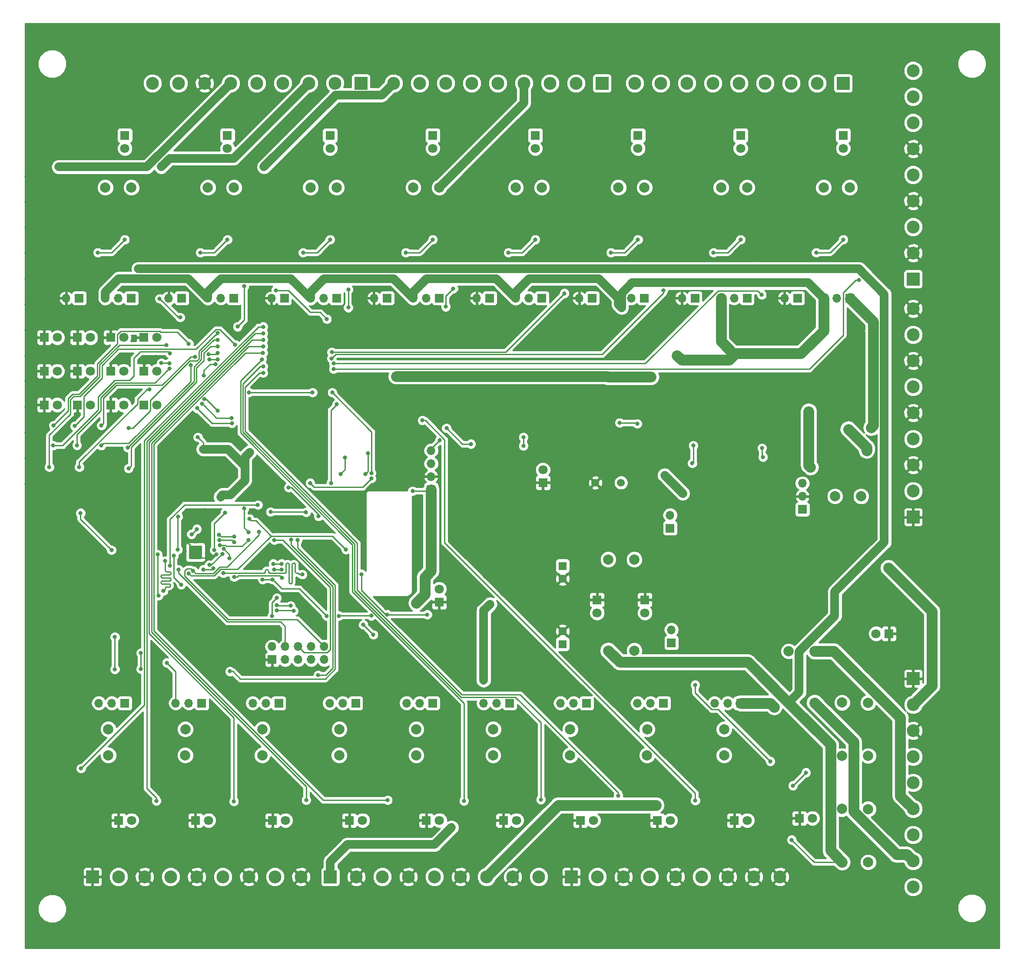
<source format=gbr>
G04 #@! TF.GenerationSoftware,KiCad,Pcbnew,5.0.1-33cea8e~68~ubuntu18.04.1*
G04 #@! TF.CreationDate,2018-11-17T13:41:40+01:00*
G04 #@! TF.ProjectId,G3,47332E6B696361645F70636200000000,rev?*
G04 #@! TF.SameCoordinates,Original*
G04 #@! TF.FileFunction,Copper,L2,Bot,Signal*
G04 #@! TF.FilePolarity,Positive*
%FSLAX46Y46*%
G04 Gerber Fmt 4.6, Leading zero omitted, Abs format (unit mm)*
G04 Created by KiCad (PCBNEW 5.0.1-33cea8e~68~ubuntu18.04.1) date lör 17 nov 2018 13:41:40*
%MOMM*%
%LPD*%
G01*
G04 APERTURE LIST*
G04 #@! TA.AperFunction,ComponentPad*
%ADD10R,1.800000X1.800000*%
G04 #@! TD*
G04 #@! TA.AperFunction,ComponentPad*
%ADD11C,1.800000*%
G04 #@! TD*
G04 #@! TA.AperFunction,ComponentPad*
%ADD12O,1.700000X1.700000*%
G04 #@! TD*
G04 #@! TA.AperFunction,ComponentPad*
%ADD13R,1.700000X1.700000*%
G04 #@! TD*
G04 #@! TA.AperFunction,ComponentPad*
%ADD14C,1.524000*%
G04 #@! TD*
G04 #@! TA.AperFunction,Conductor*
%ADD15C,0.100000*%
G04 #@! TD*
G04 #@! TA.AperFunction,Conductor*
%ADD16C,2.600000*%
G04 #@! TD*
G04 #@! TA.AperFunction,ViaPad*
%ADD17C,0.500000*%
G04 #@! TD*
G04 #@! TA.AperFunction,ComponentPad*
%ADD18R,1.600000X1.600000*%
G04 #@! TD*
G04 #@! TA.AperFunction,ComponentPad*
%ADD19C,1.600000*%
G04 #@! TD*
G04 #@! TA.AperFunction,ComponentPad*
%ADD20C,2.000000*%
G04 #@! TD*
G04 #@! TA.AperFunction,ComponentPad*
%ADD21R,2.500000X2.500000*%
G04 #@! TD*
G04 #@! TA.AperFunction,ComponentPad*
%ADD22C,2.500000*%
G04 #@! TD*
G04 #@! TA.AperFunction,ViaPad*
%ADD23C,0.800000*%
G04 #@! TD*
G04 #@! TA.AperFunction,Conductor*
%ADD24C,0.250000*%
G04 #@! TD*
G04 #@! TA.AperFunction,Conductor*
%ADD25C,1.700000*%
G04 #@! TD*
G04 #@! TA.AperFunction,Conductor*
%ADD26C,2.100000*%
G04 #@! TD*
G04 #@! TA.AperFunction,Conductor*
%ADD27C,0.254000*%
G04 #@! TD*
G04 APERTURE END LIST*
D10*
G04 #@! TO.P,D1406,1*
G04 #@! TO.N,GND*
X29083000Y-88138000D03*
D11*
G04 #@! TO.P,D1406,2*
G04 #@! TO.N,Net-(D1406-Pad2)*
X31623000Y-88138000D03*
G04 #@! TD*
G04 #@! TO.P,D1403,2*
G04 #@! TO.N,Net-(D1403-Pad2)*
X25146000Y-88138000D03*
D10*
G04 #@! TO.P,D1403,1*
G04 #@! TO.N,GND*
X22606000Y-88138000D03*
G04 #@! TD*
G04 #@! TO.P,D1412,1*
G04 #@! TO.N,GND*
X42037000Y-88138000D03*
D11*
G04 #@! TO.P,D1412,2*
G04 #@! TO.N,Net-(D1412-Pad2)*
X44577000Y-88138000D03*
G04 #@! TD*
G04 #@! TO.P,D1411,2*
G04 #@! TO.N,Net-(D1411-Pad2)*
X44577000Y-81554320D03*
D10*
G04 #@! TO.P,D1411,1*
G04 #@! TO.N,GND*
X42037000Y-81554320D03*
G04 #@! TD*
G04 #@! TO.P,D1410,1*
G04 #@! TO.N,GND*
X42042080Y-75006200D03*
D11*
G04 #@! TO.P,D1410,2*
G04 #@! TO.N,Net-(D1410-Pad2)*
X44582080Y-75006200D03*
G04 #@! TD*
G04 #@! TO.P,D1409,2*
G04 #@! TO.N,Net-(D1409-Pad2)*
X38100000Y-88138000D03*
D10*
G04 #@! TO.P,D1409,1*
G04 #@! TO.N,GND*
X35560000Y-88138000D03*
G04 #@! TD*
G04 #@! TO.P,D1408,1*
G04 #@! TO.N,GND*
X35560000Y-81554320D03*
D11*
G04 #@! TO.P,D1408,2*
G04 #@! TO.N,Net-(D1408-Pad2)*
X38100000Y-81554320D03*
G04 #@! TD*
G04 #@! TO.P,D1407,2*
G04 #@! TO.N,Net-(D1407-Pad2)*
X38105080Y-75006200D03*
D10*
G04 #@! TO.P,D1407,1*
G04 #@! TO.N,GND*
X35565080Y-75006200D03*
G04 #@! TD*
G04 #@! TO.P,D1405,1*
G04 #@! TO.N,GND*
X29083000Y-81554320D03*
D11*
G04 #@! TO.P,D1405,2*
G04 #@! TO.N,Net-(D1405-Pad2)*
X31623000Y-81554320D03*
G04 #@! TD*
G04 #@! TO.P,D1404,2*
G04 #@! TO.N,Net-(D1404-Pad2)*
X31628080Y-75006200D03*
D10*
G04 #@! TO.P,D1404,1*
G04 #@! TO.N,GND*
X29088080Y-75006200D03*
G04 #@! TD*
G04 #@! TO.P,D1402,1*
G04 #@! TO.N,GND*
X22606000Y-81554320D03*
D11*
G04 #@! TO.P,D1402,2*
G04 #@! TO.N,Net-(D1402-Pad2)*
X25146000Y-81554320D03*
G04 #@! TD*
G04 #@! TO.P,D1401,2*
G04 #@! TO.N,Net-(D1401-Pad2)*
X25151080Y-75006200D03*
D10*
G04 #@! TO.P,D1401,1*
G04 #@! TO.N,GND*
X22611080Y-75006200D03*
G04 #@! TD*
D12*
G04 #@! TO.P,J203,2*
G04 #@! TO.N,/Power/5V_PWR*
X144574914Y-109643540D03*
D13*
G04 #@! TO.P,J203,1*
G04 #@! TO.N,/Power/5V_PWR_after_switch*
X144574914Y-112183540D03*
G04 #@! TD*
G04 #@! TO.P,J202,1*
G04 #@! TO.N,/Power/3.3V_PWR_after_switch*
X144828914Y-134535540D03*
D12*
G04 #@! TO.P,J202,2*
G04 #@! TO.N,/Power/3.3V_PWR*
X144828914Y-131995540D03*
G04 #@! TD*
D11*
G04 #@! TO.P,D2301,2*
G04 #@! TO.N,Net-(D2301-Pad2)*
X144626022Y-169171694D03*
D10*
G04 #@! TO.P,D2301,1*
G04 #@! TO.N,GND*
X142086022Y-169171694D03*
G04 #@! TD*
G04 #@! TO.P,D2201,1*
G04 #@! TO.N,GND*
X127086022Y-169171694D03*
D11*
G04 #@! TO.P,D2201,2*
G04 #@! TO.N,Net-(D2201-Pad2)*
X129626022Y-169171694D03*
G04 #@! TD*
G04 #@! TO.P,D2101,2*
G04 #@! TO.N,Net-(D2101-Pad2)*
X114626022Y-169171694D03*
D10*
G04 #@! TO.P,D2101,1*
G04 #@! TO.N,GND*
X112086022Y-169171694D03*
G04 #@! TD*
G04 #@! TO.P,D1801,1*
G04 #@! TO.N,GND*
X67086022Y-169171694D03*
D11*
G04 #@! TO.P,D1801,2*
G04 #@! TO.N,Net-(D1801-Pad2)*
X69626022Y-169171694D03*
G04 #@! TD*
G04 #@! TO.P,D1901,2*
G04 #@! TO.N,Net-(D1901-Pad2)*
X84626022Y-169171694D03*
D10*
G04 #@! TO.P,D1901,1*
G04 #@! TO.N,GND*
X82086022Y-169171694D03*
G04 #@! TD*
G04 #@! TO.P,D1701,1*
G04 #@! TO.N,GND*
X52086022Y-169171694D03*
D11*
G04 #@! TO.P,D1701,2*
G04 #@! TO.N,Net-(D1701-Pad2)*
X54626022Y-169171694D03*
G04 #@! TD*
G04 #@! TO.P,D2001,2*
G04 #@! TO.N,Net-(D2001-Pad2)*
X99626022Y-169171694D03*
D10*
G04 #@! TO.P,D2001,1*
G04 #@! TO.N,GND*
X97086022Y-169171694D03*
G04 #@! TD*
G04 #@! TO.P,D2601,1*
G04 #@! TO.N,GND*
X157086022Y-169171694D03*
D11*
G04 #@! TO.P,D2601,2*
G04 #@! TO.N,Net-(D2601-Pad2)*
X159626022Y-169171694D03*
G04 #@! TD*
G04 #@! TO.P,D1601,2*
G04 #@! TO.N,Net-(D1601-Pad2)*
X39626022Y-169171694D03*
D10*
G04 #@! TO.P,D1601,1*
G04 #@! TO.N,GND*
X37086022Y-169171694D03*
G04 #@! TD*
G04 #@! TO.P,D2701,1*
G04 #@! TO.N,GND*
X169785881Y-168752507D03*
D11*
G04 #@! TO.P,D2701,2*
G04 #@! TO.N,Net-(D2701-Pad2)*
X172325881Y-168752507D03*
G04 #@! TD*
G04 #@! TO.P,D2901,2*
G04 #@! TO.N,Net-(D2901-Pad2)*
X138309881Y-38120507D03*
D10*
G04 #@! TO.P,D2901,1*
G04 #@! TO.N,DI3*
X138309881Y-35580507D03*
G04 #@! TD*
G04 #@! TO.P,D2401,1*
G04 #@! TO.N,GND*
X119802947Y-103330573D03*
D11*
G04 #@! TO.P,D2401,2*
G04 #@! TO.N,Net-(D2401-Pad2)*
X119802947Y-100790573D03*
G04 #@! TD*
G04 #@! TO.P,D401,2*
G04 #@! TO.N,Net-(D401-Pad2)*
X99575915Y-124048540D03*
D10*
G04 #@! TO.P,D401,1*
G04 #@! TO.N,GND*
X99575915Y-126588540D03*
G04 #@! TD*
G04 #@! TO.P,D3101,1*
G04 #@! TO.N,DI5*
X98309881Y-35580507D03*
D11*
G04 #@! TO.P,D3101,2*
G04 #@! TO.N,Net-(D3101-Pad2)*
X98309881Y-38120507D03*
G04 #@! TD*
G04 #@! TO.P,D3201,2*
G04 #@! TO.N,Net-(D3201-Pad2)*
X78309881Y-38120507D03*
D10*
G04 #@! TO.P,D3201,1*
G04 #@! TO.N,DI6*
X78309881Y-35580507D03*
G04 #@! TD*
G04 #@! TO.P,D3301,1*
G04 #@! TO.N,DI7*
X58309881Y-35580507D03*
D11*
G04 #@! TO.P,D3301,2*
G04 #@! TO.N,Net-(D3301-Pad2)*
X58309881Y-38120507D03*
G04 #@! TD*
G04 #@! TO.P,D3401,2*
G04 #@! TO.N,Net-(D3401-Pad2)*
X38309881Y-38120507D03*
D10*
G04 #@! TO.P,D3401,1*
G04 #@! TO.N,DI8*
X38309881Y-35580507D03*
G04 #@! TD*
D11*
G04 #@! TO.P,D1501,2*
G04 #@! TO.N,Net-(D1501-Pad2)*
X178309881Y-38120507D03*
D10*
G04 #@! TO.P,D1501,1*
G04 #@! TO.N,DI1*
X178309881Y-35580507D03*
G04 #@! TD*
G04 #@! TO.P,D3001,1*
G04 #@! TO.N,DI4*
X118309881Y-35580507D03*
D11*
G04 #@! TO.P,D3001,2*
G04 #@! TO.N,Net-(D3001-Pad2)*
X118309881Y-38120507D03*
G04 #@! TD*
G04 #@! TO.P,D2801,2*
G04 #@! TO.N,Net-(D2801-Pad2)*
X158309881Y-38120507D03*
D10*
G04 #@! TO.P,D2801,1*
G04 #@! TO.N,DI2*
X158309881Y-35580507D03*
G04 #@! TD*
D14*
G04 #@! TO.P,BZ1401,2*
G04 #@! TO.N,GND*
X130002947Y-103330573D03*
G04 #@! TO.P,BZ1401,1*
G04 #@! TO.N,/DigitalIO/Internal siren/Output*
X135002947Y-103330573D03*
G04 #@! TD*
D13*
G04 #@! TO.P,J302,1*
G04 #@! TO.N,+3V3*
X98005914Y-104671540D03*
D12*
G04 #@! TO.P,J302,2*
G04 #@! TO.N,GND*
X98005914Y-102131540D03*
G04 #@! TO.P,J302,3*
G04 #@! TO.N,I2C_SCL*
X98005914Y-99591540D03*
G04 #@! TO.P,J302,4*
G04 #@! TO.N,I2C_SDA*
X98005914Y-97051540D03*
G04 #@! TD*
D13*
G04 #@! TO.P,J301,1*
G04 #@! TO.N,GND*
X67017914Y-137818540D03*
D12*
G04 #@! TO.P,J301,2*
G04 #@! TO.N,Boot_option*
X67017914Y-135278540D03*
G04 #@! TO.P,J301,3*
G04 #@! TO.N,/MCU/CH_Enable*
X69557914Y-137818540D03*
G04 #@! TO.P,J301,4*
G04 #@! TO.N,SD_DATA3*
X69557914Y-135278540D03*
G04 #@! TO.P,J301,5*
G04 #@! TO.N,/MCU/TDX*
X72097914Y-137818540D03*
G04 #@! TO.P,J301,6*
G04 #@! TO.N,SD_DATA2*
X72097914Y-135278540D03*
G04 #@! TO.P,J301,7*
G04 #@! TO.N,/MCU/RDX*
X74637914Y-137818540D03*
G04 #@! TO.P,J301,8*
G04 #@! TO.N,SD_CMD*
X74637914Y-135278540D03*
G04 #@! TO.P,J301,9*
G04 #@! TO.N,Net-(J301-Pad9)*
X77177914Y-137818540D03*
G04 #@! TO.P,J301,10*
G04 #@! TO.N,SD_CLK*
X77177914Y-135278540D03*
G04 #@! TD*
D15*
G04 #@! TO.N,GND*
G04 #@! TO.C,U401*
G36*
X53169904Y-115592004D02*
X53194173Y-115595604D01*
X53217971Y-115601565D01*
X53241071Y-115609830D01*
X53263249Y-115620320D01*
X53284293Y-115632933D01*
X53303998Y-115647547D01*
X53322177Y-115664023D01*
X53338653Y-115682202D01*
X53353267Y-115701907D01*
X53365880Y-115722951D01*
X53376370Y-115745129D01*
X53384635Y-115768229D01*
X53390596Y-115792027D01*
X53394196Y-115816296D01*
X53395400Y-115840800D01*
X53395400Y-117940800D01*
X53394196Y-117965304D01*
X53390596Y-117989573D01*
X53384635Y-118013371D01*
X53376370Y-118036471D01*
X53365880Y-118058649D01*
X53353267Y-118079693D01*
X53338653Y-118099398D01*
X53322177Y-118117577D01*
X53303998Y-118134053D01*
X53284293Y-118148667D01*
X53263249Y-118161280D01*
X53241071Y-118171770D01*
X53217971Y-118180035D01*
X53194173Y-118185996D01*
X53169904Y-118189596D01*
X53145400Y-118190800D01*
X51045400Y-118190800D01*
X51020896Y-118189596D01*
X50996627Y-118185996D01*
X50972829Y-118180035D01*
X50949729Y-118171770D01*
X50927551Y-118161280D01*
X50906507Y-118148667D01*
X50886802Y-118134053D01*
X50868623Y-118117577D01*
X50852147Y-118099398D01*
X50837533Y-118079693D01*
X50824920Y-118058649D01*
X50814430Y-118036471D01*
X50806165Y-118013371D01*
X50800204Y-117989573D01*
X50796604Y-117965304D01*
X50795400Y-117940800D01*
X50795400Y-115840800D01*
X50796604Y-115816296D01*
X50800204Y-115792027D01*
X50806165Y-115768229D01*
X50814430Y-115745129D01*
X50824920Y-115722951D01*
X50837533Y-115701907D01*
X50852147Y-115682202D01*
X50868623Y-115664023D01*
X50886802Y-115647547D01*
X50906507Y-115632933D01*
X50927551Y-115620320D01*
X50949729Y-115609830D01*
X50972829Y-115601565D01*
X50996627Y-115595604D01*
X51020896Y-115592004D01*
X51045400Y-115590800D01*
X53145400Y-115590800D01*
X53169904Y-115592004D01*
X53169904Y-115592004D01*
G37*
D16*
X52095400Y-116890800D03*
D17*
X51045400Y-117940800D03*
X51045400Y-116890800D03*
X51045400Y-115840800D03*
X52095400Y-117940800D03*
X52095400Y-116890800D03*
X52095400Y-115840800D03*
X53145400Y-117940800D03*
X53145400Y-116890800D03*
X53145400Y-115840800D03*
G04 #@! TD*
D13*
G04 #@! TO.P,J1502,1*
G04 #@! TO.N,DI1_2*
X169419881Y-67330507D03*
D12*
G04 #@! TO.P,J1502,2*
G04 #@! TO.N,GND*
X166879881Y-67330507D03*
G04 #@! TD*
D13*
G04 #@! TO.P,J3002,1*
G04 #@! TO.N,DI4_2*
X109419881Y-67330507D03*
D12*
G04 #@! TO.P,J3002,2*
G04 #@! TO.N,GND*
X106879881Y-67330507D03*
G04 #@! TD*
G04 #@! TO.P,J3202,2*
G04 #@! TO.N,GND*
X66879881Y-67330507D03*
D13*
G04 #@! TO.P,J3202,1*
G04 #@! TO.N,DI6_2*
X69419881Y-67330507D03*
G04 #@! TD*
G04 #@! TO.P,J2802,1*
G04 #@! TO.N,DI2_2*
X149419881Y-67330507D03*
D12*
G04 #@! TO.P,J2802,2*
G04 #@! TO.N,GND*
X146879881Y-67330507D03*
G04 #@! TD*
G04 #@! TO.P,J3302,2*
G04 #@! TO.N,GND*
X46879881Y-67330507D03*
D13*
G04 #@! TO.P,J3302,1*
G04 #@! TO.N,DI7_2*
X49419881Y-67330507D03*
G04 #@! TD*
G04 #@! TO.P,J2902,1*
G04 #@! TO.N,DI3_2*
X129419881Y-67330507D03*
D12*
G04 #@! TO.P,J2902,2*
G04 #@! TO.N,GND*
X126879881Y-67330507D03*
G04 #@! TD*
G04 #@! TO.P,J3102,2*
G04 #@! TO.N,GND*
X86879881Y-67330507D03*
D13*
G04 #@! TO.P,J3102,1*
G04 #@! TO.N,DI5_2*
X89419881Y-67330507D03*
G04 #@! TD*
G04 #@! TO.P,J3402,1*
G04 #@! TO.N,DI8_2*
X29419881Y-67330507D03*
D12*
G04 #@! TO.P,J3402,2*
G04 #@! TO.N,GND*
X26879881Y-67330507D03*
G04 #@! TD*
D18*
G04 #@! TO.P,C206,1*
G04 #@! TO.N,+5V*
X123619914Y-119549540D03*
D19*
G04 #@! TO.P,C206,2*
G04 #@! TO.N,GND*
X123619914Y-122049540D03*
G04 #@! TD*
G04 #@! TO.P,C205,2*
G04 #@! TO.N,GND*
X123619914Y-132289540D03*
D18*
G04 #@! TO.P,C205,1*
G04 #@! TO.N,+3V3*
X123619914Y-134789540D03*
G04 #@! TD*
D13*
G04 #@! TO.P,J2101,1*
G04 #@! TO.N,12V_PWR*
X113306022Y-146311694D03*
D12*
G04 #@! TO.P,J2101,2*
G04 #@! TO.N,/DigitalIO/Output6/Unfused_power*
X110766022Y-146311694D03*
G04 #@! TO.P,J2101,3*
G04 #@! TO.N,+5V*
X108226022Y-146311694D03*
G04 #@! TD*
D13*
G04 #@! TO.P,J3301,1*
G04 #@! TO.N,12V_PWR*
X59579881Y-67330507D03*
D12*
G04 #@! TO.P,J3301,2*
G04 #@! TO.N,Net-(F3301-Pad2)*
X57039881Y-67330507D03*
G04 #@! TO.P,J3301,3*
G04 #@! TO.N,+5V*
X54499881Y-67330507D03*
G04 #@! TD*
G04 #@! TO.P,J3201,3*
G04 #@! TO.N,+5V*
X74499881Y-67330507D03*
G04 #@! TO.P,J3201,2*
G04 #@! TO.N,Net-(F3201-Pad2)*
X77039881Y-67330507D03*
D13*
G04 #@! TO.P,J3201,1*
G04 #@! TO.N,12V_PWR*
X79579881Y-67330507D03*
G04 #@! TD*
D12*
G04 #@! TO.P,FL201,3*
G04 #@! TO.N,12V_PWR*
X170355914Y-103420540D03*
G04 #@! TO.P,FL201,2*
G04 #@! TO.N,GND*
X170355914Y-105960540D03*
D13*
G04 #@! TO.P,FL201,1*
G04 #@! TO.N,/Power/12V_Source*
X170355914Y-108500540D03*
G04 #@! TD*
G04 #@! TO.P,J1501,1*
G04 #@! TO.N,12V_PWR*
X179579881Y-67330507D03*
D12*
G04 #@! TO.P,J1501,2*
G04 #@! TO.N,Net-(F1501-Pad2)*
X177039881Y-67330507D03*
G04 #@! TO.P,J1501,3*
G04 #@! TO.N,+5V*
X174499881Y-67330507D03*
G04 #@! TD*
G04 #@! TO.P,J1601,3*
G04 #@! TO.N,+5V*
X33226022Y-146311694D03*
G04 #@! TO.P,J1601,2*
G04 #@! TO.N,/DigitalIO/Output1/Unfused_power*
X35766022Y-146311694D03*
D13*
G04 #@! TO.P,J1601,1*
G04 #@! TO.N,12V_PWR*
X38306022Y-146311694D03*
G04 #@! TD*
G04 #@! TO.P,J1701,1*
G04 #@! TO.N,12V_PWR*
X53306022Y-146311694D03*
D12*
G04 #@! TO.P,J1701,2*
G04 #@! TO.N,/DigitalIO/Output2/Unfused_power*
X50766022Y-146311694D03*
G04 #@! TO.P,J1701,3*
G04 #@! TO.N,+5V*
X48226022Y-146311694D03*
G04 #@! TD*
G04 #@! TO.P,J1801,3*
G04 #@! TO.N,+5V*
X63226022Y-146311694D03*
G04 #@! TO.P,J1801,2*
G04 #@! TO.N,/DigitalIO/Output3/Unfused_power*
X65766022Y-146311694D03*
D13*
G04 #@! TO.P,J1801,1*
G04 #@! TO.N,12V_PWR*
X68306022Y-146311694D03*
G04 #@! TD*
G04 #@! TO.P,J2001,1*
G04 #@! TO.N,12V_PWR*
X98306022Y-146311694D03*
D12*
G04 #@! TO.P,J2001,2*
G04 #@! TO.N,/DigitalIO/Output5/Unfused_power*
X95766022Y-146311694D03*
G04 #@! TO.P,J2001,3*
G04 #@! TO.N,+5V*
X93226022Y-146311694D03*
G04 #@! TD*
G04 #@! TO.P,J2301,3*
G04 #@! TO.N,+5V*
X138226022Y-146311694D03*
G04 #@! TO.P,J2301,2*
G04 #@! TO.N,/DigitalIO/Output8/Unfused_power*
X140766022Y-146311694D03*
D13*
G04 #@! TO.P,J2301,1*
G04 #@! TO.N,12V_PWR*
X143306022Y-146311694D03*
G04 #@! TD*
G04 #@! TO.P,J2601,1*
G04 #@! TO.N,12V_PWR*
X158306022Y-146311694D03*
D12*
G04 #@! TO.P,J2601,2*
G04 #@! TO.N,/DigitalIO/Bell control/Unfused_power*
X155766022Y-146311694D03*
G04 #@! TO.P,J2601,3*
G04 #@! TO.N,+5V*
X153226022Y-146311694D03*
G04 #@! TD*
D13*
G04 #@! TO.P,J2801,1*
G04 #@! TO.N,12V_PWR*
X159579881Y-67330507D03*
D12*
G04 #@! TO.P,J2801,2*
G04 #@! TO.N,Net-(F2801-Pad2)*
X157039881Y-67330507D03*
G04 #@! TO.P,J2801,3*
G04 #@! TO.N,+5V*
X154499881Y-67330507D03*
G04 #@! TD*
G04 #@! TO.P,J3101,3*
G04 #@! TO.N,+5V*
X94499881Y-67330507D03*
G04 #@! TO.P,J3101,2*
G04 #@! TO.N,Net-(F3101-Pad2)*
X97039881Y-67330507D03*
D13*
G04 #@! TO.P,J3101,1*
G04 #@! TO.N,12V_PWR*
X99579881Y-67330507D03*
G04 #@! TD*
G04 #@! TO.P,J2901,1*
G04 #@! TO.N,12V_PWR*
X139579881Y-67330507D03*
D12*
G04 #@! TO.P,J2901,2*
G04 #@! TO.N,Net-(F2901-Pad2)*
X137039881Y-67330507D03*
G04 #@! TO.P,J2901,3*
G04 #@! TO.N,+5V*
X134499881Y-67330507D03*
G04 #@! TD*
G04 #@! TO.P,J3001,3*
G04 #@! TO.N,+5V*
X114499881Y-67330507D03*
G04 #@! TO.P,J3001,2*
G04 #@! TO.N,Net-(F3001-Pad2)*
X117039881Y-67330507D03*
D13*
G04 #@! TO.P,J3001,1*
G04 #@! TO.N,12V_PWR*
X119579881Y-67330507D03*
G04 #@! TD*
D12*
G04 #@! TO.P,J1901,3*
G04 #@! TO.N,+5V*
X78226022Y-146311694D03*
G04 #@! TO.P,J1901,2*
G04 #@! TO.N,/DigitalIO/Output4/Unfused_power*
X80766022Y-146311694D03*
D13*
G04 #@! TO.P,J1901,1*
G04 #@! TO.N,12V_PWR*
X83306022Y-146311694D03*
G04 #@! TD*
D12*
G04 #@! TO.P,J3401,3*
G04 #@! TO.N,+5V*
X34499881Y-67330507D03*
G04 #@! TO.P,J3401,2*
G04 #@! TO.N,Net-(F3401-Pad2)*
X37039881Y-67330507D03*
D13*
G04 #@! TO.P,J3401,1*
G04 #@! TO.N,12V_PWR*
X39579881Y-67330507D03*
G04 #@! TD*
D12*
G04 #@! TO.P,J2201,3*
G04 #@! TO.N,+5V*
X123226022Y-146311694D03*
G04 #@! TO.P,J2201,2*
G04 #@! TO.N,/DigitalIO/Output7/Unfused_power*
X125766022Y-146311694D03*
D13*
G04 #@! TO.P,J2201,1*
G04 #@! TO.N,12V_PWR*
X128306022Y-146311694D03*
G04 #@! TD*
D20*
G04 #@! TO.P,F3505,2*
G04 #@! TO.N,+3V3*
X167655913Y-146220539D03*
G04 #@! TO.P,F3505,1*
G04 #@! TO.N,Net-(F3505-Pad1)*
X172735913Y-146230539D03*
G04 #@! TD*
G04 #@! TO.P,F3301,2*
G04 #@! TO.N,Net-(F3301-Pad2)*
X54499881Y-45730507D03*
G04 #@! TO.P,F3301,1*
G04 #@! TO.N,DI7_PWR*
X59579881Y-45740507D03*
G04 #@! TD*
G04 #@! TO.P,F3401,1*
G04 #@! TO.N,DI8_PWR*
X39579881Y-45740507D03*
G04 #@! TO.P,F3401,2*
G04 #@! TO.N,Net-(F3401-Pad2)*
X34499881Y-45730507D03*
G04 #@! TD*
G04 #@! TO.P,F3501,1*
G04 #@! TO.N,Net-(F3501-Pad1)*
X183182914Y-146219540D03*
G04 #@! TO.P,F3501,2*
G04 #@! TO.N,12V_PWR*
X178102914Y-146209540D03*
G04 #@! TD*
G04 #@! TO.P,F3503,2*
G04 #@! TO.N,+5V*
X167655913Y-136170539D03*
G04 #@! TO.P,F3503,1*
G04 #@! TO.N,Net-(F3503-Pad1)*
X172735913Y-136180539D03*
G04 #@! TD*
G04 #@! TO.P,F3504,1*
G04 #@! TO.N,Net-(F3504-Pad1)*
X183182914Y-166962872D03*
G04 #@! TO.P,F3504,2*
G04 #@! TO.N,+5V*
X178102914Y-166952872D03*
G04 #@! TD*
G04 #@! TO.P,F3506,2*
G04 #@! TO.N,+3V3*
X178102914Y-177324540D03*
G04 #@! TO.P,F3506,1*
G04 #@! TO.N,Net-(F3506-Pad1)*
X183182914Y-177334540D03*
G04 #@! TD*
G04 #@! TO.P,F202,1*
G04 #@! TO.N,+3V3*
X132509914Y-136059540D03*
G04 #@! TO.P,F202,2*
G04 #@! TO.N,/Power/3.3V_PWR_after_switch*
X137589914Y-136069540D03*
G04 #@! TD*
G04 #@! TO.P,F3201,1*
G04 #@! TO.N,DI6_PWR*
X79579881Y-45740507D03*
G04 #@! TO.P,F3201,2*
G04 #@! TO.N,Net-(F3201-Pad2)*
X74499881Y-45730507D03*
G04 #@! TD*
G04 #@! TO.P,F2801,2*
G04 #@! TO.N,Net-(F2801-Pad2)*
X154499881Y-45730507D03*
G04 #@! TO.P,F2801,1*
G04 #@! TO.N,DI2_PWR*
X159579881Y-45740507D03*
G04 #@! TD*
G04 #@! TO.P,F201,2*
G04 #@! TO.N,POWER_SUPPLY_12V*
X181785914Y-105970540D03*
G04 #@! TO.P,F201,1*
G04 #@! TO.N,/Power/12V_Source*
X176705914Y-105960540D03*
G04 #@! TD*
G04 #@! TO.P,F3502,1*
G04 #@! TO.N,Net-(F3502-Pad1)*
X183182914Y-156591206D03*
G04 #@! TO.P,F3502,2*
G04 #@! TO.N,12V_PWR*
X178102914Y-156581206D03*
G04 #@! TD*
G04 #@! TO.P,F1501,1*
G04 #@! TO.N,DI1_PWR*
X179579881Y-45740507D03*
G04 #@! TO.P,F1501,2*
G04 #@! TO.N,Net-(F1501-Pad2)*
X174499881Y-45730507D03*
G04 #@! TD*
G04 #@! TO.P,F3101,2*
G04 #@! TO.N,Net-(F3101-Pad2)*
X94499881Y-45730507D03*
G04 #@! TO.P,F3101,1*
G04 #@! TO.N,DI5_PWR*
X99579881Y-45740507D03*
G04 #@! TD*
G04 #@! TO.P,F2101,2*
G04 #@! TO.N,/DigitalIO/Output6/Unfused_power*
X110106022Y-151391694D03*
G04 #@! TO.P,F2101,1*
G04 #@! TO.N,/DigitalIO/Output6/Fused_power*
X110096022Y-156471694D03*
G04 #@! TD*
G04 #@! TO.P,F1601,1*
G04 #@! TO.N,/DigitalIO/Output1/Fused_power*
X35096022Y-156471694D03*
G04 #@! TO.P,F1601,2*
G04 #@! TO.N,/DigitalIO/Output1/Unfused_power*
X35106022Y-151391694D03*
G04 #@! TD*
G04 #@! TO.P,F1701,2*
G04 #@! TO.N,/DigitalIO/Output2/Unfused_power*
X50106022Y-151391694D03*
G04 #@! TO.P,F1701,1*
G04 #@! TO.N,/DigitalIO/Output2/Fused_power*
X50096022Y-156471694D03*
G04 #@! TD*
G04 #@! TO.P,F1801,1*
G04 #@! TO.N,/DigitalIO/Output3/Fused_power*
X65096022Y-156471694D03*
G04 #@! TO.P,F1801,2*
G04 #@! TO.N,/DigitalIO/Output3/Unfused_power*
X65106022Y-151391694D03*
G04 #@! TD*
G04 #@! TO.P,F2001,2*
G04 #@! TO.N,/DigitalIO/Output5/Unfused_power*
X95106022Y-151391694D03*
G04 #@! TO.P,F2001,1*
G04 #@! TO.N,/DigitalIO/Output5/Fused_power*
X95096022Y-156471694D03*
G04 #@! TD*
G04 #@! TO.P,F2201,1*
G04 #@! TO.N,/DigitalIO/Output7/Fused_power*
X125096022Y-156471694D03*
G04 #@! TO.P,F2201,2*
G04 #@! TO.N,/DigitalIO/Output7/Unfused_power*
X125106022Y-151391694D03*
G04 #@! TD*
G04 #@! TO.P,F2301,2*
G04 #@! TO.N,/DigitalIO/Output8/Unfused_power*
X140106022Y-151391694D03*
G04 #@! TO.P,F2301,1*
G04 #@! TO.N,/DigitalIO/Output8/Fused_power*
X140096022Y-156471694D03*
G04 #@! TD*
G04 #@! TO.P,F203,2*
G04 #@! TO.N,/Power/5V_PWR_after_switch*
X137589914Y-118289540D03*
G04 #@! TO.P,F203,1*
G04 #@! TO.N,+5V*
X132509914Y-118279540D03*
G04 #@! TD*
G04 #@! TO.P,F2601,1*
G04 #@! TO.N,/DigitalIO/Bell control/Fused_power*
X155096022Y-156471694D03*
G04 #@! TO.P,F2601,2*
G04 #@! TO.N,/DigitalIO/Bell control/Unfused_power*
X155106022Y-151391694D03*
G04 #@! TD*
G04 #@! TO.P,F2901,1*
G04 #@! TO.N,DI3_PWR*
X139579881Y-45740507D03*
G04 #@! TO.P,F2901,2*
G04 #@! TO.N,Net-(F2901-Pad2)*
X134499881Y-45730507D03*
G04 #@! TD*
G04 #@! TO.P,F3001,2*
G04 #@! TO.N,Net-(F3001-Pad2)*
X114499881Y-45730507D03*
G04 #@! TO.P,F3001,1*
G04 #@! TO.N,DI4_PWR*
X119579881Y-45740507D03*
G04 #@! TD*
G04 #@! TO.P,F1901,2*
G04 #@! TO.N,/DigitalIO/Output4/Unfused_power*
X80106022Y-151391694D03*
G04 #@! TO.P,F1901,1*
G04 #@! TO.N,/DigitalIO/Output4/Fused_power*
X80096022Y-156471694D03*
G04 #@! TD*
D11*
G04 #@! TO.P,D201,2*
G04 #@! TO.N,Net-(D201-Pad2)*
X184706914Y-132757540D03*
D10*
G04 #@! TO.P,D201,1*
G04 #@! TO.N,GND*
X187246914Y-132757540D03*
G04 #@! TD*
G04 #@! TO.P,D207,1*
G04 #@! TO.N,GND*
X139651000Y-126161000D03*
D11*
G04 #@! TO.P,D207,2*
G04 #@! TO.N,Net-(D207-Pad2)*
X139651000Y-128701000D03*
G04 #@! TD*
G04 #@! TO.P,D206,2*
G04 #@! TO.N,Net-(D206-Pad2)*
X130339914Y-128709540D03*
D10*
G04 #@! TO.P,D206,1*
G04 #@! TO.N,GND*
X130339914Y-126169540D03*
G04 #@! TD*
D21*
G04 #@! TO.P,J3504,1*
G04 #@! TO.N,DI4_PWR*
X131319881Y-25420507D03*
D22*
G04 #@! TO.P,J3504,2*
G04 #@! TO.N,DI4_1*
X126239881Y-25420507D03*
G04 #@! TO.P,J3504,3*
G04 #@! TO.N,DI4_2*
X121159881Y-25420507D03*
G04 #@! TO.P,J3504,4*
G04 #@! TO.N,DI5_PWR*
X116079881Y-25420507D03*
G04 #@! TO.P,J3504,5*
G04 #@! TO.N,DI5_1*
X110999881Y-25420507D03*
G04 #@! TO.P,J3504,6*
G04 #@! TO.N,DI5_2*
X105919881Y-25420507D03*
G04 #@! TO.P,J3504,7*
G04 #@! TO.N,DI6_PWR*
X100839881Y-25420507D03*
G04 #@! TO.P,J3504,8*
G04 #@! TO.N,DI6_1*
X95759881Y-25420507D03*
G04 #@! TO.P,J3504,9*
G04 #@! TO.N,DI6_2*
X90679881Y-25420507D03*
G04 #@! TD*
D21*
G04 #@! TO.P,J3505,1*
G04 #@! TO.N,GND*
X191945914Y-141520540D03*
D22*
G04 #@! TO.P,J3505,2*
G04 #@! TO.N,POWER_SUPPLY_12V*
X191945914Y-146600540D03*
G04 #@! TO.P,J3505,3*
G04 #@! TO.N,GND*
X191945914Y-151680540D03*
G04 #@! TO.P,J3505,4*
G04 #@! TO.N,Net-(F3501-Pad1)*
X191945914Y-156760540D03*
G04 #@! TO.P,J3505,5*
G04 #@! TO.N,Net-(F3502-Pad1)*
X191945914Y-161840540D03*
G04 #@! TO.P,J3505,6*
G04 #@! TO.N,Net-(F3503-Pad1)*
X191945914Y-166920540D03*
G04 #@! TO.P,J3505,7*
G04 #@! TO.N,Net-(F3504-Pad1)*
X191945914Y-172000540D03*
G04 #@! TO.P,J3505,8*
G04 #@! TO.N,Net-(F3505-Pad1)*
X191945914Y-177080540D03*
G04 #@! TO.P,J3505,9*
G04 #@! TO.N,Net-(F3506-Pad1)*
X191945914Y-182160540D03*
G04 #@! TD*
D21*
G04 #@! TO.P,J3506,1*
G04 #@! TO.N,DI7_PWR*
X84329881Y-25420507D03*
D22*
G04 #@! TO.P,J3506,2*
G04 #@! TO.N,DI7_1*
X79249881Y-25420507D03*
G04 #@! TO.P,J3506,3*
G04 #@! TO.N,DI7_2*
X74169881Y-25420507D03*
G04 #@! TO.P,J3506,4*
G04 #@! TO.N,DI8_PWR*
X69089881Y-25420507D03*
G04 #@! TO.P,J3506,5*
G04 #@! TO.N,DI8_1*
X64009881Y-25420507D03*
G04 #@! TO.P,J3506,6*
G04 #@! TO.N,DI8_2*
X58929881Y-25420507D03*
G04 #@! TO.P,J3506,7*
G04 #@! TO.N,GND*
X53849881Y-25420507D03*
G04 #@! TO.P,J3506,8*
G04 #@! TO.N,Wiegand_D0*
X48769881Y-25420507D03*
G04 #@! TO.P,J3506,9*
G04 #@! TO.N,Wiegand_D1*
X43689881Y-25420507D03*
G04 #@! TD*
D21*
G04 #@! TO.P,J3507,1*
G04 #@! TO.N,GND*
X32006022Y-180182507D03*
D22*
G04 #@! TO.P,J3507,2*
G04 #@! TO.N,DO1_PWR*
X37086022Y-180182507D03*
G04 #@! TO.P,J3507,3*
G04 #@! TO.N,GND*
X42166022Y-180182507D03*
G04 #@! TO.P,J3507,4*
G04 #@! TO.N,DO2_PWR*
X47246022Y-180182507D03*
G04 #@! TO.P,J3507,5*
G04 #@! TO.N,GND*
X52326022Y-180182507D03*
G04 #@! TO.P,J3507,6*
G04 #@! TO.N,DO3_PWR*
X57406022Y-180182507D03*
G04 #@! TO.P,J3507,7*
G04 #@! TO.N,GND*
X62486022Y-180182507D03*
G04 #@! TO.P,J3507,8*
G04 #@! TO.N,DO4_PWR*
X67566022Y-180182507D03*
G04 #@! TO.P,J3507,9*
G04 #@! TO.N,GND*
X72646022Y-180182507D03*
G04 #@! TD*
G04 #@! TO.P,J3508,9*
G04 #@! TO.N,BELL_PWR*
X118985881Y-180182507D03*
G04 #@! TO.P,J3508,8*
G04 #@! TO.N,GND*
X113905881Y-180182507D03*
G04 #@! TO.P,J3508,7*
G04 #@! TO.N,DO8_PWR*
X108825881Y-180182507D03*
G04 #@! TO.P,J3508,6*
G04 #@! TO.N,GND*
X103745881Y-180182507D03*
G04 #@! TO.P,J3508,5*
G04 #@! TO.N,DO7_PWR*
X98665881Y-180182507D03*
G04 #@! TO.P,J3508,4*
G04 #@! TO.N,GND*
X93585881Y-180182507D03*
G04 #@! TO.P,J3508,3*
G04 #@! TO.N,DO6_PWR*
X88505881Y-180182507D03*
G04 #@! TO.P,J3508,2*
G04 #@! TO.N,GND*
X83425881Y-180182507D03*
D21*
G04 #@! TO.P,J3508,1*
G04 #@! TO.N,DO5_PWR*
X78345881Y-180182507D03*
G04 #@! TD*
G04 #@! TO.P,J3509,1*
G04 #@! TO.N,GND*
X125335881Y-180182507D03*
D22*
G04 #@! TO.P,J3509,2*
G04 #@! TO.N,BELL_PWR*
X130415881Y-180182507D03*
G04 #@! TO.P,J3509,3*
G04 #@! TO.N,GND*
X135495881Y-180182507D03*
G04 #@! TO.P,J3509,4*
G04 #@! TO.N,SIREN_PWR*
X140575881Y-180182507D03*
G04 #@! TO.P,J3509,5*
G04 #@! TO.N,GND*
X145655881Y-180182507D03*
G04 #@! TO.P,J3509,6*
G04 #@! TO.N,SIREN_PWR*
X150735881Y-180182507D03*
G04 #@! TO.P,J3509,7*
G04 #@! TO.N,GND*
X155815881Y-180182507D03*
G04 #@! TO.P,J3509,8*
X160895881Y-180182507D03*
G04 #@! TO.P,J3509,9*
X165975881Y-180182507D03*
G04 #@! TD*
G04 #@! TO.P,J3503,9*
G04 #@! TO.N,Net-(J3503-Pad9)*
X191945914Y-22960507D03*
G04 #@! TO.P,J3503,8*
G04 #@! TO.N,Net-(J3503-Pad8)*
X191945914Y-28040507D03*
G04 #@! TO.P,J3503,7*
G04 #@! TO.N,Sense8_DUT*
X191945914Y-33120507D03*
G04 #@! TO.P,J3503,6*
G04 #@! TO.N,GND*
X191945914Y-38200507D03*
G04 #@! TO.P,J3503,5*
G04 #@! TO.N,Sense7_DUT*
X191945914Y-43280507D03*
G04 #@! TO.P,J3503,4*
G04 #@! TO.N,GND*
X191945914Y-48360507D03*
G04 #@! TO.P,J3503,3*
G04 #@! TO.N,Sense6_DUT*
X191945914Y-53440507D03*
G04 #@! TO.P,J3503,2*
G04 #@! TO.N,GND*
X191945914Y-58520507D03*
D21*
G04 #@! TO.P,J3503,1*
G04 #@! TO.N,Sense5_DUT*
X191945914Y-63600507D03*
G04 #@! TD*
D22*
G04 #@! TO.P,J3502,9*
G04 #@! TO.N,DI3_2*
X137669881Y-25420507D03*
G04 #@! TO.P,J3502,8*
G04 #@! TO.N,DI3_1*
X142749881Y-25420507D03*
G04 #@! TO.P,J3502,7*
G04 #@! TO.N,DI3_PWR*
X147829881Y-25420507D03*
G04 #@! TO.P,J3502,6*
G04 #@! TO.N,DI2_2*
X152909881Y-25420507D03*
G04 #@! TO.P,J3502,5*
G04 #@! TO.N,DI2_1*
X157989881Y-25420507D03*
G04 #@! TO.P,J3502,4*
G04 #@! TO.N,DI2_PWR*
X163069881Y-25420507D03*
G04 #@! TO.P,J3502,3*
G04 #@! TO.N,DI1_2*
X168149881Y-25420507D03*
G04 #@! TO.P,J3502,2*
G04 #@! TO.N,DI1_1*
X173229881Y-25420507D03*
D21*
G04 #@! TO.P,J3502,1*
G04 #@! TO.N,DI1_PWR*
X178309881Y-25420507D03*
G04 #@! TD*
D22*
G04 #@! TO.P,J3501,9*
G04 #@! TO.N,GND*
X191945914Y-69384540D03*
G04 #@! TO.P,J3501,8*
G04 #@! TO.N,Sense4_DUT*
X191945914Y-74464540D03*
G04 #@! TO.P,J3501,7*
G04 #@! TO.N,GND*
X191945914Y-79544540D03*
G04 #@! TO.P,J3501,6*
G04 #@! TO.N,Sense3_DUT*
X191945914Y-84624540D03*
G04 #@! TO.P,J3501,5*
G04 #@! TO.N,GND*
X191945914Y-89704540D03*
G04 #@! TO.P,J3501,4*
G04 #@! TO.N,Sense2_DUT*
X191945914Y-94784540D03*
G04 #@! TO.P,J3501,3*
G04 #@! TO.N,GND*
X191945914Y-99864540D03*
G04 #@! TO.P,J3501,2*
G04 #@! TO.N,Sense1_DUT*
X191945914Y-104944540D03*
D21*
G04 #@! TO.P,J3501,1*
G04 #@! TO.N,GND*
X191945914Y-110024540D03*
G04 #@! TD*
D23*
G04 #@! TO.N,I2C_Reset*
X78740000Y-85725000D03*
X86342204Y-101425734D03*
X74422000Y-103378000D03*
X86360000Y-102488992D03*
X62484000Y-85725000D03*
X74894440Y-85725000D03*
G04 #@! TO.N,+3V3*
X141279881Y-61600507D03*
X120959881Y-61600507D03*
X100639881Y-61600507D03*
X81589881Y-61600507D03*
X61269881Y-61600507D03*
X40949881Y-61600507D03*
X180112000Y-61625000D03*
X161722000Y-61595000D03*
X56437191Y-89277086D03*
X53594000Y-96774000D03*
X168275000Y-172974000D03*
X61595000Y-64950517D03*
X134747000Y-91625561D03*
X138176000Y-91821000D03*
X95123000Y-126746000D03*
X94388354Y-104938660D03*
X56972404Y-106096530D03*
X61722000Y-100076000D03*
X53808790Y-86994038D03*
X62661800Y-97383600D03*
X52552596Y-94437200D03*
X57835800Y-109206190D03*
X60284360Y-72876250D03*
X36372800Y-133417480D03*
X36372800Y-139694920D03*
X55722520Y-116418360D03*
G04 #@! TO.N,+5V*
X170053000Y-78105000D03*
X157099000Y-78359000D03*
X145923000Y-78486000D03*
X140843000Y-82677000D03*
X132334000Y-82550000D03*
X119507000Y-82550000D03*
X91226881Y-82550000D03*
X104226881Y-82677000D03*
X171577000Y-89408000D03*
X171921873Y-100283583D03*
X143510000Y-101854000D03*
X147053452Y-105410000D03*
X109474000Y-127000000D03*
X182880000Y-97028000D03*
X179324000Y-92881456D03*
X46482000Y-138430000D03*
X108226022Y-141838680D03*
G04 #@! TO.N,DI5*
X100850328Y-68980507D03*
X102322000Y-65445000D03*
G04 #@! TO.N,Net-(C1501-Pad1)*
X173049881Y-58440507D03*
X178309881Y-55900507D03*
G04 #@! TO.N,DI1*
X79000341Y-81126133D03*
X181356000Y-63754000D03*
G04 #@! TO.N,DI2*
X79031503Y-80080039D03*
X162433000Y-66675000D03*
G04 #@! TO.N,DI3*
X78612000Y-79075000D03*
X143256000Y-65786004D03*
G04 #@! TO.N,DI4*
X123992000Y-66375000D03*
X78652000Y-77845000D03*
G04 #@! TO.N,DIA_Interrupt*
X78486000Y-103378000D03*
X79629000Y-88041480D03*
G04 #@! TO.N,GND*
X159699381Y-93472000D03*
X47980600Y-134640320D03*
X41838880Y-78841600D03*
X44328080Y-78816200D03*
X45684440Y-35707320D03*
X42778680Y-38526720D03*
X55199280Y-35270440D03*
X52202080Y-35138360D03*
X49738280Y-37820600D03*
X53086000Y-37866320D03*
X42529760Y-52547520D03*
X39014400Y-47899320D03*
X44917360Y-44810680D03*
X44053760Y-31292800D03*
X40853360Y-34767520D03*
X33893760Y-31292800D03*
X25806400Y-35631120D03*
X43667680Y-65547240D03*
X35930840Y-43621960D03*
X33126680Y-43591480D03*
X35372040Y-39563040D03*
X32501840Y-53883560D03*
X26761440Y-53197760D03*
X32440880Y-51231800D03*
X29758640Y-46929040D03*
X21915120Y-39984680D03*
X24018240Y-85166200D03*
X37805360Y-85699600D03*
X37556440Y-79552800D03*
X21803360Y-121366280D03*
X21844000Y-111831120D03*
X28412440Y-111800640D03*
X35311080Y-109595920D03*
X39105840Y-114242000D03*
X41031160Y-116433600D03*
X40985440Y-114889280D03*
X56824880Y-98623120D03*
X56972200Y-101706680D03*
X53959760Y-108640880D03*
X45090080Y-115026440D03*
X45867320Y-112892840D03*
X49880520Y-112892840D03*
X48006000Y-104079040D03*
X47706280Y-98450400D03*
X47757080Y-95996760D03*
X63373000Y-87376000D03*
X64262000Y-83693000D03*
X69529960Y-84201000D03*
X69469000Y-75412600D03*
X71658480Y-80614520D03*
X71815960Y-88295480D03*
X85496400Y-87279480D03*
X88224360Y-89819480D03*
X85145880Y-89692480D03*
X69342000Y-90103960D03*
X64328040Y-91754960D03*
X70195440Y-92643960D03*
X76987400Y-93883480D03*
X77241400Y-97403920D03*
X68199000Y-97530920D03*
X88000840Y-93817440D03*
X92918280Y-93817440D03*
X90510360Y-95915480D03*
X84749640Y-110307120D03*
X83352640Y-108148120D03*
X81925160Y-110937040D03*
X84317840Y-113426240D03*
X90357960Y-72176640D03*
X83870800Y-72151240D03*
X79756000Y-76083160D03*
X88778080Y-76382880D03*
X92684600Y-75270360D03*
X101803200Y-72826880D03*
X92547440Y-88595200D03*
X94198440Y-88524080D03*
X93568520Y-85034120D03*
X106339640Y-87965280D03*
X106685080Y-84754720D03*
X105664000Y-74965560D03*
X97292160Y-72801480D03*
X110246160Y-73080880D03*
X114686080Y-73223120D03*
X111572040Y-87640160D03*
X119339360Y-87523320D03*
X119385080Y-85059520D03*
X99476560Y-88361520D03*
X117947440Y-96758760D03*
X114924840Y-99405440D03*
X145191480Y-93360240D03*
X144424400Y-86984840D03*
X146329400Y-87045800D03*
X145221960Y-82392520D03*
X147914360Y-82346800D03*
X144312640Y-73893680D03*
X140700760Y-76164440D03*
X138694160Y-77261720D03*
X138765280Y-78816200D03*
X136164320Y-77017880D03*
X136077960Y-78780640D03*
X132623560Y-78780640D03*
X131699000Y-73980040D03*
X127701040Y-73563480D03*
X118678960Y-74782680D03*
X118658640Y-76840080D03*
X114945160Y-77119480D03*
X133075680Y-84836000D03*
X133182360Y-87330280D03*
X131312920Y-87330280D03*
X160817560Y-126842520D03*
X163001960Y-126695200D03*
X163672520Y-138790680D03*
X175422560Y-141879320D03*
X171749720Y-138242040D03*
X163530280Y-133624320D03*
X168178480Y-133136640D03*
X150743920Y-124490480D03*
X149346920Y-140888720D03*
X131846320Y-141259560D03*
X135082280Y-134965440D03*
X142184120Y-123855480D03*
X132506720Y-121325640D03*
X119430800Y-121630440D03*
X111363760Y-129214880D03*
X103042720Y-131394200D03*
X98201480Y-134315200D03*
X105003600Y-134711440D03*
X111760000Y-132440680D03*
X117165120Y-129260600D03*
X121086880Y-125425200D03*
X126624080Y-127213360D03*
X138099800Y-107950000D03*
X122052080Y-107950000D03*
X109606080Y-107995720D03*
X102417880Y-108010960D03*
X102087680Y-114279680D03*
X111323120Y-123469400D03*
X168737280Y-110815120D03*
X179075080Y-108656120D03*
X181030880Y-98927920D03*
X183677560Y-104480360D03*
X169042080Y-126232920D03*
X187507880Y-129992120D03*
X176697640Y-120726200D03*
X189992000Y-113538000D03*
X188854080Y-102321360D03*
X188518800Y-95407480D03*
X188518800Y-86136480D03*
X189925960Y-76733400D03*
X188986160Y-67736720D03*
X186436000Y-62565280D03*
X184556400Y-58602880D03*
X184485280Y-53025040D03*
X189727840Y-50876200D03*
X183951880Y-48864520D03*
X183880760Y-43154600D03*
X189656720Y-41005760D03*
X189925960Y-30530800D03*
X189255400Y-25222200D03*
X19380200Y-14274800D03*
X24380200Y-14274800D03*
X29380200Y-14274800D03*
X34380200Y-14274800D03*
X39380200Y-14274800D03*
X44380200Y-14274800D03*
X49380200Y-14274800D03*
X54380200Y-14274800D03*
X59380200Y-14274800D03*
X64380200Y-14274800D03*
X69380200Y-14274800D03*
X74380200Y-14274800D03*
X79380200Y-14274800D03*
X84380200Y-14274800D03*
X89380200Y-14274800D03*
X94380200Y-14274800D03*
X99380200Y-14274800D03*
X104380200Y-14274800D03*
X109380200Y-14274800D03*
X114380200Y-14274800D03*
X119380200Y-14274800D03*
X124380200Y-14274800D03*
X129380200Y-14274800D03*
X134380200Y-14274800D03*
X139380200Y-14274800D03*
X144380200Y-14274800D03*
X149380200Y-14274800D03*
X154380200Y-14274800D03*
X159380200Y-14274800D03*
X164380200Y-14274800D03*
X169380200Y-14274800D03*
X174380200Y-14274800D03*
X179380200Y-14274800D03*
X184380200Y-14274800D03*
X189380200Y-14274800D03*
X194380200Y-14274800D03*
X199380200Y-14274800D03*
X204380200Y-14274800D03*
X208285080Y-14274800D03*
X208285080Y-19274800D03*
X208285080Y-24274800D03*
X208285080Y-29274800D03*
X208285080Y-34274800D03*
X208285080Y-39274800D03*
X208285080Y-44274800D03*
X208285080Y-49274800D03*
X208285080Y-54274800D03*
X208285080Y-59274800D03*
X208285080Y-64274800D03*
X208285080Y-69274800D03*
X208285080Y-74274800D03*
X208285080Y-79274800D03*
X208285080Y-84274800D03*
X208285080Y-89274800D03*
X208285080Y-94274800D03*
X208285080Y-99274800D03*
X208285080Y-104274800D03*
X208285080Y-109274800D03*
X208285080Y-114274800D03*
X208285080Y-119274800D03*
X208285080Y-124274800D03*
X208285080Y-129274800D03*
X208285080Y-134274800D03*
X208285080Y-139274800D03*
X208285080Y-144274800D03*
X208285080Y-149274800D03*
X208285080Y-154274800D03*
X208285080Y-159274800D03*
X208285080Y-164274800D03*
X208285080Y-169274800D03*
X208285080Y-174274800D03*
X208285080Y-179274800D03*
X208285080Y-184274800D03*
X208285080Y-189274800D03*
X208300320Y-193558160D03*
X203300320Y-193558160D03*
X198300320Y-193558160D03*
X193300320Y-193558160D03*
X188300320Y-193558160D03*
X183300320Y-193558160D03*
X178300320Y-193558160D03*
X173300320Y-193558160D03*
X168300320Y-193558160D03*
X163300320Y-193558160D03*
X158300320Y-193558160D03*
X153300320Y-193558160D03*
X148300320Y-193558160D03*
X143300320Y-193558160D03*
X138300320Y-193558160D03*
X133300320Y-193558160D03*
X128300320Y-193558160D03*
X123300320Y-193558160D03*
X118300320Y-193558160D03*
X113300320Y-193558160D03*
X108300320Y-193558160D03*
X103300320Y-193558160D03*
X98300320Y-193558160D03*
X93300320Y-193558160D03*
X88300320Y-193558160D03*
X83300320Y-193558160D03*
X78300320Y-193558160D03*
X73300320Y-193558160D03*
X68300320Y-193558160D03*
X63300320Y-193558160D03*
X58300320Y-193558160D03*
X53300320Y-193558160D03*
X48300320Y-193558160D03*
X43300320Y-193558160D03*
X38300320Y-193558160D03*
X33300320Y-193558160D03*
X28300320Y-193558160D03*
X23300320Y-193558160D03*
X19339560Y-193558160D03*
X19339560Y-188558160D03*
X19339560Y-183558160D03*
X19339560Y-178558160D03*
X19339560Y-173558160D03*
X19339560Y-168558160D03*
X19339560Y-163558160D03*
X19339560Y-158558160D03*
X19339560Y-153558160D03*
X19339560Y-148558160D03*
X19339560Y-143558160D03*
X19339560Y-138558160D03*
X19334480Y-133990080D03*
X19156680Y-103553080D03*
X19156680Y-98553080D03*
X19156680Y-93553080D03*
X19156680Y-88553080D03*
X19156680Y-83553080D03*
X19156680Y-78553080D03*
X19156680Y-73553080D03*
X19156680Y-68553080D03*
X19156680Y-63553080D03*
X19156680Y-58553080D03*
X19156680Y-53553080D03*
X19156680Y-48553080D03*
X19156680Y-43553080D03*
X19329400Y-38318440D03*
X19339560Y-33558160D03*
X19339560Y-28558160D03*
X19339560Y-23558160D03*
X19339560Y-18558160D03*
X21899880Y-129082800D03*
X24866600Y-129082800D03*
X28122880Y-129082800D03*
X31404560Y-129082800D03*
X34716720Y-129189480D03*
X38130480Y-129397760D03*
X38130480Y-132908040D03*
X40949880Y-132867400D03*
X40985440Y-125425200D03*
X45328840Y-126883160D03*
X47345600Y-125018800D03*
X50347880Y-124510800D03*
X45445680Y-131902200D03*
X52476400Y-138856720D03*
X61188600Y-139623800D03*
X65049400Y-139603480D03*
X64770000Y-134752080D03*
X59883040Y-134548880D03*
X54899560Y-134625080D03*
X50667920Y-132049520D03*
X55758080Y-132049520D03*
X61595000Y-132085080D03*
X53111400Y-127238760D03*
X71892160Y-101757480D03*
X56124316Y-117334090D03*
X106974640Y-58826400D03*
X111048800Y-58922920D03*
X107127040Y-53009800D03*
X111846360Y-53009800D03*
X87050880Y-58674000D03*
X90774520Y-58674000D03*
X87101680Y-53111400D03*
X90926920Y-52959000D03*
X94452440Y-35869880D03*
X90977720Y-36911280D03*
X71846440Y-38648640D03*
X75524360Y-34874200D03*
X62204600Y-51368960D03*
X62108080Y-41681400D03*
X40807640Y-98358960D03*
X175412400Y-78917800D03*
X177759360Y-78663800D03*
X179638960Y-76596240D03*
X181838600Y-78394560D03*
X163611560Y-59491880D03*
X166644320Y-75793600D03*
X58714640Y-124454920D03*
X65557400Y-127492760D03*
X54731920Y-124510800D03*
X58968640Y-128696720D03*
X69377560Y-110103920D03*
X67259200Y-112821720D03*
X67965320Y-116062760D03*
X70474840Y-117764560D03*
X75229720Y-117556280D03*
X80380840Y-118104920D03*
X79151480Y-121345960D03*
X84917280Y-134056120D03*
X79883000Y-141254480D03*
X91902280Y-141279880D03*
X88265000Y-137535920D03*
X85907880Y-141254480D03*
X81407000Y-137398760D03*
X117459760Y-136103360D03*
X110911640Y-137718800D03*
X111653320Y-141295120D03*
X122519440Y-141168120D03*
X116931440Y-141472920D03*
X120771920Y-137718800D03*
X95346520Y-107904280D03*
X95346520Y-112904280D03*
X95346520Y-117904280D03*
X92450920Y-127005080D03*
X90261440Y-127060960D03*
X88833960Y-132791200D03*
X92801440Y-137007600D03*
X82184240Y-132852160D03*
X82219800Y-130957320D03*
X82102960Y-126527560D03*
X82123280Y-127975360D03*
X101818440Y-100020120D03*
X101818440Y-96022160D03*
X103372920Y-104795320D03*
X109601000Y-104795320D03*
X116022120Y-104896920D03*
X126563120Y-104896920D03*
X105968800Y-97932240D03*
X106019600Y-101462840D03*
X111607600Y-98028760D03*
X102118160Y-52156360D03*
X104409240Y-45206920D03*
X103337360Y-34869120D03*
X101036120Y-36372800D03*
X99319080Y-42260520D03*
X120045480Y-57256680D03*
X122885200Y-51526440D03*
X124383800Y-45044360D03*
X122829320Y-35727640D03*
X121589800Y-47777400D03*
X118297960Y-58404760D03*
X119202200Y-48930560D03*
X144988280Y-45095160D03*
X143118840Y-33192720D03*
X141533880Y-47823120D03*
X139192000Y-49291240D03*
X142372080Y-51876960D03*
X140716000Y-57165240D03*
X138633200Y-58176160D03*
X163032440Y-29870400D03*
X164119560Y-44861480D03*
X162077400Y-48178720D03*
X159908240Y-49834800D03*
X181274720Y-47731680D03*
X179359560Y-50154840D03*
X180446680Y-56977280D03*
X178658520Y-58252360D03*
X160746440Y-56763920D03*
X158719520Y-58115200D03*
X162499040Y-89768680D03*
X162443160Y-93019880D03*
X168330880Y-93075760D03*
X168193720Y-89601040D03*
X177952400Y-88056720D03*
X175371760Y-90749120D03*
X174360840Y-94533720D03*
X178287680Y-90357960D03*
X169199560Y-96555560D03*
X167939720Y-97815400D03*
X154553920Y-102819200D03*
X163682680Y-103063040D03*
X163499800Y-113883440D03*
X141676120Y-111282480D03*
X138109960Y-115153440D03*
X22738080Y-136596120D03*
X27738080Y-136596120D03*
X32738080Y-136596120D03*
X118602760Y-117231160D03*
X132095240Y-113365280D03*
X128737360Y-117398800D03*
G04 #@! TO.N,/MCU/CH_Enable*
X70231000Y-104267000D03*
X76066035Y-109861965D03*
G04 #@! TO.N,12V_PWR*
X164846000Y-147066000D03*
X183769000Y-92583000D03*
G04 #@! TO.N,ANALOG_RDY_2*
X149098000Y-96068573D03*
X148890890Y-99530430D03*
G04 #@! TO.N,ANALOG_RDY_1*
X162495914Y-96550540D03*
X162687000Y-98298002D03*
G04 #@! TO.N,Net-(Q2701-Pad1)*
X168515881Y-162402507D03*
X171055881Y-159862507D03*
G04 #@! TO.N,DO2*
X65278000Y-74168000D03*
X44450000Y-165354000D03*
G04 #@! TO.N,DO3*
X65278000Y-75438000D03*
X59563000Y-165481000D03*
G04 #@! TO.N,DO4*
X65278000Y-76708000D03*
X73660000Y-165227000D03*
G04 #@! TO.N,BELL_CTRL*
X149484080Y-165298120D03*
X96301560Y-91160600D03*
G04 #@! TO.N,DO6*
X65024000Y-79248000D03*
X104394000Y-165354000D03*
G04 #@! TO.N,DO7*
X65278000Y-80645000D03*
X119380000Y-165100000D03*
G04 #@! TO.N,DI6*
X81852000Y-69165000D03*
X81852000Y-65635000D03*
G04 #@! TO.N,DO8*
X65278000Y-81915000D03*
X134493000Y-164338000D03*
G04 #@! TO.N,DO5*
X89535000Y-165227000D03*
X65252600Y-77978000D03*
G04 #@! TO.N,DI7*
X67732000Y-65815000D03*
X77672000Y-71395000D03*
G04 #@! TO.N,DI8*
X45092000Y-67425000D03*
X49092000Y-71080508D03*
G04 #@! TO.N,DO1*
X65278000Y-72898000D03*
X29768800Y-159039560D03*
G04 #@! TO.N,DI8_2*
X25424871Y-41725497D03*
G04 #@! TO.N,DI7_2*
X45424871Y-41725497D03*
G04 #@! TO.N,DI6_2*
X65424871Y-41725497D03*
G04 #@! TO.N,SD_DATA1*
X68961000Y-121869200D03*
X59613800Y-121686999D03*
G04 #@! TO.N,SD_DATA3*
X47134716Y-119523989D03*
X64236600Y-107645200D03*
X48793400Y-120294400D03*
G04 #@! TO.N,SD_DATA0*
X51303347Y-113364853D03*
X52354053Y-112364947D03*
X67109012Y-122179224D03*
X65151000Y-122174000D03*
X86341942Y-129278658D03*
X79998400Y-129286000D03*
X77627915Y-129286000D03*
X67109012Y-122179224D03*
X58679033Y-118053506D03*
X57559931Y-116239493D03*
G04 #@! TO.N,SD_CLK*
X51620400Y-120497600D03*
X64490600Y-112906008D03*
G04 #@! TO.N,SD_CMD*
X59627610Y-114909600D03*
X56710648Y-114499472D03*
G04 #@! TO.N,SD_CD*
X71196200Y-128320800D03*
X67887208Y-128255190D03*
G04 #@! TO.N,SD_DATA2*
X48642210Y-116365800D03*
X48691800Y-109968200D03*
X67437000Y-114503200D03*
G04 #@! TO.N,/MCU/Factory_reset*
X66721939Y-109012939D03*
X73634600Y-109067600D03*
G04 #@! TO.N,SD_SPI_CS*
X47879000Y-117551200D03*
X70637400Y-127304800D03*
X67898692Y-127241355D03*
X49301400Y-123190000D03*
G04 #@! TO.N,SD_SPI_MOSI*
X67233800Y-119126000D03*
X68862000Y-119126000D03*
X62407800Y-114503200D03*
X56869026Y-115486862D03*
G04 #@! TO.N,SD_SPI_CLK*
X53619400Y-120243600D03*
X72923810Y-121208800D03*
X57480200Y-120954802D03*
X55562526Y-119985340D03*
G04 #@! TO.N,SD_SPI_MISO*
X59603796Y-113861705D03*
X67412000Y-120236979D03*
X68867448Y-120236979D03*
X56694971Y-113499583D03*
G04 #@! TO.N,I2C_SDA*
X85178914Y-101623540D03*
X85686914Y-97559540D03*
X99695000Y-94996000D03*
X59182000Y-91694000D03*
X52404860Y-88803060D03*
G04 #@! TO.N,SD_MODE*
X84455000Y-121158000D03*
X81407000Y-116332000D03*
X50723800Y-121005600D03*
X97256600Y-129032000D03*
X62560200Y-110337600D03*
X89463880Y-129032000D03*
G04 #@! TO.N,I2C_SCL*
X80352914Y-101623540D03*
X81241914Y-98448540D03*
X59152227Y-90694431D03*
X53366980Y-87891159D03*
G04 #@! TO.N,Net-(U301-Pad11)*
X58800992Y-140117990D03*
X71958200Y-114503200D03*
G04 #@! TO.N,Net-(U301-Pad12)*
X41413590Y-139663010D03*
X41413590Y-136525016D03*
X70677000Y-114452400D03*
X75996800Y-140843000D03*
G04 #@! TO.N,/MCU/SDCard/SD_MMC_Data2*
X44729400Y-117297200D03*
X44881800Y-125309790D03*
G04 #@! TO.N,Net-(Q2402-Pad3)*
X115992947Y-96115573D03*
X115992947Y-94440573D03*
G04 #@! TO.N,DO5_PWR*
X101981000Y-170561000D03*
G04 #@! TO.N,DO8_PWR*
X141845881Y-166212507D03*
G04 #@! TO.N,Net-(C3201-Pad1)*
X78309881Y-55900507D03*
X73049881Y-58440507D03*
G04 #@! TO.N,Net-(C3301-Pad1)*
X58309881Y-55900507D03*
X53049881Y-58440507D03*
G04 #@! TO.N,Net-(C3401-Pad1)*
X38309881Y-55900507D03*
X33049881Y-58440507D03*
G04 #@! TO.N,Net-(C3101-Pad1)*
X98309881Y-55900507D03*
X93049881Y-58440507D03*
G04 #@! TO.N,Net-(C3001-Pad1)*
X118309881Y-55900507D03*
X113049881Y-58440507D03*
G04 #@! TO.N,Net-(C2901-Pad1)*
X138309881Y-55900507D03*
X133049881Y-58440507D03*
G04 #@! TO.N,Net-(C2801-Pad1)*
X158309881Y-55900507D03*
X153049881Y-58440507D03*
G04 #@! TO.N,Net-(R1403-Pad2)*
X24404747Y-92146547D03*
X50774600Y-76200000D03*
G04 #@! TO.N,Net-(R1404-Pad2)*
X29438600Y-100279200D03*
X43103800Y-85140800D03*
X45440600Y-79959200D03*
X46977011Y-80010000D03*
G04 #@! TO.N,Net-(R1406-Pad2)*
X28575000Y-92252800D03*
X59814242Y-76391007D03*
G04 #@! TO.N,Net-(R1407-Pad2)*
X56006418Y-80198818D03*
X53721000Y-82397600D03*
G04 #@! TO.N,Net-(R1405-Pad2)*
X28981400Y-96012000D03*
X46972351Y-81030660D03*
G04 #@! TO.N,/MCU/SDCard/SD_MMC_Data3*
X46151800Y-118567200D03*
X45847000Y-124409200D03*
G04 #@! TO.N,/MCU/SDCard/SD_MMC_CMD*
X54774468Y-119369719D03*
X57307480Y-117210840D03*
G04 #@! TO.N,POWER_SUPPLY_12V*
X187131000Y-119931000D03*
G04 #@! TO.N,Boot_option*
X61595000Y-108368000D03*
X62458602Y-112979200D03*
X67927309Y-125791344D03*
X67017914Y-129286000D03*
G04 #@! TO.N,EXTERNAL_SIREN_CTRL*
X84795360Y-131023360D03*
X149458680Y-142761684D03*
X164109400Y-157657800D03*
X86741000Y-132969000D03*
G04 #@! TO.N,INTERNAL_SIREN_CTRL*
X100988287Y-92677407D03*
X105760520Y-95763080D03*
G04 #@! TO.N,SD_CARD_PWR*
X35712400Y-116443760D03*
X29692600Y-109230160D03*
G04 #@! TO.N,Net-(R1412-Pad2)*
X39039800Y-92659200D03*
X56427210Y-74134570D03*
G04 #@! TO.N,Net-(R1411-Pad2)*
X38864242Y-96476849D03*
X56427210Y-75438000D03*
G04 #@! TO.N,Net-(R1409-Pad2)*
X33751947Y-92146547D03*
X54607798Y-78232000D03*
X56427210Y-77978000D03*
X52044600Y-78739994D03*
G04 #@! TO.N,Net-(R1408-Pad2)*
X33705800Y-96062800D03*
X51134695Y-80390351D03*
X54830396Y-79276518D03*
X56429948Y-79292922D03*
G04 #@! TO.N,Net-(R1401-Pad2)*
X46405800Y-76454004D03*
X23596600Y-100279200D03*
G04 #@! TO.N,Net-(R1402-Pad2)*
X47066200Y-78079600D03*
X24337611Y-96062800D03*
G04 #@! TO.N,Net-(R1410-Pad2)*
X56427210Y-76708000D03*
X39039800Y-100533200D03*
G04 #@! TD*
D24*
G04 #@! TO.N,I2C_Reset*
X86411915Y-101356023D02*
X86342204Y-101425734D01*
X78740000Y-85725000D02*
X86411915Y-93396915D01*
X86411915Y-93396915D02*
X86411915Y-101356023D01*
X84708992Y-104140000D02*
X86360000Y-102488992D01*
X74422000Y-103378000D02*
X75184000Y-104140000D01*
X75184000Y-104140000D02*
X84708992Y-104140000D01*
X62484000Y-85725000D02*
X74894440Y-85725000D01*
D25*
G04 #@! TO.N,+3V3*
X141279881Y-61600507D02*
X120959881Y-61600507D01*
X120959881Y-61600507D02*
X100639881Y-61600507D01*
X100639881Y-61600507D02*
X81589881Y-61600507D01*
X81589881Y-61600507D02*
X61269881Y-61600507D01*
X61269881Y-61600507D02*
X40949881Y-61600507D01*
X161752000Y-61625000D02*
X161722000Y-61595000D01*
X180112000Y-61625000D02*
X161752000Y-61625000D01*
X141279881Y-61600507D02*
X161732000Y-61595000D01*
D26*
X134769915Y-138319541D02*
X132509914Y-136059540D01*
X159754915Y-138319541D02*
X134769915Y-138319541D01*
X167655913Y-146220539D02*
X159754915Y-138319541D01*
X175852913Y-154417539D02*
X167655913Y-146220539D01*
X175852913Y-175074539D02*
X175852913Y-154417539D01*
X178102914Y-177324540D02*
X175852913Y-175074539D01*
D24*
X172625540Y-177324540D02*
X178102914Y-177324540D01*
X168275000Y-172974000D02*
X172625540Y-177324540D01*
X137980561Y-91625561D02*
X138176000Y-91821000D01*
X134747000Y-91625561D02*
X137980561Y-91625561D01*
X94388354Y-104938660D02*
X97738794Y-104938660D01*
X97738794Y-104938660D02*
X98005914Y-104671540D01*
D25*
X169705914Y-144170538D02*
X167655913Y-146220539D01*
X169705914Y-136240676D02*
X169705914Y-144170538D01*
X181373002Y-61625000D02*
X186309000Y-66560998D01*
X180112000Y-61625000D02*
X181373002Y-61625000D01*
X186309000Y-66560998D02*
X186309000Y-114935000D01*
X186309000Y-114935000D02*
X176660590Y-124583410D01*
X176660590Y-124583410D02*
X176660590Y-129286000D01*
X176660590Y-129286000D02*
X169705914Y-136240676D01*
X57372403Y-105696531D02*
X58895469Y-105696531D01*
X56972404Y-106096530D02*
X57372403Y-105696531D01*
X58895469Y-105696531D02*
X61722000Y-102870000D01*
X61722000Y-102870000D02*
X61722000Y-100076000D01*
X58420000Y-96774000D02*
X61722000Y-100076000D01*
X53594000Y-96774000D02*
X58420000Y-96774000D01*
D24*
X56437191Y-89277086D02*
X54154143Y-86994038D01*
X54154143Y-86994038D02*
X53808790Y-86994038D01*
D25*
X61722000Y-100076000D02*
X61722000Y-98323400D01*
X61722000Y-98323400D02*
X62661800Y-97383600D01*
D24*
X53594000Y-95478604D02*
X52952595Y-94837199D01*
X53594000Y-96774000D02*
X53594000Y-95478604D01*
X52952595Y-94837199D02*
X52552596Y-94437200D01*
X60684359Y-72476251D02*
X60284360Y-72876250D01*
X61595000Y-71565610D02*
X60684359Y-72476251D01*
X61595000Y-64950517D02*
X61595000Y-71565610D01*
X36372800Y-133417480D02*
X36372800Y-139694920D01*
D26*
X98005914Y-120520446D02*
X98005914Y-107621540D01*
X98005914Y-107621540D02*
X98005914Y-104671540D01*
X95123000Y-126746000D02*
X96763840Y-125105160D01*
X96763840Y-121762520D02*
X98005914Y-120520446D01*
X96763840Y-125105160D02*
X96763840Y-121762520D01*
D24*
X57835800Y-109206190D02*
X55722520Y-111319470D01*
X55722520Y-115852675D02*
X55722520Y-116418360D01*
X55722520Y-111319470D02*
X55722520Y-115852675D01*
D25*
G04 #@! TO.N,+5V*
X50669891Y-63500517D02*
X54499881Y-67330507D01*
X37127790Y-63500517D02*
X50669891Y-63500517D01*
X34499881Y-67330507D02*
X34499881Y-66128426D01*
X34499881Y-66128426D02*
X37127790Y-63500517D01*
X70669891Y-63500517D02*
X74499881Y-67330507D01*
X54499881Y-67330507D02*
X54499881Y-66128426D01*
X57127790Y-63500517D02*
X70669891Y-63500517D01*
X54499881Y-66128426D02*
X57127790Y-63500517D01*
X90669891Y-63500517D02*
X94499881Y-67330507D01*
X77127790Y-63500517D02*
X90669891Y-63500517D01*
X74499881Y-67330507D02*
X74499881Y-66128426D01*
X74499881Y-66128426D02*
X77127790Y-63500517D01*
X110669891Y-63500517D02*
X114499881Y-67330507D01*
X97127790Y-63500517D02*
X110669891Y-63500517D01*
X94499881Y-67330507D02*
X94499881Y-66128426D01*
X94499881Y-66128426D02*
X97127790Y-63500517D01*
X130669891Y-63500517D02*
X134499881Y-67330507D01*
X117127790Y-63500517D02*
X130669891Y-63500517D01*
X114499881Y-67330507D02*
X114499881Y-66128426D01*
X114499881Y-66128426D02*
X117127790Y-63500517D01*
D26*
X174499881Y-67330507D02*
X174499881Y-73658119D01*
X174499881Y-73658119D02*
X170053000Y-78105000D01*
X170053000Y-78105000D02*
X157353000Y-78105000D01*
X157353000Y-78105000D02*
X157099000Y-78359000D01*
X154499881Y-75759881D02*
X154499881Y-67330507D01*
X157099000Y-78359000D02*
X154499881Y-75759881D01*
X140843000Y-82677000D02*
X132461000Y-82677000D01*
X132461000Y-82677000D02*
X132334000Y-82550000D01*
X132334000Y-82550000D02*
X119507000Y-82550000D01*
X119507000Y-82550000D02*
X91226881Y-82550000D01*
X171577000Y-89408000D02*
X171577000Y-99938710D01*
X171577000Y-99938710D02*
X171921873Y-100283583D01*
D25*
X143510000Y-101866548D02*
X147053452Y-105410000D01*
X143510000Y-101854000D02*
X143510000Y-101866548D01*
D26*
X182880000Y-96437456D02*
X179324000Y-92881456D01*
X182880000Y-97028000D02*
X182880000Y-96437456D01*
D25*
X173649882Y-66480508D02*
X174499881Y-67330507D01*
X171505377Y-64336003D02*
X173649882Y-66480508D01*
X135139880Y-66418506D02*
X137222383Y-64336003D01*
X135139880Y-69172587D02*
X135139880Y-66418506D01*
X137222383Y-64336003D02*
X171505377Y-64336003D01*
X134499881Y-68532588D02*
X135139880Y-69172587D01*
X134499881Y-67330507D02*
X134499881Y-68532588D01*
D26*
X146812000Y-79375000D02*
X145923000Y-78486000D01*
X157099000Y-78359000D02*
X156083000Y-79375000D01*
X156083000Y-79375000D02*
X146812000Y-79375000D01*
D24*
X48226022Y-146311694D02*
X48226022Y-140174022D01*
X48226022Y-140174022D02*
X46482000Y-138430000D01*
D25*
X109474000Y-127000000D02*
X108226022Y-128247978D01*
X108226022Y-141272995D02*
X108226022Y-141838680D01*
X108226022Y-128247978D02*
X108226022Y-141272995D01*
D24*
G04 #@! TO.N,DI5*
X100850328Y-68980507D02*
X100850328Y-66916672D01*
X100850328Y-66916672D02*
X102322000Y-65445000D01*
G04 #@! TO.N,Net-(C1501-Pad1)*
X173049881Y-58440507D02*
X175769881Y-58440507D01*
X175769881Y-58440507D02*
X178309881Y-55900507D01*
G04 #@! TO.N,DI1*
X180790315Y-63754000D02*
X181356000Y-63754000D01*
X178308000Y-66236315D02*
X180790315Y-63754000D01*
X178308000Y-74549000D02*
X178308000Y-66236315D01*
X79000341Y-81126133D02*
X171730867Y-81126133D01*
X171730867Y-81126133D02*
X178308000Y-74549000D01*
G04 #@! TO.N,DI2*
X161652001Y-65894001D02*
X162433000Y-66675000D01*
X79031503Y-80080039D02*
X139756961Y-80080039D01*
X139756961Y-80080039D02*
X153942999Y-65894001D01*
X153942999Y-65894001D02*
X161652001Y-65894001D01*
G04 #@! TO.N,DI3*
X79401990Y-78285010D02*
X131322679Y-78285010D01*
X131322679Y-78285010D02*
X143256000Y-66351689D01*
X78612000Y-79075000D02*
X79401990Y-78285010D01*
X143256000Y-66351689D02*
X143256000Y-65786004D01*
G04 #@! TO.N,DI4*
X79042000Y-77835000D02*
X79032000Y-77845000D01*
X123992000Y-66375000D02*
X112532000Y-77835000D01*
X79032000Y-77845000D02*
X78652000Y-77845000D01*
X112532000Y-77835000D02*
X79042000Y-77835000D01*
G04 #@! TO.N,DIA_Interrupt*
X78486000Y-89184480D02*
X79229001Y-88441479D01*
X78486000Y-103378000D02*
X78486000Y-89184480D01*
X79229001Y-88441479D02*
X79629000Y-88041480D01*
G04 #@! TO.N,GND*
X49880520Y-113458525D02*
X49880520Y-112892840D01*
X49880520Y-114322367D02*
X49880520Y-113458525D01*
X51045400Y-115487247D02*
X49880520Y-114322367D01*
X51045400Y-115840800D02*
X51045400Y-115487247D01*
X55517606Y-117940800D02*
X56124316Y-117334090D01*
X53145400Y-117940800D02*
X55517606Y-117940800D01*
G04 #@! TO.N,/MCU/CH_Enable*
X76066035Y-109536350D02*
X76066035Y-109861965D01*
X70231000Y-104267000D02*
X70796685Y-104267000D01*
X70796685Y-104267000D02*
X76066035Y-109536350D01*
D26*
G04 #@! TO.N,12V_PWR*
X158306022Y-146311694D02*
X164091694Y-146311694D01*
X164091694Y-146311694D02*
X164846000Y-147066000D01*
X184168999Y-73678999D02*
X184150000Y-73660000D01*
X183769000Y-92583000D02*
X184168999Y-92183001D01*
X184168999Y-92183001D02*
X184168999Y-73678999D01*
X179683010Y-67433636D02*
X179683010Y-67330507D01*
X184168999Y-71919625D02*
X179683010Y-67433636D01*
X184168999Y-73678999D02*
X184168999Y-71919625D01*
D24*
G04 #@! TO.N,ANALOG_RDY_2*
X149098000Y-96068573D02*
X149098000Y-99323320D01*
X149098000Y-99323320D02*
X148890890Y-99530430D01*
G04 #@! TO.N,ANALOG_RDY_1*
X162495914Y-96550540D02*
X162495914Y-98106916D01*
X162495914Y-98106916D02*
X162687000Y-98298002D01*
G04 #@! TO.N,Net-(Q2701-Pad1)*
X168515881Y-162402507D02*
X171055881Y-159862507D01*
G04 #@! TO.N,DO2*
X44450000Y-164788315D02*
X44450000Y-165354000D01*
X42595800Y-162934115D02*
X44450000Y-164788315D01*
X42595800Y-95271167D02*
X42595800Y-162934115D01*
X65278000Y-74168000D02*
X63698967Y-74168000D01*
X63698967Y-74168000D02*
X42595800Y-95271167D01*
G04 #@! TO.N,DO3*
X65278000Y-75438000D02*
X63065378Y-75438000D01*
X63065378Y-75438000D02*
X43067378Y-95436000D01*
X43067378Y-132679989D02*
X59563000Y-149175611D01*
X59563000Y-149175611D02*
X59563000Y-164915315D01*
X59563000Y-164915315D02*
X59563000Y-165481000D01*
X43067378Y-95436000D02*
X43067378Y-132679989D01*
G04 #@! TO.N,DO4*
X62431789Y-76708000D02*
X43517389Y-95622400D01*
X73660000Y-164661315D02*
X73660000Y-165227000D01*
X73660000Y-162636200D02*
X73660000Y-164661315D01*
X43517389Y-95622400D02*
X43517389Y-132493589D01*
X65278000Y-76708000D02*
X62431789Y-76708000D01*
X43517389Y-132493589D02*
X73660000Y-162636200D01*
G04 #@! TO.N,BELL_CTRL*
X149484080Y-163898750D02*
X100640286Y-115054956D01*
X149484080Y-165298120D02*
X149484080Y-163898750D01*
X96867245Y-91160600D02*
X96301560Y-91160600D01*
X100640286Y-115054956D02*
X100640286Y-94908241D01*
X96892645Y-91160600D02*
X96867245Y-91160600D01*
X100640286Y-94908241D02*
X96892645Y-91160600D01*
G04 #@! TO.N,DO6*
X104394000Y-163703000D02*
X104394000Y-165354000D01*
X60858976Y-83413024D02*
X60858976Y-93629601D01*
X65024000Y-79248000D02*
X60858976Y-83413024D01*
X60858976Y-93629601D02*
X82665978Y-115436603D01*
X82665978Y-124577389D02*
X104394000Y-146305411D01*
X82665978Y-115436603D02*
X82665978Y-124577389D01*
X104394000Y-146305411D02*
X104394000Y-163703000D01*
G04 #@! TO.N,DO7*
X61308987Y-93443201D02*
X83115989Y-115250203D01*
X103861692Y-145136693D02*
X114416023Y-145136693D01*
X83115989Y-115250203D02*
X83115989Y-124390990D01*
X83115989Y-124390990D02*
X103861692Y-145136693D01*
X114416023Y-145136693D02*
X119380000Y-150100670D01*
X64712315Y-80645000D02*
X61308987Y-84048328D01*
X65278000Y-80645000D02*
X64712315Y-80645000D01*
X119380000Y-150100670D02*
X119380000Y-165100000D01*
X61308987Y-84048328D02*
X61308987Y-93443201D01*
G04 #@! TO.N,DI6*
X81852000Y-69165000D02*
X81852000Y-65635000D01*
G04 #@! TO.N,DO8*
X64516000Y-81915000D02*
X65278000Y-81915000D01*
X61758998Y-84672002D02*
X64516000Y-81915000D01*
X61758998Y-93254998D02*
X61758998Y-84672002D01*
X134493000Y-163772315D02*
X115373685Y-144653000D01*
X115373685Y-144653000D02*
X104014410Y-144653000D01*
X104014410Y-144653000D02*
X83566000Y-124204590D01*
X134493000Y-164338000D02*
X134493000Y-163772315D01*
X83566000Y-124204590D02*
X83566000Y-115062000D01*
X83566000Y-115062000D02*
X61758998Y-93254998D01*
G04 #@! TO.N,DO5*
X88969315Y-165227000D02*
X89535000Y-165227000D01*
X77012800Y-165227000D02*
X88969315Y-165227000D01*
X61798200Y-77978000D02*
X43967400Y-95808800D01*
X43967400Y-95808800D02*
X43967400Y-132181600D01*
X43967400Y-132181600D02*
X77012800Y-165227000D01*
X61798200Y-77978000D02*
X65252600Y-77978000D01*
G04 #@! TO.N,DI7*
X67732000Y-65815000D02*
X70189376Y-65815000D01*
X70189376Y-65815000D02*
X74472000Y-70097624D01*
X74472000Y-70097624D02*
X76374624Y-70097624D01*
X76374624Y-70097624D02*
X77672000Y-71395000D01*
G04 #@! TO.N,DI8*
X45092000Y-67425000D02*
X48747508Y-71080508D01*
X48747508Y-71080508D02*
X49092000Y-71080508D01*
G04 #@! TO.N,DO1*
X42138600Y-146669760D02*
X30168799Y-158639561D01*
X30168799Y-158639561D02*
X29768800Y-159039560D01*
X42138600Y-95091956D02*
X42138600Y-146669760D01*
X64332556Y-72898000D02*
X42138600Y-95091956D01*
X65278000Y-72898000D02*
X64332556Y-72898000D01*
D25*
G04 #@! TO.N,DI8_2*
X58929881Y-25420507D02*
X42624891Y-41725497D01*
X42624891Y-41725497D02*
X25424871Y-41725497D01*
G04 #@! TO.N,DI7_2*
X47079860Y-40070508D02*
X45424871Y-41725497D01*
X59519880Y-40070508D02*
X47079860Y-40070508D01*
X74169881Y-25420507D02*
X59519880Y-40070508D01*
G04 #@! TO.N,DI6_2*
X79429860Y-27720508D02*
X65424871Y-41725497D01*
X88379880Y-27720508D02*
X79429860Y-27720508D01*
X90679881Y-25420507D02*
X88379880Y-27720508D01*
D24*
G04 #@! TO.N,SD_DATA1*
X68961000Y-121869200D02*
X68540799Y-121448999D01*
X60179485Y-121686999D02*
X59613800Y-121686999D01*
X68540799Y-121448999D02*
X60417485Y-121448999D01*
X60417485Y-121448999D02*
X60179485Y-121686999D01*
G04 #@! TO.N,SD_DATA3*
X64234399Y-107642999D02*
X64236600Y-107645200D01*
X49943999Y-107642999D02*
X64234399Y-107642999D01*
X47134716Y-119523989D02*
X47134716Y-110452282D01*
X47134716Y-110452282D02*
X49943999Y-107642999D01*
X69557914Y-131356114D02*
X68662810Y-130461010D01*
X69557914Y-135278540D02*
X69557914Y-131356114D01*
X68662810Y-130461010D02*
X58272800Y-130461010D01*
X58272800Y-130461010D02*
X48793400Y-120981610D01*
X48793400Y-120981610D02*
X48793400Y-120294400D01*
G04 #@! TO.N,SD_DATA0*
X51303347Y-113364853D02*
X51354147Y-113364853D01*
X51354147Y-113364853D02*
X52354053Y-112364947D01*
X67109012Y-122179224D02*
X65156224Y-122179224D01*
X65156224Y-122179224D02*
X65151000Y-122174000D01*
X86341942Y-129278658D02*
X80005742Y-129278658D01*
X80005742Y-129278658D02*
X79998400Y-129286000D01*
X67509011Y-122579223D02*
X67109012Y-122179224D01*
X68951788Y-124022000D02*
X67509011Y-122579223D01*
X72363915Y-124022000D02*
X68951788Y-124022000D01*
X77627915Y-129286000D02*
X72363915Y-124022000D01*
X58679033Y-117358595D02*
X58679033Y-117487821D01*
X58679033Y-117487821D02*
X58679033Y-118053506D01*
X57559931Y-116239493D02*
X58679033Y-117358595D01*
G04 #@! TO.N,SD_CLK*
X51620400Y-120497600D02*
X52161722Y-121038922D01*
X52161722Y-121038922D02*
X55534263Y-121038922D01*
X55534263Y-121038922D02*
X56844198Y-119728987D01*
X56844198Y-119728987D02*
X58233306Y-119728987D01*
X58233306Y-119728987D02*
X64490600Y-113471693D01*
X64490600Y-113471693D02*
X64490600Y-112906008D01*
X50412599Y-120097601D02*
X51220401Y-120097601D01*
X49998799Y-120511401D02*
X50412599Y-120097601D01*
X49998799Y-121550599D02*
X49998799Y-120511401D01*
X58459201Y-130011001D02*
X49998799Y-121550599D01*
X77177914Y-135278540D02*
X71910375Y-130011001D01*
X71910375Y-130011001D02*
X58459201Y-130011001D01*
X51220401Y-120097601D02*
X51620400Y-120497600D01*
G04 #@! TO.N,SD_CMD*
X59627610Y-114909600D02*
X59217482Y-114499472D01*
X59217482Y-114499472D02*
X57276333Y-114499472D01*
X57276333Y-114499472D02*
X56710648Y-114499472D01*
G04 #@! TO.N,SD_CD*
X67887208Y-128255190D02*
X71130590Y-128255190D01*
X71130590Y-128255190D02*
X71196200Y-128320800D01*
G04 #@! TO.N,SD_DATA2*
X48642210Y-116365800D02*
X48642210Y-110017790D01*
X48642210Y-110017790D02*
X48691800Y-109968200D01*
X69113400Y-114503200D02*
X67437000Y-114503200D01*
X78352915Y-123742715D02*
X69113400Y-114503200D01*
X78352915Y-135842541D02*
X78352915Y-123742715D01*
X77741915Y-136453541D02*
X78352915Y-135842541D01*
X72097914Y-135278540D02*
X73272915Y-136453541D01*
X73272915Y-136453541D02*
X77741915Y-136453541D01*
G04 #@! TO.N,/MCU/Factory_reset*
X66721939Y-109012939D02*
X73579939Y-109012939D01*
X73579939Y-109012939D02*
X73634600Y-109067600D01*
G04 #@! TO.N,SD_SPI_CS*
X47879000Y-121767600D02*
X48901401Y-122790001D01*
X48901401Y-122790001D02*
X49301400Y-123190000D01*
X47879000Y-117551200D02*
X47879000Y-121767600D01*
X70637400Y-127304800D02*
X67962137Y-127304800D01*
X67962137Y-127304800D02*
X67898692Y-127241355D01*
G04 #@! TO.N,SD_SPI_MOSI*
X67233800Y-119126000D02*
X68862000Y-119126000D01*
X57880304Y-115486862D02*
X57434711Y-115486862D01*
X57434711Y-115486862D02*
X56869026Y-115486862D01*
X61188600Y-115722400D02*
X58115842Y-115722400D01*
X62407800Y-114503200D02*
X61188600Y-115722400D01*
X58115842Y-115722400D02*
X57880304Y-115486862D01*
G04 #@! TO.N,SD_SPI_CLK*
X53619400Y-120243600D02*
X55304266Y-120243600D01*
X55304266Y-120243600D02*
X55562526Y-119985340D01*
X58045885Y-120954802D02*
X57480200Y-120954802D01*
X58053072Y-120961989D02*
X58045885Y-120954802D01*
X65503565Y-120932279D02*
X65440156Y-120954467D01*
X65607949Y-120849035D02*
X65560446Y-120896538D01*
X65643690Y-120792154D02*
X65607949Y-120849035D01*
X65673400Y-120661989D02*
X65665878Y-120728745D01*
X65673400Y-120540841D02*
X65673400Y-120661989D01*
X65703109Y-120410675D02*
X65680921Y-120474084D01*
X65738850Y-120353794D02*
X65703109Y-120410675D01*
X65786353Y-120306291D02*
X65738850Y-120353794D01*
X65843234Y-120270550D02*
X65786353Y-120306291D01*
X65906643Y-120248362D02*
X65843234Y-120270550D01*
X65973400Y-120240841D02*
X65906643Y-120248362D01*
X66040156Y-120248362D02*
X65973400Y-120240841D01*
X70475634Y-122932280D02*
X70418753Y-122896539D01*
X69640349Y-120849035D02*
X69592846Y-120896538D01*
X70539043Y-122954468D02*
X70475634Y-122932280D01*
X70672556Y-122954468D02*
X70605800Y-122961989D01*
X70876090Y-122792155D02*
X70840349Y-122849036D01*
X71505800Y-119261989D02*
X71498278Y-119195232D01*
X70905800Y-122661989D02*
X70898278Y-122728746D01*
X70905800Y-119261989D02*
X70905800Y-122661989D01*
X70913321Y-119195232D02*
X70905800Y-119261989D01*
X69592846Y-120896538D02*
X69535965Y-120932279D01*
X71272556Y-118969510D02*
X71205800Y-118961989D01*
X70935509Y-119131823D02*
X70913321Y-119195232D01*
X71018753Y-119027439D02*
X70971250Y-119074942D01*
X71075634Y-118991698D02*
X71018753Y-119027439D01*
X65440156Y-120954467D02*
X65373400Y-120961989D01*
X69818753Y-119027439D02*
X69771250Y-119074942D01*
X71205800Y-118961989D02*
X71139043Y-118969510D01*
X71335965Y-118991698D02*
X71272556Y-118969510D01*
X71392846Y-119027439D02*
X71335965Y-118991698D01*
X70792846Y-122896539D02*
X70735965Y-122932280D01*
X71505800Y-120661989D02*
X71505800Y-119261989D01*
X70605800Y-122961989D02*
X70539043Y-122954468D01*
X70313321Y-122728746D02*
X70305800Y-122661989D01*
X65373400Y-120961989D02*
X58053072Y-120961989D01*
X72358125Y-121208800D02*
X72111314Y-120961989D01*
X71618753Y-120896538D02*
X71571250Y-120849035D01*
X69698278Y-120728745D02*
X69676090Y-120792154D01*
X65665878Y-120728745D02*
X65643690Y-120792154D01*
X71805800Y-120961989D02*
X71739043Y-120954467D01*
X69735509Y-119131823D02*
X69713321Y-119195232D01*
X71476090Y-119131823D02*
X71440349Y-119074942D01*
X72923810Y-121208800D02*
X72358125Y-121208800D01*
X71535509Y-120792154D02*
X71513321Y-120728745D01*
X66160446Y-120306291D02*
X66103565Y-120270550D01*
X70898278Y-122728746D02*
X70876090Y-122792155D01*
X70735965Y-122932280D02*
X70672556Y-122954468D01*
X66280921Y-120728745D02*
X66273400Y-120661989D01*
X70971250Y-119074942D02*
X70935509Y-119131823D01*
X71139043Y-118969510D02*
X71075634Y-118991698D01*
X71675634Y-120932279D02*
X71618753Y-120896538D01*
X71440349Y-119074942D02*
X71392846Y-119027439D01*
X71571250Y-120849035D02*
X71535509Y-120792154D01*
X69771250Y-119074942D02*
X69735509Y-119131823D01*
X71513321Y-120728745D02*
X71505800Y-120661989D01*
X70371250Y-122849036D02*
X70335509Y-122792155D01*
X69472556Y-120954467D02*
X69405800Y-120961989D01*
X70335509Y-122792155D02*
X70313321Y-122728746D01*
X69939043Y-118969510D02*
X69875634Y-118991698D01*
X70305800Y-122661989D02*
X70305800Y-119261989D01*
X70305800Y-119261989D02*
X70298278Y-119195232D01*
X70840349Y-122849036D02*
X70792846Y-122896539D01*
X70298278Y-119195232D02*
X70276090Y-119131823D01*
X66273400Y-120540841D02*
X66265878Y-120474084D01*
X70276090Y-119131823D02*
X70240349Y-119074942D01*
X65560446Y-120896538D02*
X65503565Y-120932279D01*
X70240349Y-119074942D02*
X70192846Y-119027439D01*
X70418753Y-122896539D02*
X70371250Y-122849036D01*
X70192846Y-119027439D02*
X70135965Y-118991698D01*
X70135965Y-118991698D02*
X70072556Y-118969510D01*
X70072556Y-118969510D02*
X70005800Y-118961989D01*
X70005800Y-118961989D02*
X69939043Y-118969510D01*
X69875634Y-118991698D02*
X69818753Y-119027439D01*
X69713321Y-119195232D02*
X69705800Y-119261989D01*
X66303109Y-120792154D02*
X66280921Y-120728745D01*
X69705800Y-119261989D02*
X69705800Y-120661989D01*
X66273400Y-120661989D02*
X66273400Y-120540841D01*
X69705800Y-120661989D02*
X69698278Y-120728745D01*
X65680921Y-120474084D02*
X65673400Y-120540841D01*
X69676090Y-120792154D02*
X69640349Y-120849035D01*
X69535965Y-120932279D02*
X69472556Y-120954467D01*
X71739043Y-120954467D02*
X71675634Y-120932279D01*
X69405800Y-120961989D02*
X66573400Y-120961989D01*
X72111314Y-120961989D02*
X71805800Y-120961989D01*
X66573400Y-120961989D02*
X66506643Y-120954467D01*
X71498278Y-119195232D02*
X71476090Y-119131823D01*
X66506643Y-120954467D02*
X66443234Y-120932279D01*
X66443234Y-120932279D02*
X66386353Y-120896538D01*
X66386353Y-120896538D02*
X66338850Y-120849035D01*
X66338850Y-120849035D02*
X66303109Y-120792154D01*
X66265878Y-120474084D02*
X66243690Y-120410675D01*
X66243690Y-120410675D02*
X66207949Y-120353794D01*
X66207949Y-120353794D02*
X66160446Y-120306291D01*
X66103565Y-120270550D02*
X66040156Y-120248362D01*
G04 #@! TO.N,SD_SPI_MISO*
X67412000Y-120236979D02*
X68867448Y-120236979D01*
X59603796Y-113861705D02*
X57057093Y-113861705D01*
X57057093Y-113861705D02*
X56694971Y-113499583D01*
G04 #@! TO.N,I2C_SDA*
X85686914Y-101115540D02*
X85686914Y-97559540D01*
X85178914Y-101623540D02*
X85686914Y-101115540D01*
X98005914Y-96685086D02*
X98005914Y-97051540D01*
X99695000Y-94996000D02*
X98005914Y-96685086D01*
X52804859Y-89203059D02*
X52404860Y-88803060D01*
X55295800Y-91694000D02*
X52804859Y-89203059D01*
X59182000Y-91694000D02*
X55295800Y-91694000D01*
G04 #@! TO.N,SD_MODE*
X96690915Y-129032000D02*
X97256600Y-129032000D01*
X84455000Y-124346262D02*
X89140738Y-129032000D01*
X84455000Y-121158000D02*
X84455000Y-124346262D01*
X63823799Y-110737599D02*
X62960199Y-110737599D01*
X66791394Y-113705194D02*
X63823799Y-110737599D01*
X81407000Y-116332000D02*
X78780194Y-113705194D01*
X62960199Y-110737599D02*
X62560200Y-110337600D01*
X78780194Y-113705194D02*
X66791394Y-113705194D01*
X60317590Y-120178998D02*
X66791394Y-113705194D01*
X55720663Y-121488933D02*
X57030598Y-120178998D01*
X50723800Y-121005600D02*
X51207133Y-121488933D01*
X57030598Y-120178998D02*
X60317590Y-120178998D01*
X51207133Y-121488933D02*
X55720663Y-121488933D01*
X89463880Y-129032000D02*
X96690915Y-129032000D01*
X89140738Y-129032000D02*
X89463880Y-129032000D01*
G04 #@! TO.N,I2C_SCL*
X81241914Y-98448540D02*
X81241914Y-100734540D01*
X81241914Y-100734540D02*
X80352914Y-101623540D01*
X56170252Y-90694431D02*
X53766979Y-88291158D01*
X53766979Y-88291158D02*
X53366980Y-87891159D01*
X59152227Y-90694431D02*
X56170252Y-90694431D01*
G04 #@! TO.N,Net-(U301-Pad11)*
X71958200Y-116027200D02*
X71958200Y-114503200D01*
X58800992Y-140117990D02*
X59366677Y-140117990D01*
X59366677Y-140117990D02*
X60828287Y-141579600D01*
X60828287Y-141579600D02*
X77369810Y-141579600D01*
X77369810Y-141579600D02*
X79273400Y-139676010D01*
X79273400Y-139676010D02*
X79273400Y-123342400D01*
X79273400Y-123342400D02*
X71958200Y-116027200D01*
G04 #@! TO.N,Net-(U301-Pad12)*
X41413590Y-137090701D02*
X41413590Y-139663010D01*
X41413590Y-136525016D02*
X41413590Y-137090701D01*
X77470000Y-140843000D02*
X75996800Y-140843000D01*
X78816200Y-139496800D02*
X77470000Y-140843000D01*
X70677000Y-114452400D02*
X70677000Y-115430390D01*
X78816200Y-123569590D02*
X78816200Y-139496800D01*
X70677000Y-115430390D02*
X78816200Y-123569590D01*
G04 #@! TO.N,/MCU/SDCard/SD_MMC_Data2*
X44729400Y-117297200D02*
X44729400Y-125157390D01*
X44729400Y-125157390D02*
X44881800Y-125309790D01*
G04 #@! TO.N,Net-(Q2402-Pad3)*
X115992947Y-96115573D02*
X115992947Y-94440573D01*
D25*
G04 #@! TO.N,DO5_PWR*
X78345881Y-177232507D02*
X78345881Y-180182507D01*
X81715388Y-173863000D02*
X78345881Y-177232507D01*
X98679000Y-173863000D02*
X81715388Y-173863000D01*
X101981000Y-170561000D02*
X98679000Y-173863000D01*
D26*
G04 #@! TO.N,DO8_PWR*
X122795881Y-166212507D02*
X141845881Y-166212507D01*
X108825881Y-180182507D02*
X122795881Y-166212507D01*
G04 #@! TO.N,Net-(F3503-Pad1)*
X189445913Y-164420539D02*
X191945914Y-166920540D01*
X189445913Y-149152537D02*
X189445913Y-164420539D01*
X176473915Y-136180539D02*
X189445913Y-149152537D01*
X172735913Y-136180539D02*
X176473915Y-136180539D01*
G04 #@! TO.N,Net-(F3505-Pad1)*
X180352915Y-153847541D02*
X172735913Y-146230539D01*
X180352915Y-167462875D02*
X180352915Y-153847541D01*
X188720581Y-175830541D02*
X180352915Y-167462875D01*
X190695915Y-175830541D02*
X188720581Y-175830541D01*
X191945914Y-177080540D02*
X190695915Y-175830541D01*
D24*
G04 #@! TO.N,Net-(C3201-Pad1)*
X75769881Y-58440507D02*
X78309881Y-55900507D01*
X73049881Y-58440507D02*
X75769881Y-58440507D01*
G04 #@! TO.N,Net-(C3301-Pad1)*
X55769881Y-58440507D02*
X58309881Y-55900507D01*
X53049881Y-58440507D02*
X55769881Y-58440507D01*
G04 #@! TO.N,Net-(C3401-Pad1)*
X35769881Y-58440507D02*
X38309881Y-55900507D01*
X33049881Y-58440507D02*
X35769881Y-58440507D01*
G04 #@! TO.N,Net-(C3101-Pad1)*
X95769881Y-58440507D02*
X98309881Y-55900507D01*
X93049881Y-58440507D02*
X95769881Y-58440507D01*
G04 #@! TO.N,Net-(C3001-Pad1)*
X115769881Y-58440507D02*
X118309881Y-55900507D01*
X113049881Y-58440507D02*
X115769881Y-58440507D01*
G04 #@! TO.N,Net-(C2901-Pad1)*
X135769881Y-58440507D02*
X138309881Y-55900507D01*
X133049881Y-58440507D02*
X135769881Y-58440507D01*
G04 #@! TO.N,Net-(C2801-Pad1)*
X155769881Y-58440507D02*
X158309881Y-55900507D01*
X153049881Y-58440507D02*
X155769881Y-58440507D01*
D25*
G04 #@! TO.N,DI5_PWR*
X116079881Y-29240507D02*
X99579881Y-45740507D01*
X116079881Y-25420507D02*
X116079881Y-29240507D01*
D24*
G04 #@! TO.N,Net-(R1403-Pad2)*
X45170081Y-73781199D02*
X45347881Y-73958999D01*
X50374601Y-75800001D02*
X50774600Y-76200000D01*
X36880079Y-74590919D02*
X36880079Y-74418199D01*
X45347881Y-73958999D02*
X48533599Y-73958999D01*
X36845240Y-76207338D02*
X36845240Y-74625758D01*
X27261389Y-89289905D02*
X27261389Y-86938198D01*
X24404747Y-92146547D02*
X27261389Y-89289905D01*
X48533599Y-73958999D02*
X50374601Y-75800001D01*
X36845240Y-74625758D02*
X36880079Y-74590919D01*
X27261389Y-86938198D02*
X28144388Y-86055200D01*
X37517079Y-73781199D02*
X45170081Y-73781199D01*
X32958178Y-80094400D02*
X36845240Y-76207338D01*
X28144388Y-86055200D02*
X29387800Y-86055200D01*
X36880079Y-74418199D02*
X37517079Y-73781199D01*
X32958178Y-82484822D02*
X32958178Y-80094400D01*
X29387800Y-86055200D02*
X32958178Y-82484822D01*
G04 #@! TO.N,Net-(R1404-Pad2)*
X42649198Y-85140800D02*
X43103800Y-85140800D01*
X40811999Y-86977999D02*
X42649198Y-85140800D01*
X40811999Y-87883599D02*
X40811999Y-86977999D01*
X29438600Y-100279200D02*
X29438600Y-99256998D01*
X29438600Y-99256998D02*
X40811999Y-87883599D01*
X45440600Y-79959200D02*
X46926211Y-79959200D01*
X46926211Y-79959200D02*
X46977011Y-80010000D01*
G04 #@! TO.N,Net-(R1406-Pad2)*
X59414243Y-75991008D02*
X59814242Y-76391007D01*
X56832804Y-73409569D02*
X59414243Y-75991008D01*
X37044798Y-77280601D02*
X52208177Y-77280601D01*
X33858200Y-80467198D02*
X37044798Y-77280601D01*
X33858200Y-82956400D02*
X33858200Y-80467198D01*
X28575000Y-92252800D02*
X30353000Y-90474800D01*
X56079209Y-73409569D02*
X56832804Y-73409569D01*
X52208177Y-77280601D02*
X56079209Y-73409569D01*
X30353000Y-86461600D02*
X33858200Y-82956400D01*
X30353000Y-90474800D02*
X30353000Y-86461600D01*
G04 #@! TO.N,Net-(R1407-Pad2)*
X53721000Y-81432400D02*
X53721000Y-82397600D01*
X56006418Y-80198818D02*
X54954582Y-80198818D01*
X54954582Y-80198818D02*
X53721000Y-81432400D01*
G04 #@! TO.N,Net-(R1405-Pad2)*
X28981400Y-93929200D02*
X33604200Y-89306400D01*
X28981400Y-96012000D02*
X28981400Y-93929200D01*
X33604200Y-89306400D02*
X33604200Y-86715600D01*
X33604200Y-86715600D02*
X36499800Y-83820000D01*
X36499800Y-83820000D02*
X44183011Y-83820000D01*
X46572352Y-81430659D02*
X46972351Y-81030660D01*
X44183011Y-83820000D02*
X46572352Y-81430659D01*
G04 #@! TO.N,/MCU/SDCard/SD_MMC_Data3*
X46151800Y-119357194D02*
X46151800Y-118567200D01*
X46151800Y-120352000D02*
X46151800Y-119357194D01*
X46264753Y-120586549D02*
X46217250Y-120539046D01*
X46321634Y-120622290D02*
X46264753Y-120586549D01*
X46451800Y-120652000D02*
X46385043Y-120644478D01*
X47100469Y-120681709D02*
X47037060Y-120659521D01*
X47204853Y-120764953D02*
X47157350Y-120717450D01*
X47240594Y-120821834D02*
X47204853Y-120764953D01*
X45333296Y-122752000D02*
X45340818Y-122685243D01*
X45503131Y-122481709D02*
X45566540Y-122459521D01*
X46159321Y-120418756D02*
X46151800Y-120352000D01*
X45363006Y-122882165D02*
X45340818Y-122818756D01*
X46870304Y-123652000D02*
X46937060Y-123644478D01*
X45633296Y-123052000D02*
X45566540Y-123044478D01*
X47204853Y-121139046D02*
X47240594Y-121082165D01*
X46870304Y-123052000D02*
X45633296Y-123052000D01*
X47000469Y-123081709D02*
X46937060Y-123059521D01*
X46159321Y-123885243D02*
X46181509Y-123821834D01*
X45847000Y-124409200D02*
X46151800Y-124104400D01*
X46451800Y-123652000D02*
X46870304Y-123652000D01*
X47140594Y-123221834D02*
X47104853Y-123164953D01*
X47170304Y-123352000D02*
X47162782Y-123285243D01*
X45340818Y-122818756D02*
X45333296Y-122752000D01*
X45363006Y-121682165D02*
X45340818Y-121618756D01*
X47162782Y-123418756D02*
X47170304Y-123352000D01*
X45398747Y-122564953D02*
X45446250Y-122517450D01*
X45446250Y-121317450D02*
X45503131Y-121281709D01*
X45363006Y-122621834D02*
X45398747Y-122564953D01*
X45446250Y-122986549D02*
X45398747Y-122939046D01*
X47000469Y-123622290D02*
X47057350Y-123586549D01*
X45633296Y-121852000D02*
X45566540Y-121844478D01*
X46970304Y-121252000D02*
X47037060Y-121244478D01*
X46151800Y-123952000D02*
X46159321Y-123885243D01*
X46264753Y-123717450D02*
X46321634Y-123681709D01*
X45398747Y-122939046D02*
X45363006Y-122882165D01*
X45566540Y-123044478D02*
X45503131Y-123022290D01*
X45398747Y-121739046D02*
X45363006Y-121682165D01*
X47140594Y-123482165D02*
X47162782Y-123418756D01*
X46181509Y-120482165D02*
X46159321Y-120418756D01*
X47270304Y-122152000D02*
X47262782Y-122085243D01*
X46937060Y-123059521D02*
X46870304Y-123052000D01*
X45340818Y-121618756D02*
X45333296Y-121552000D01*
X46217250Y-120539046D02*
X46181509Y-120482165D01*
X46385043Y-120644478D02*
X46321634Y-120622290D01*
X46937060Y-123644478D02*
X47000469Y-123622290D01*
X46151800Y-124104400D02*
X46151800Y-123952000D01*
X47057350Y-123586549D02*
X47104853Y-123539046D01*
X47100469Y-122422290D02*
X47157350Y-122386549D01*
X47057350Y-123117450D02*
X47000469Y-123081709D01*
X47104853Y-123164953D02*
X47057350Y-123117450D01*
X46970304Y-121852000D02*
X45633296Y-121852000D01*
X46385043Y-123659521D02*
X46451800Y-123652000D01*
X47104853Y-123539046D02*
X47140594Y-123482165D01*
X47162782Y-123285243D02*
X47140594Y-123221834D01*
X45446250Y-122517450D02*
X45503131Y-122481709D01*
X45566540Y-122459521D02*
X45633296Y-122452000D01*
X45633296Y-122452000D02*
X46970304Y-122452000D01*
X46970304Y-122452000D02*
X47037060Y-122444478D01*
X47037060Y-122444478D02*
X47100469Y-122422290D01*
X47240594Y-122021834D02*
X47204853Y-121964953D01*
X47157350Y-122386549D02*
X47204853Y-122339046D01*
X47037060Y-121859521D02*
X46970304Y-121852000D01*
X47157350Y-120717450D02*
X47100469Y-120681709D01*
X46321634Y-123681709D02*
X46385043Y-123659521D01*
X47204853Y-122339046D02*
X47240594Y-122282165D01*
X45363006Y-121421834D02*
X45398747Y-121364953D01*
X47240594Y-122282165D02*
X47262782Y-122218756D01*
X47262782Y-122218756D02*
X47270304Y-122152000D01*
X47262782Y-122085243D02*
X47240594Y-122021834D01*
X47204853Y-121964953D02*
X47157350Y-121917450D01*
X46970304Y-120652000D02*
X46451800Y-120652000D01*
X47262782Y-121018756D02*
X47270304Y-120952000D01*
X47037060Y-120659521D02*
X46970304Y-120652000D01*
X45503131Y-121281709D02*
X45566540Y-121259521D01*
X47157350Y-121917450D02*
X47100469Y-121881709D01*
X47240594Y-121082165D02*
X47262782Y-121018756D01*
X45340818Y-122685243D02*
X45363006Y-122621834D01*
X47100469Y-121881709D02*
X47037060Y-121859521D01*
X46181509Y-123821834D02*
X46217250Y-123764953D01*
X45566540Y-121844478D02*
X45503131Y-121822290D01*
X45503131Y-121822290D02*
X45446250Y-121786549D01*
X45446250Y-121786549D02*
X45398747Y-121739046D01*
X45333296Y-121552000D02*
X45340818Y-121485243D01*
X45503131Y-123022290D02*
X45446250Y-122986549D01*
X45340818Y-121485243D02*
X45363006Y-121421834D01*
X45398747Y-121364953D02*
X45446250Y-121317450D01*
X45566540Y-121259521D02*
X45633296Y-121252000D01*
X47037060Y-121244478D02*
X47100469Y-121222290D01*
X47262782Y-120885243D02*
X47240594Y-120821834D01*
X46217250Y-123764953D02*
X46264753Y-123717450D01*
X47100469Y-121222290D02*
X47157350Y-121186549D01*
X47157350Y-121186549D02*
X47204853Y-121139046D01*
X45633296Y-121252000D02*
X46970304Y-121252000D01*
X47270304Y-120952000D02*
X47262782Y-120885243D01*
G04 #@! TO.N,/MCU/SDCard/SD_MMC_CMD*
X57307480Y-117226080D02*
X57307480Y-117210840D01*
X54774468Y-119369719D02*
X55163841Y-119369719D01*
X55163841Y-119369719D02*
X57307480Y-117226080D01*
D26*
G04 #@! TO.N,POWER_SUPPLY_12V*
X195581000Y-128381000D02*
X187131000Y-119931000D01*
X195581000Y-142965454D02*
X195581000Y-128381000D01*
X191945914Y-146600540D02*
X195581000Y-142965454D01*
D24*
G04 #@! TO.N,Boot_option*
X62058603Y-112579201D02*
X62458602Y-112979200D01*
X61595000Y-112115598D02*
X62058603Y-112579201D01*
X61595000Y-108368000D02*
X61595000Y-112115598D01*
X67017914Y-129286000D02*
X67017914Y-126700739D01*
X67017914Y-126700739D02*
X67527310Y-126191343D01*
X67527310Y-126191343D02*
X67927309Y-125791344D01*
G04 #@! TO.N,EXTERNAL_SIREN_CTRL*
X153938295Y-147486695D02*
X164109400Y-157657800D01*
X152662021Y-147486695D02*
X153938295Y-147486695D01*
X149458680Y-142761684D02*
X149458680Y-144283354D01*
X149458680Y-144283354D02*
X152662021Y-147486695D01*
X84795360Y-131023360D02*
X86741000Y-132969000D01*
G04 #@! TO.N,INTERNAL_SIREN_CTRL*
X100988287Y-92677407D02*
X104073960Y-95763080D01*
X104073960Y-95763080D02*
X105760520Y-95763080D01*
G04 #@! TO.N,SD_CARD_PWR*
X29692600Y-110423960D02*
X35712400Y-116443760D01*
X29692600Y-109230160D02*
X29692600Y-110423960D01*
G04 #@! TO.N,Net-(R1412-Pad2)*
X43262001Y-87237725D02*
X50983925Y-79515801D01*
X52392601Y-79515801D02*
X52769603Y-79138799D01*
X52769603Y-79138799D02*
X52769603Y-77675008D01*
X43262001Y-89298001D02*
X43262001Y-87237725D01*
X52769603Y-77675008D02*
X55910042Y-74534569D01*
X39039800Y-92659200D02*
X39900802Y-92659200D01*
X56027211Y-74534569D02*
X56427210Y-74134570D01*
X50983925Y-79515801D02*
X52392601Y-79515801D01*
X39900802Y-92659200D02*
X43262001Y-89298001D01*
X55910042Y-74534569D02*
X56027211Y-74534569D01*
G04 #@! TO.N,Net-(R1411-Pad2)*
X53219614Y-79325199D02*
X53219614Y-77869786D01*
X55861525Y-75438000D02*
X56427210Y-75438000D01*
X51841400Y-83499691D02*
X51841400Y-80703413D01*
X51841400Y-80703413D02*
X53219614Y-79325199D01*
X38864242Y-96476849D02*
X51841400Y-83499691D01*
X55651400Y-75438000D02*
X55861525Y-75438000D01*
X53219614Y-77869786D02*
X55651400Y-75438000D01*
G04 #@! TO.N,Net-(R1409-Pad2)*
X56173210Y-78232000D02*
X56427210Y-77978000D01*
X54607798Y-78232000D02*
X56173210Y-78232000D01*
X51123320Y-78739994D02*
X51478915Y-78739994D01*
X34151946Y-91746548D02*
X34151946Y-86804264D01*
X36679010Y-84277200D02*
X45586114Y-84277200D01*
X34151946Y-86804264D02*
X36679010Y-84277200D01*
X51478915Y-78739994D02*
X52044600Y-78739994D01*
X45586114Y-84277200D02*
X51123320Y-78739994D01*
X33751947Y-92146547D02*
X34151946Y-91746548D01*
G04 #@! TO.N,Net-(R1408-Pad2)*
X39033399Y-95662801D02*
X51134695Y-83561505D01*
X33705800Y-96062800D02*
X34105799Y-95662801D01*
X34105799Y-95662801D02*
X39033399Y-95662801D01*
X51134695Y-80956036D02*
X51134695Y-80390351D01*
X51134695Y-83561505D02*
X51134695Y-80956036D01*
X54846800Y-79292922D02*
X54830396Y-79276518D01*
X56429948Y-79292922D02*
X54846800Y-79292922D01*
G04 #@! TO.N,Net-(R1401-Pad2)*
X33408189Y-82695211D02*
X29591000Y-86512400D01*
X37234985Y-76454004D02*
X33408189Y-80280799D01*
X23596600Y-94027696D02*
X23596600Y-99713515D01*
X46405800Y-76454004D02*
X37234985Y-76454004D01*
X33408189Y-80280799D02*
X33408189Y-82695211D01*
X28323598Y-86512400D02*
X27711400Y-87124598D01*
X27711400Y-89912896D02*
X23596600Y-94027696D01*
X29591000Y-86512400D02*
X28323598Y-86512400D01*
X23596600Y-99713515D02*
X23596600Y-100279200D01*
X27711400Y-87124598D02*
X27711400Y-89912896D01*
G04 #@! TO.N,Net-(R1402-Pad2)*
X26187400Y-96062800D02*
X24337611Y-96062800D01*
X33147000Y-89103200D02*
X26187400Y-96062800D01*
X33147000Y-86536390D02*
X33147000Y-89103200D01*
X36320590Y-83362800D02*
X33147000Y-86536390D01*
X46741080Y-77754480D02*
X41371520Y-77754480D01*
X47066200Y-78079600D02*
X46741080Y-77754480D01*
X41371520Y-77754480D02*
X40106600Y-79019400D01*
X40106600Y-79019400D02*
X40106600Y-82489040D01*
X39232840Y-83362800D02*
X36320590Y-83362800D01*
X40106600Y-82489040D02*
X39232840Y-83362800D01*
G04 #@! TO.N,Net-(R1410-Pad2)*
X52291411Y-80911054D02*
X52291411Y-83686091D01*
X53669625Y-78056185D02*
X53669625Y-79532840D01*
X52291411Y-83686091D02*
X39589243Y-96388258D01*
X39439799Y-100133201D02*
X39039800Y-100533200D01*
X39589243Y-99983757D02*
X39439799Y-100133201D01*
X56427210Y-76708000D02*
X55017810Y-76708000D01*
X55017810Y-76708000D02*
X53669625Y-78056185D01*
X53669625Y-79532840D02*
X52291411Y-80911054D01*
X39589243Y-96388258D02*
X39589243Y-99983757D01*
G04 #@! TD*
D27*
G04 #@! TO.N,GND*
G36*
X208713001Y-188525074D02*
X208713000Y-194108000D01*
X18871000Y-194108000D01*
X18871000Y-185867029D01*
X21376000Y-185867029D01*
X21376000Y-186974971D01*
X21799991Y-187998576D01*
X22583424Y-188782009D01*
X23607029Y-189206000D01*
X24714971Y-189206000D01*
X25738576Y-188782009D01*
X26522009Y-187998576D01*
X26946000Y-186974971D01*
X26946000Y-185867029D01*
X26892153Y-185737029D01*
X200596000Y-185737029D01*
X200596000Y-186844971D01*
X201019991Y-187868576D01*
X201803424Y-188652009D01*
X202827029Y-189076000D01*
X203934971Y-189076000D01*
X204958576Y-188652009D01*
X205742009Y-187868576D01*
X206166000Y-186844971D01*
X206166000Y-185737029D01*
X205742009Y-184713424D01*
X204958576Y-183929991D01*
X203934971Y-183506000D01*
X202827029Y-183506000D01*
X201803424Y-183929991D01*
X201019991Y-184713424D01*
X200596000Y-185737029D01*
X26892153Y-185737029D01*
X26522009Y-184843424D01*
X25738576Y-184059991D01*
X24714971Y-183636000D01*
X23607029Y-183636000D01*
X22583424Y-184059991D01*
X21799991Y-184843424D01*
X21376000Y-185867029D01*
X18871000Y-185867029D01*
X18871000Y-180468257D01*
X30121022Y-180468257D01*
X30121022Y-181558817D01*
X30217695Y-181792206D01*
X30396324Y-181970834D01*
X30629713Y-182067507D01*
X31720272Y-182067507D01*
X31879022Y-181908757D01*
X31879022Y-180309507D01*
X32133022Y-180309507D01*
X32133022Y-181908757D01*
X32291772Y-182067507D01*
X33382331Y-182067507D01*
X33615720Y-181970834D01*
X33794349Y-181792206D01*
X33891022Y-181558817D01*
X33891022Y-180468257D01*
X33732272Y-180309507D01*
X32133022Y-180309507D01*
X31879022Y-180309507D01*
X30279772Y-180309507D01*
X30121022Y-180468257D01*
X18871000Y-180468257D01*
X18871000Y-178806197D01*
X30121022Y-178806197D01*
X30121022Y-179896757D01*
X30279772Y-180055507D01*
X31879022Y-180055507D01*
X31879022Y-178456257D01*
X32133022Y-178456257D01*
X32133022Y-180055507D01*
X33732272Y-180055507D01*
X33891022Y-179896757D01*
X33891022Y-179807557D01*
X35201022Y-179807557D01*
X35201022Y-180557457D01*
X35487996Y-181250274D01*
X36018255Y-181780533D01*
X36711072Y-182067507D01*
X37460972Y-182067507D01*
X38153789Y-181780533D01*
X38418495Y-181515827D01*
X41012307Y-181515827D01*
X41141555Y-181808630D01*
X41841828Y-182076895D01*
X42591457Y-182056757D01*
X43190489Y-181808630D01*
X43319737Y-181515827D01*
X42166022Y-180362112D01*
X41012307Y-181515827D01*
X38418495Y-181515827D01*
X38684048Y-181250274D01*
X38971022Y-180557457D01*
X38971022Y-179858313D01*
X40271634Y-179858313D01*
X40291772Y-180607942D01*
X40539899Y-181206974D01*
X40832702Y-181336222D01*
X41986417Y-180182507D01*
X42345627Y-180182507D01*
X43499342Y-181336222D01*
X43792145Y-181206974D01*
X44060410Y-180506701D01*
X44041629Y-179807557D01*
X45361022Y-179807557D01*
X45361022Y-180557457D01*
X45647996Y-181250274D01*
X46178255Y-181780533D01*
X46871072Y-182067507D01*
X47620972Y-182067507D01*
X48313789Y-181780533D01*
X48578495Y-181515827D01*
X51172307Y-181515827D01*
X51301555Y-181808630D01*
X52001828Y-182076895D01*
X52751457Y-182056757D01*
X53350489Y-181808630D01*
X53479737Y-181515827D01*
X52326022Y-180362112D01*
X51172307Y-181515827D01*
X48578495Y-181515827D01*
X48844048Y-181250274D01*
X49131022Y-180557457D01*
X49131022Y-179858313D01*
X50431634Y-179858313D01*
X50451772Y-180607942D01*
X50699899Y-181206974D01*
X50992702Y-181336222D01*
X52146417Y-180182507D01*
X52505627Y-180182507D01*
X53659342Y-181336222D01*
X53952145Y-181206974D01*
X54220410Y-180506701D01*
X54201629Y-179807557D01*
X55521022Y-179807557D01*
X55521022Y-180557457D01*
X55807996Y-181250274D01*
X56338255Y-181780533D01*
X57031072Y-182067507D01*
X57780972Y-182067507D01*
X58473789Y-181780533D01*
X58738495Y-181515827D01*
X61332307Y-181515827D01*
X61461555Y-181808630D01*
X62161828Y-182076895D01*
X62911457Y-182056757D01*
X63510489Y-181808630D01*
X63639737Y-181515827D01*
X62486022Y-180362112D01*
X61332307Y-181515827D01*
X58738495Y-181515827D01*
X59004048Y-181250274D01*
X59291022Y-180557457D01*
X59291022Y-179858313D01*
X60591634Y-179858313D01*
X60611772Y-180607942D01*
X60859899Y-181206974D01*
X61152702Y-181336222D01*
X62306417Y-180182507D01*
X62665627Y-180182507D01*
X63819342Y-181336222D01*
X64112145Y-181206974D01*
X64380410Y-180506701D01*
X64361629Y-179807557D01*
X65681022Y-179807557D01*
X65681022Y-180557457D01*
X65967996Y-181250274D01*
X66498255Y-181780533D01*
X67191072Y-182067507D01*
X67940972Y-182067507D01*
X68633789Y-181780533D01*
X68898495Y-181515827D01*
X71492307Y-181515827D01*
X71621555Y-181808630D01*
X72321828Y-182076895D01*
X73071457Y-182056757D01*
X73670489Y-181808630D01*
X73799737Y-181515827D01*
X72646022Y-180362112D01*
X71492307Y-181515827D01*
X68898495Y-181515827D01*
X69164048Y-181250274D01*
X69451022Y-180557457D01*
X69451022Y-179858313D01*
X70751634Y-179858313D01*
X70771772Y-180607942D01*
X71019899Y-181206974D01*
X71312702Y-181336222D01*
X72466417Y-180182507D01*
X72825627Y-180182507D01*
X73979342Y-181336222D01*
X74272145Y-181206974D01*
X74540410Y-180506701D01*
X74520272Y-179757072D01*
X74272145Y-179158040D01*
X73979342Y-179028792D01*
X72825627Y-180182507D01*
X72466417Y-180182507D01*
X71312702Y-179028792D01*
X71019899Y-179158040D01*
X70751634Y-179858313D01*
X69451022Y-179858313D01*
X69451022Y-179807557D01*
X69164048Y-179114740D01*
X68898495Y-178849187D01*
X71492307Y-178849187D01*
X72646022Y-180002902D01*
X73716417Y-178932507D01*
X76448441Y-178932507D01*
X76448441Y-181432507D01*
X76497724Y-181680272D01*
X76638072Y-181890316D01*
X76848116Y-182030664D01*
X77095881Y-182079947D01*
X79595881Y-182079947D01*
X79843646Y-182030664D01*
X80053690Y-181890316D01*
X80194038Y-181680272D01*
X80226747Y-181515827D01*
X82272166Y-181515827D01*
X82401414Y-181808630D01*
X83101687Y-182076895D01*
X83851316Y-182056757D01*
X84450348Y-181808630D01*
X84579596Y-181515827D01*
X83425881Y-180362112D01*
X82272166Y-181515827D01*
X80226747Y-181515827D01*
X80243321Y-181432507D01*
X80243321Y-179858313D01*
X81531493Y-179858313D01*
X81551631Y-180607942D01*
X81799758Y-181206974D01*
X82092561Y-181336222D01*
X83246276Y-180182507D01*
X83605486Y-180182507D01*
X84759201Y-181336222D01*
X85052004Y-181206974D01*
X85320269Y-180506701D01*
X85301488Y-179807557D01*
X86620881Y-179807557D01*
X86620881Y-180557457D01*
X86907855Y-181250274D01*
X87438114Y-181780533D01*
X88130931Y-182067507D01*
X88880831Y-182067507D01*
X89573648Y-181780533D01*
X89838354Y-181515827D01*
X92432166Y-181515827D01*
X92561414Y-181808630D01*
X93261687Y-182076895D01*
X94011316Y-182056757D01*
X94610348Y-181808630D01*
X94739596Y-181515827D01*
X93585881Y-180362112D01*
X92432166Y-181515827D01*
X89838354Y-181515827D01*
X90103907Y-181250274D01*
X90390881Y-180557457D01*
X90390881Y-179858313D01*
X91691493Y-179858313D01*
X91711631Y-180607942D01*
X91959758Y-181206974D01*
X92252561Y-181336222D01*
X93406276Y-180182507D01*
X93765486Y-180182507D01*
X94919201Y-181336222D01*
X95212004Y-181206974D01*
X95480269Y-180506701D01*
X95461488Y-179807557D01*
X96780881Y-179807557D01*
X96780881Y-180557457D01*
X97067855Y-181250274D01*
X97598114Y-181780533D01*
X98290931Y-182067507D01*
X99040831Y-182067507D01*
X99733648Y-181780533D01*
X99998354Y-181515827D01*
X102592166Y-181515827D01*
X102721414Y-181808630D01*
X103421687Y-182076895D01*
X104171316Y-182056757D01*
X104770348Y-181808630D01*
X104899596Y-181515827D01*
X103745881Y-180362112D01*
X102592166Y-181515827D01*
X99998354Y-181515827D01*
X100263907Y-181250274D01*
X100550881Y-180557457D01*
X100550881Y-179858313D01*
X101851493Y-179858313D01*
X101871631Y-180607942D01*
X102119758Y-181206974D01*
X102412561Y-181336222D01*
X103566276Y-180182507D01*
X103925486Y-180182507D01*
X105079201Y-181336222D01*
X105372004Y-181206974D01*
X105640269Y-180506701D01*
X105620131Y-179757072D01*
X105372004Y-179158040D01*
X105079201Y-179028792D01*
X103925486Y-180182507D01*
X103566276Y-180182507D01*
X102412561Y-179028792D01*
X102119758Y-179158040D01*
X101851493Y-179858313D01*
X100550881Y-179858313D01*
X100550881Y-179807557D01*
X100263907Y-179114740D01*
X99998354Y-178849187D01*
X102592166Y-178849187D01*
X103745881Y-180002902D01*
X104899596Y-178849187D01*
X104770348Y-178556384D01*
X104070075Y-178288119D01*
X103320446Y-178308257D01*
X102721414Y-178556384D01*
X102592166Y-178849187D01*
X99998354Y-178849187D01*
X99733648Y-178584481D01*
X99040831Y-178297507D01*
X98290931Y-178297507D01*
X97598114Y-178584481D01*
X97067855Y-179114740D01*
X96780881Y-179807557D01*
X95461488Y-179807557D01*
X95460131Y-179757072D01*
X95212004Y-179158040D01*
X94919201Y-179028792D01*
X93765486Y-180182507D01*
X93406276Y-180182507D01*
X92252561Y-179028792D01*
X91959758Y-179158040D01*
X91691493Y-179858313D01*
X90390881Y-179858313D01*
X90390881Y-179807557D01*
X90103907Y-179114740D01*
X89838354Y-178849187D01*
X92432166Y-178849187D01*
X93585881Y-180002902D01*
X94739596Y-178849187D01*
X94610348Y-178556384D01*
X93910075Y-178288119D01*
X93160446Y-178308257D01*
X92561414Y-178556384D01*
X92432166Y-178849187D01*
X89838354Y-178849187D01*
X89573648Y-178584481D01*
X88880831Y-178297507D01*
X88130931Y-178297507D01*
X87438114Y-178584481D01*
X86907855Y-179114740D01*
X86620881Y-179807557D01*
X85301488Y-179807557D01*
X85300131Y-179757072D01*
X85052004Y-179158040D01*
X84759201Y-179028792D01*
X83605486Y-180182507D01*
X83246276Y-180182507D01*
X82092561Y-179028792D01*
X81799758Y-179158040D01*
X81531493Y-179858313D01*
X80243321Y-179858313D01*
X80243321Y-178932507D01*
X80226748Y-178849187D01*
X82272166Y-178849187D01*
X83425881Y-180002902D01*
X84579596Y-178849187D01*
X84450348Y-178556384D01*
X83750075Y-178288119D01*
X83000446Y-178308257D01*
X82401414Y-178556384D01*
X82272166Y-178849187D01*
X80226748Y-178849187D01*
X80194038Y-178684742D01*
X80053690Y-178474698D01*
X79843646Y-178334350D01*
X79830881Y-178331811D01*
X79830881Y-177847613D01*
X82330495Y-175348000D01*
X98532745Y-175348000D01*
X98679000Y-175377092D01*
X98825255Y-175348000D01*
X98825256Y-175348000D01*
X99258418Y-175261839D01*
X99749625Y-174933625D01*
X99832475Y-174809631D01*
X103134472Y-171507636D01*
X103379838Y-171140419D01*
X103495092Y-170561001D01*
X103379838Y-169981582D01*
X103051624Y-169490376D01*
X103002338Y-169457444D01*
X110551022Y-169457444D01*
X110551022Y-170198004D01*
X110647695Y-170431393D01*
X110826324Y-170610021D01*
X111059713Y-170706694D01*
X111800272Y-170706694D01*
X111959022Y-170547944D01*
X111959022Y-169298694D01*
X110709772Y-169298694D01*
X110551022Y-169457444D01*
X103002338Y-169457444D01*
X102560418Y-169162162D01*
X101980999Y-169046908D01*
X101401581Y-169162162D01*
X101161022Y-169322898D01*
X101161022Y-168866364D01*
X100927332Y-168302187D01*
X100770529Y-168145384D01*
X110551022Y-168145384D01*
X110551022Y-168885944D01*
X110709772Y-169044694D01*
X111959022Y-169044694D01*
X111959022Y-167795444D01*
X112213022Y-167795444D01*
X112213022Y-169044694D01*
X112233022Y-169044694D01*
X112233022Y-169298694D01*
X112213022Y-169298694D01*
X112213022Y-170547944D01*
X112371772Y-170706694D01*
X113112331Y-170706694D01*
X113345720Y-170610021D01*
X113524349Y-170431393D01*
X113580161Y-170296650D01*
X113756515Y-170473004D01*
X114320692Y-170706694D01*
X114931352Y-170706694D01*
X115495529Y-170473004D01*
X115927332Y-170041201D01*
X116161022Y-169477024D01*
X116161022Y-168866364D01*
X115927332Y-168302187D01*
X115495529Y-167870384D01*
X114931352Y-167636694D01*
X114320692Y-167636694D01*
X113756515Y-167870384D01*
X113580161Y-168046738D01*
X113524349Y-167911995D01*
X113345720Y-167733367D01*
X113112331Y-167636694D01*
X112371772Y-167636694D01*
X112213022Y-167795444D01*
X111959022Y-167795444D01*
X111800272Y-167636694D01*
X111059713Y-167636694D01*
X110826324Y-167733367D01*
X110647695Y-167911995D01*
X110551022Y-168145384D01*
X100770529Y-168145384D01*
X100495529Y-167870384D01*
X99931352Y-167636694D01*
X99320692Y-167636694D01*
X98756515Y-167870384D01*
X98580161Y-168046738D01*
X98524349Y-167911995D01*
X98345720Y-167733367D01*
X98112331Y-167636694D01*
X97371772Y-167636694D01*
X97213022Y-167795444D01*
X97213022Y-169044694D01*
X97233022Y-169044694D01*
X97233022Y-169298694D01*
X97213022Y-169298694D01*
X97213022Y-170547944D01*
X97371772Y-170706694D01*
X98112331Y-170706694D01*
X98345720Y-170610021D01*
X98524349Y-170431393D01*
X98580161Y-170296650D01*
X98756515Y-170473004D01*
X99320692Y-170706694D01*
X99735199Y-170706694D01*
X98063894Y-172378000D01*
X81861642Y-172378000D01*
X81715387Y-172348908D01*
X81569132Y-172378000D01*
X81135970Y-172464161D01*
X80644763Y-172792375D01*
X80561915Y-172916366D01*
X77399250Y-176079032D01*
X77275256Y-176161882D01*
X76947042Y-176653090D01*
X76869015Y-177045358D01*
X76831789Y-177232507D01*
X76860881Y-177378762D01*
X76860881Y-178331811D01*
X76848116Y-178334350D01*
X76638072Y-178474698D01*
X76497724Y-178684742D01*
X76448441Y-178932507D01*
X73716417Y-178932507D01*
X73799737Y-178849187D01*
X73670489Y-178556384D01*
X72970216Y-178288119D01*
X72220587Y-178308257D01*
X71621555Y-178556384D01*
X71492307Y-178849187D01*
X68898495Y-178849187D01*
X68633789Y-178584481D01*
X67940972Y-178297507D01*
X67191072Y-178297507D01*
X66498255Y-178584481D01*
X65967996Y-179114740D01*
X65681022Y-179807557D01*
X64361629Y-179807557D01*
X64360272Y-179757072D01*
X64112145Y-179158040D01*
X63819342Y-179028792D01*
X62665627Y-180182507D01*
X62306417Y-180182507D01*
X61152702Y-179028792D01*
X60859899Y-179158040D01*
X60591634Y-179858313D01*
X59291022Y-179858313D01*
X59291022Y-179807557D01*
X59004048Y-179114740D01*
X58738495Y-178849187D01*
X61332307Y-178849187D01*
X62486022Y-180002902D01*
X63639737Y-178849187D01*
X63510489Y-178556384D01*
X62810216Y-178288119D01*
X62060587Y-178308257D01*
X61461555Y-178556384D01*
X61332307Y-178849187D01*
X58738495Y-178849187D01*
X58473789Y-178584481D01*
X57780972Y-178297507D01*
X57031072Y-178297507D01*
X56338255Y-178584481D01*
X55807996Y-179114740D01*
X55521022Y-179807557D01*
X54201629Y-179807557D01*
X54200272Y-179757072D01*
X53952145Y-179158040D01*
X53659342Y-179028792D01*
X52505627Y-180182507D01*
X52146417Y-180182507D01*
X50992702Y-179028792D01*
X50699899Y-179158040D01*
X50431634Y-179858313D01*
X49131022Y-179858313D01*
X49131022Y-179807557D01*
X48844048Y-179114740D01*
X48578495Y-178849187D01*
X51172307Y-178849187D01*
X52326022Y-180002902D01*
X53479737Y-178849187D01*
X53350489Y-178556384D01*
X52650216Y-178288119D01*
X51900587Y-178308257D01*
X51301555Y-178556384D01*
X51172307Y-178849187D01*
X48578495Y-178849187D01*
X48313789Y-178584481D01*
X47620972Y-178297507D01*
X46871072Y-178297507D01*
X46178255Y-178584481D01*
X45647996Y-179114740D01*
X45361022Y-179807557D01*
X44041629Y-179807557D01*
X44040272Y-179757072D01*
X43792145Y-179158040D01*
X43499342Y-179028792D01*
X42345627Y-180182507D01*
X41986417Y-180182507D01*
X40832702Y-179028792D01*
X40539899Y-179158040D01*
X40271634Y-179858313D01*
X38971022Y-179858313D01*
X38971022Y-179807557D01*
X38684048Y-179114740D01*
X38418495Y-178849187D01*
X41012307Y-178849187D01*
X42166022Y-180002902D01*
X43319737Y-178849187D01*
X43190489Y-178556384D01*
X42490216Y-178288119D01*
X41740587Y-178308257D01*
X41141555Y-178556384D01*
X41012307Y-178849187D01*
X38418495Y-178849187D01*
X38153789Y-178584481D01*
X37460972Y-178297507D01*
X36711072Y-178297507D01*
X36018255Y-178584481D01*
X35487996Y-179114740D01*
X35201022Y-179807557D01*
X33891022Y-179807557D01*
X33891022Y-178806197D01*
X33794349Y-178572808D01*
X33615720Y-178394180D01*
X33382331Y-178297507D01*
X32291772Y-178297507D01*
X32133022Y-178456257D01*
X31879022Y-178456257D01*
X31720272Y-178297507D01*
X30629713Y-178297507D01*
X30396324Y-178394180D01*
X30217695Y-178572808D01*
X30121022Y-178806197D01*
X18871000Y-178806197D01*
X18871000Y-169457444D01*
X35551022Y-169457444D01*
X35551022Y-170198004D01*
X35647695Y-170431393D01*
X35826324Y-170610021D01*
X36059713Y-170706694D01*
X36800272Y-170706694D01*
X36959022Y-170547944D01*
X36959022Y-169298694D01*
X35709772Y-169298694D01*
X35551022Y-169457444D01*
X18871000Y-169457444D01*
X18871000Y-168145384D01*
X35551022Y-168145384D01*
X35551022Y-168885944D01*
X35709772Y-169044694D01*
X36959022Y-169044694D01*
X36959022Y-167795444D01*
X37213022Y-167795444D01*
X37213022Y-169044694D01*
X37233022Y-169044694D01*
X37233022Y-169298694D01*
X37213022Y-169298694D01*
X37213022Y-170547944D01*
X37371772Y-170706694D01*
X38112331Y-170706694D01*
X38345720Y-170610021D01*
X38524349Y-170431393D01*
X38580161Y-170296650D01*
X38756515Y-170473004D01*
X39320692Y-170706694D01*
X39931352Y-170706694D01*
X40495529Y-170473004D01*
X40927332Y-170041201D01*
X41161022Y-169477024D01*
X41161022Y-169457444D01*
X50551022Y-169457444D01*
X50551022Y-170198004D01*
X50647695Y-170431393D01*
X50826324Y-170610021D01*
X51059713Y-170706694D01*
X51800272Y-170706694D01*
X51959022Y-170547944D01*
X51959022Y-169298694D01*
X50709772Y-169298694D01*
X50551022Y-169457444D01*
X41161022Y-169457444D01*
X41161022Y-168866364D01*
X40927332Y-168302187D01*
X40770529Y-168145384D01*
X50551022Y-168145384D01*
X50551022Y-168885944D01*
X50709772Y-169044694D01*
X51959022Y-169044694D01*
X51959022Y-167795444D01*
X52213022Y-167795444D01*
X52213022Y-169044694D01*
X52233022Y-169044694D01*
X52233022Y-169298694D01*
X52213022Y-169298694D01*
X52213022Y-170547944D01*
X52371772Y-170706694D01*
X53112331Y-170706694D01*
X53345720Y-170610021D01*
X53524349Y-170431393D01*
X53580161Y-170296650D01*
X53756515Y-170473004D01*
X54320692Y-170706694D01*
X54931352Y-170706694D01*
X55495529Y-170473004D01*
X55927332Y-170041201D01*
X56161022Y-169477024D01*
X56161022Y-169457444D01*
X65551022Y-169457444D01*
X65551022Y-170198004D01*
X65647695Y-170431393D01*
X65826324Y-170610021D01*
X66059713Y-170706694D01*
X66800272Y-170706694D01*
X66959022Y-170547944D01*
X66959022Y-169298694D01*
X65709772Y-169298694D01*
X65551022Y-169457444D01*
X56161022Y-169457444D01*
X56161022Y-168866364D01*
X55927332Y-168302187D01*
X55770529Y-168145384D01*
X65551022Y-168145384D01*
X65551022Y-168885944D01*
X65709772Y-169044694D01*
X66959022Y-169044694D01*
X66959022Y-167795444D01*
X67213022Y-167795444D01*
X67213022Y-169044694D01*
X67233022Y-169044694D01*
X67233022Y-169298694D01*
X67213022Y-169298694D01*
X67213022Y-170547944D01*
X67371772Y-170706694D01*
X68112331Y-170706694D01*
X68345720Y-170610021D01*
X68524349Y-170431393D01*
X68580161Y-170296650D01*
X68756515Y-170473004D01*
X69320692Y-170706694D01*
X69931352Y-170706694D01*
X70495529Y-170473004D01*
X70927332Y-170041201D01*
X71161022Y-169477024D01*
X71161022Y-169457444D01*
X80551022Y-169457444D01*
X80551022Y-170198004D01*
X80647695Y-170431393D01*
X80826324Y-170610021D01*
X81059713Y-170706694D01*
X81800272Y-170706694D01*
X81959022Y-170547944D01*
X81959022Y-169298694D01*
X80709772Y-169298694D01*
X80551022Y-169457444D01*
X71161022Y-169457444D01*
X71161022Y-168866364D01*
X70927332Y-168302187D01*
X70770529Y-168145384D01*
X80551022Y-168145384D01*
X80551022Y-168885944D01*
X80709772Y-169044694D01*
X81959022Y-169044694D01*
X81959022Y-167795444D01*
X82213022Y-167795444D01*
X82213022Y-169044694D01*
X82233022Y-169044694D01*
X82233022Y-169298694D01*
X82213022Y-169298694D01*
X82213022Y-170547944D01*
X82371772Y-170706694D01*
X83112331Y-170706694D01*
X83345720Y-170610021D01*
X83524349Y-170431393D01*
X83580161Y-170296650D01*
X83756515Y-170473004D01*
X84320692Y-170706694D01*
X84931352Y-170706694D01*
X85495529Y-170473004D01*
X85927332Y-170041201D01*
X86161022Y-169477024D01*
X86161022Y-169457444D01*
X95551022Y-169457444D01*
X95551022Y-170198004D01*
X95647695Y-170431393D01*
X95826324Y-170610021D01*
X96059713Y-170706694D01*
X96800272Y-170706694D01*
X96959022Y-170547944D01*
X96959022Y-169298694D01*
X95709772Y-169298694D01*
X95551022Y-169457444D01*
X86161022Y-169457444D01*
X86161022Y-168866364D01*
X85927332Y-168302187D01*
X85770529Y-168145384D01*
X95551022Y-168145384D01*
X95551022Y-168885944D01*
X95709772Y-169044694D01*
X96959022Y-169044694D01*
X96959022Y-167795444D01*
X96800272Y-167636694D01*
X96059713Y-167636694D01*
X95826324Y-167733367D01*
X95647695Y-167911995D01*
X95551022Y-168145384D01*
X85770529Y-168145384D01*
X85495529Y-167870384D01*
X84931352Y-167636694D01*
X84320692Y-167636694D01*
X83756515Y-167870384D01*
X83580161Y-168046738D01*
X83524349Y-167911995D01*
X83345720Y-167733367D01*
X83112331Y-167636694D01*
X82371772Y-167636694D01*
X82213022Y-167795444D01*
X81959022Y-167795444D01*
X81800272Y-167636694D01*
X81059713Y-167636694D01*
X80826324Y-167733367D01*
X80647695Y-167911995D01*
X80551022Y-168145384D01*
X70770529Y-168145384D01*
X70495529Y-167870384D01*
X69931352Y-167636694D01*
X69320692Y-167636694D01*
X68756515Y-167870384D01*
X68580161Y-168046738D01*
X68524349Y-167911995D01*
X68345720Y-167733367D01*
X68112331Y-167636694D01*
X67371772Y-167636694D01*
X67213022Y-167795444D01*
X66959022Y-167795444D01*
X66800272Y-167636694D01*
X66059713Y-167636694D01*
X65826324Y-167733367D01*
X65647695Y-167911995D01*
X65551022Y-168145384D01*
X55770529Y-168145384D01*
X55495529Y-167870384D01*
X54931352Y-167636694D01*
X54320692Y-167636694D01*
X53756515Y-167870384D01*
X53580161Y-168046738D01*
X53524349Y-167911995D01*
X53345720Y-167733367D01*
X53112331Y-167636694D01*
X52371772Y-167636694D01*
X52213022Y-167795444D01*
X51959022Y-167795444D01*
X51800272Y-167636694D01*
X51059713Y-167636694D01*
X50826324Y-167733367D01*
X50647695Y-167911995D01*
X50551022Y-168145384D01*
X40770529Y-168145384D01*
X40495529Y-167870384D01*
X39931352Y-167636694D01*
X39320692Y-167636694D01*
X38756515Y-167870384D01*
X38580161Y-168046738D01*
X38524349Y-167911995D01*
X38345720Y-167733367D01*
X38112331Y-167636694D01*
X37371772Y-167636694D01*
X37213022Y-167795444D01*
X36959022Y-167795444D01*
X36800272Y-167636694D01*
X36059713Y-167636694D01*
X35826324Y-167733367D01*
X35647695Y-167911995D01*
X35551022Y-168145384D01*
X18871000Y-168145384D01*
X18871000Y-146311694D01*
X31711930Y-146311694D01*
X31827183Y-146891112D01*
X32155397Y-147382319D01*
X32646604Y-147710533D01*
X33079766Y-147796694D01*
X33372278Y-147796694D01*
X33805440Y-147710533D01*
X34296647Y-147382319D01*
X34496022Y-147083933D01*
X34695397Y-147382319D01*
X35186604Y-147710533D01*
X35619766Y-147796694D01*
X35912278Y-147796694D01*
X36345440Y-147710533D01*
X36836647Y-147382319D01*
X36848838Y-147364075D01*
X36857865Y-147409459D01*
X36998213Y-147619503D01*
X37208257Y-147759851D01*
X37456022Y-147809134D01*
X39156022Y-147809134D01*
X39403787Y-147759851D01*
X39613831Y-147619503D01*
X39754179Y-147409459D01*
X39803462Y-147161694D01*
X39803462Y-145461694D01*
X39754179Y-145213929D01*
X39613831Y-145003885D01*
X39403787Y-144863537D01*
X39156022Y-144814254D01*
X37456022Y-144814254D01*
X37208257Y-144863537D01*
X36998213Y-145003885D01*
X36857865Y-145213929D01*
X36848838Y-145259313D01*
X36836647Y-145241069D01*
X36345440Y-144912855D01*
X35912278Y-144826694D01*
X35619766Y-144826694D01*
X35186604Y-144912855D01*
X34695397Y-145241069D01*
X34496022Y-145539455D01*
X34296647Y-145241069D01*
X33805440Y-144912855D01*
X33372278Y-144826694D01*
X33079766Y-144826694D01*
X32646604Y-144912855D01*
X32155397Y-145241069D01*
X31827183Y-145732276D01*
X31711930Y-146311694D01*
X18871000Y-146311694D01*
X18871000Y-133211606D01*
X35337800Y-133211606D01*
X35337800Y-133623354D01*
X35495369Y-134003760D01*
X35612800Y-134121191D01*
X35612801Y-138991208D01*
X35495369Y-139108640D01*
X35337800Y-139489046D01*
X35337800Y-139900794D01*
X35495369Y-140281200D01*
X35786520Y-140572351D01*
X36166926Y-140729920D01*
X36578674Y-140729920D01*
X36959080Y-140572351D01*
X37250231Y-140281200D01*
X37407800Y-139900794D01*
X37407800Y-139489046D01*
X37250231Y-139108640D01*
X37132800Y-138991209D01*
X37132800Y-134121191D01*
X37250231Y-134003760D01*
X37407800Y-133623354D01*
X37407800Y-133211606D01*
X37250231Y-132831200D01*
X36959080Y-132540049D01*
X36578674Y-132382480D01*
X36166926Y-132382480D01*
X35786520Y-132540049D01*
X35495369Y-132831200D01*
X35337800Y-133211606D01*
X18871000Y-133211606D01*
X18871000Y-109024286D01*
X28657600Y-109024286D01*
X28657600Y-109436034D01*
X28815169Y-109816440D01*
X28932601Y-109933872D01*
X28932601Y-110349109D01*
X28917712Y-110423960D01*
X28976697Y-110720497D01*
X29010804Y-110771541D01*
X29144672Y-110971889D01*
X29208128Y-111014289D01*
X34677400Y-116483562D01*
X34677400Y-116649634D01*
X34834969Y-117030040D01*
X35126120Y-117321191D01*
X35506526Y-117478760D01*
X35918274Y-117478760D01*
X36298680Y-117321191D01*
X36589831Y-117030040D01*
X36747400Y-116649634D01*
X36747400Y-116237886D01*
X36589831Y-115857480D01*
X36298680Y-115566329D01*
X35918274Y-115408760D01*
X35752202Y-115408760D01*
X30452600Y-110109159D01*
X30452600Y-109933871D01*
X30570031Y-109816440D01*
X30727600Y-109436034D01*
X30727600Y-109024286D01*
X30570031Y-108643880D01*
X30278880Y-108352729D01*
X29898474Y-108195160D01*
X29486726Y-108195160D01*
X29106320Y-108352729D01*
X28815169Y-108643880D01*
X28657600Y-109024286D01*
X18871000Y-109024286D01*
X18871000Y-100073326D01*
X22561600Y-100073326D01*
X22561600Y-100485074D01*
X22719169Y-100865480D01*
X23010320Y-101156631D01*
X23390726Y-101314200D01*
X23802474Y-101314200D01*
X24182880Y-101156631D01*
X24474031Y-100865480D01*
X24631600Y-100485074D01*
X24631600Y-100073326D01*
X24474031Y-99692920D01*
X24356600Y-99575489D01*
X24356600Y-97097800D01*
X24543485Y-97097800D01*
X24923891Y-96940231D01*
X25041322Y-96822800D01*
X26112553Y-96822800D01*
X26187400Y-96837688D01*
X26262247Y-96822800D01*
X26262252Y-96822800D01*
X26483937Y-96778704D01*
X26735329Y-96610729D01*
X26777731Y-96547270D01*
X28221400Y-95103601D01*
X28221400Y-95308289D01*
X28103969Y-95425720D01*
X27946400Y-95806126D01*
X27946400Y-96217874D01*
X28103969Y-96598280D01*
X28395120Y-96889431D01*
X28775526Y-97047000D01*
X29187274Y-97047000D01*
X29567680Y-96889431D01*
X29858831Y-96598280D01*
X30016400Y-96217874D01*
X30016400Y-95806126D01*
X29858831Y-95425720D01*
X29741400Y-95308289D01*
X29741400Y-94244001D01*
X33391946Y-90593456D01*
X33391946Y-91175388D01*
X33165667Y-91269116D01*
X32874516Y-91560267D01*
X32716947Y-91940673D01*
X32716947Y-92352421D01*
X32874516Y-92732827D01*
X33165667Y-93023978D01*
X33546073Y-93181547D01*
X33957821Y-93181547D01*
X34338227Y-93023978D01*
X34629378Y-92732827D01*
X34786947Y-92352421D01*
X34786947Y-92164165D01*
X34867850Y-92043085D01*
X34911946Y-91821400D01*
X34911946Y-91821396D01*
X34926834Y-91746549D01*
X34911946Y-91671702D01*
X34911946Y-89673000D01*
X35274250Y-89673000D01*
X35433000Y-89514250D01*
X35433000Y-88265000D01*
X35413000Y-88265000D01*
X35413000Y-88011000D01*
X35433000Y-88011000D01*
X35433000Y-86761750D01*
X35351131Y-86679881D01*
X36993812Y-85037200D01*
X41677996Y-85037200D01*
X40327527Y-86387670D01*
X40264071Y-86430070D01*
X40221671Y-86493526D01*
X40221670Y-86493527D01*
X40096096Y-86681462D01*
X40037111Y-86977999D01*
X40052000Y-87052850D01*
X40051999Y-87568797D01*
X39635000Y-87985796D01*
X39635000Y-87832670D01*
X39401310Y-87268493D01*
X38969507Y-86836690D01*
X38405330Y-86603000D01*
X37794670Y-86603000D01*
X37230493Y-86836690D01*
X37054139Y-87013044D01*
X36998327Y-86878301D01*
X36819698Y-86699673D01*
X36586309Y-86603000D01*
X35845750Y-86603000D01*
X35687000Y-86761750D01*
X35687000Y-88011000D01*
X35707000Y-88011000D01*
X35707000Y-88265000D01*
X35687000Y-88265000D01*
X35687000Y-89514250D01*
X35845750Y-89673000D01*
X36586309Y-89673000D01*
X36819698Y-89576327D01*
X36998327Y-89397699D01*
X37054139Y-89262956D01*
X37230493Y-89439310D01*
X37794670Y-89673000D01*
X37947796Y-89673000D01*
X28954128Y-98666669D01*
X28890672Y-98709069D01*
X28848272Y-98772525D01*
X28848271Y-98772526D01*
X28722697Y-98960461D01*
X28663712Y-99256998D01*
X28678601Y-99331849D01*
X28678601Y-99575488D01*
X28561169Y-99692920D01*
X28403600Y-100073326D01*
X28403600Y-100485074D01*
X28561169Y-100865480D01*
X28852320Y-101156631D01*
X29232726Y-101314200D01*
X29644474Y-101314200D01*
X30024880Y-101156631D01*
X30316031Y-100865480D01*
X30473600Y-100485074D01*
X30473600Y-100073326D01*
X30316031Y-99692920D01*
X30198600Y-99575489D01*
X30198600Y-99571799D01*
X32974844Y-96795555D01*
X33119520Y-96940231D01*
X33499926Y-97097800D01*
X33911674Y-97097800D01*
X34292080Y-96940231D01*
X34583231Y-96649080D01*
X34676959Y-96422801D01*
X37829242Y-96422801D01*
X37829242Y-96682723D01*
X37986811Y-97063129D01*
X38277962Y-97354280D01*
X38658368Y-97511849D01*
X38829243Y-97511849D01*
X38829244Y-99500139D01*
X38453520Y-99655769D01*
X38162369Y-99946920D01*
X38004800Y-100327326D01*
X38004800Y-100739074D01*
X38162369Y-101119480D01*
X38453520Y-101410631D01*
X38833926Y-101568200D01*
X39245674Y-101568200D01*
X39626080Y-101410631D01*
X39917231Y-101119480D01*
X40074800Y-100739074D01*
X40074800Y-100573362D01*
X40137172Y-100531686D01*
X40305147Y-100280294D01*
X40349243Y-100058609D01*
X40349243Y-100058605D01*
X40364131Y-99983757D01*
X40349243Y-99908909D01*
X40349243Y-96703059D01*
X41378600Y-95673702D01*
X41378601Y-135490016D01*
X41207716Y-135490016D01*
X40827310Y-135647585D01*
X40536159Y-135938736D01*
X40378590Y-136319142D01*
X40378590Y-136730890D01*
X40536159Y-137111296D01*
X40653590Y-137228727D01*
X40653591Y-138959298D01*
X40536159Y-139076730D01*
X40378590Y-139457136D01*
X40378590Y-139868884D01*
X40536159Y-140249290D01*
X40827310Y-140540441D01*
X41207716Y-140698010D01*
X41378601Y-140698010D01*
X41378601Y-146354957D01*
X36719367Y-151014192D01*
X36492108Y-150465541D01*
X36032175Y-150005608D01*
X35431244Y-149756694D01*
X34780800Y-149756694D01*
X34179869Y-150005608D01*
X33719936Y-150465541D01*
X33471022Y-151066472D01*
X33471022Y-151716916D01*
X33719936Y-152317847D01*
X34179869Y-152777780D01*
X34728520Y-153005039D01*
X29728999Y-158004560D01*
X29562926Y-158004560D01*
X29182520Y-158162129D01*
X28891369Y-158453280D01*
X28733800Y-158833686D01*
X28733800Y-159245434D01*
X28891369Y-159625840D01*
X29182520Y-159916991D01*
X29562926Y-160074560D01*
X29974674Y-160074560D01*
X30355080Y-159916991D01*
X30646231Y-159625840D01*
X30803800Y-159245434D01*
X30803800Y-159079361D01*
X33461022Y-156422139D01*
X33461022Y-156796916D01*
X33709936Y-157397847D01*
X34169869Y-157857780D01*
X34770800Y-158106694D01*
X35421244Y-158106694D01*
X36022175Y-157857780D01*
X36482108Y-157397847D01*
X36731022Y-156796916D01*
X36731022Y-156146472D01*
X36482108Y-155545541D01*
X36022175Y-155085608D01*
X35421244Y-154836694D01*
X35046467Y-154836694D01*
X41835801Y-148047361D01*
X41835801Y-162859263D01*
X41820912Y-162934115D01*
X41835801Y-163008967D01*
X41870388Y-163182846D01*
X41879897Y-163230652D01*
X42000461Y-163411088D01*
X42047872Y-163482044D01*
X42111328Y-163524444D01*
X43508728Y-164921845D01*
X43415000Y-165148126D01*
X43415000Y-165559874D01*
X43572569Y-165940280D01*
X43863720Y-166231431D01*
X44244126Y-166389000D01*
X44655874Y-166389000D01*
X45036280Y-166231431D01*
X45327431Y-165940280D01*
X45485000Y-165559874D01*
X45485000Y-165148126D01*
X45327431Y-164767720D01*
X45194314Y-164634603D01*
X45165904Y-164491778D01*
X45165904Y-164491777D01*
X45040329Y-164303842D01*
X44997929Y-164240386D01*
X44934473Y-164197986D01*
X43355800Y-162619314D01*
X43355800Y-156146472D01*
X48461022Y-156146472D01*
X48461022Y-156796916D01*
X48709936Y-157397847D01*
X49169869Y-157857780D01*
X49770800Y-158106694D01*
X50421244Y-158106694D01*
X51022175Y-157857780D01*
X51482108Y-157397847D01*
X51731022Y-156796916D01*
X51731022Y-156146472D01*
X51482108Y-155545541D01*
X51022175Y-155085608D01*
X50421244Y-154836694D01*
X49770800Y-154836694D01*
X49169869Y-155085608D01*
X48709936Y-155545541D01*
X48461022Y-156146472D01*
X43355800Y-156146472D01*
X43355800Y-151066472D01*
X48471022Y-151066472D01*
X48471022Y-151716916D01*
X48719936Y-152317847D01*
X49179869Y-152777780D01*
X49780800Y-153026694D01*
X50431244Y-153026694D01*
X51032175Y-152777780D01*
X51492108Y-152317847D01*
X51741022Y-151716916D01*
X51741022Y-151066472D01*
X51492108Y-150465541D01*
X51032175Y-150005608D01*
X50431244Y-149756694D01*
X49780800Y-149756694D01*
X49179869Y-150005608D01*
X48719936Y-150465541D01*
X48471022Y-151066472D01*
X43355800Y-151066472D01*
X43355800Y-134043212D01*
X46721527Y-137408939D01*
X46687874Y-137395000D01*
X46276126Y-137395000D01*
X45895720Y-137552569D01*
X45604569Y-137843720D01*
X45447000Y-138224126D01*
X45447000Y-138635874D01*
X45604569Y-139016280D01*
X45895720Y-139307431D01*
X46276126Y-139465000D01*
X46442199Y-139465000D01*
X47466023Y-140488825D01*
X47466022Y-145033516D01*
X47155397Y-145241069D01*
X46827183Y-145732276D01*
X46711930Y-146311694D01*
X46827183Y-146891112D01*
X47155397Y-147382319D01*
X47646604Y-147710533D01*
X48079766Y-147796694D01*
X48372278Y-147796694D01*
X48805440Y-147710533D01*
X49296647Y-147382319D01*
X49496022Y-147083933D01*
X49695397Y-147382319D01*
X50186604Y-147710533D01*
X50619766Y-147796694D01*
X50912278Y-147796694D01*
X51345440Y-147710533D01*
X51836647Y-147382319D01*
X51848838Y-147364075D01*
X51857865Y-147409459D01*
X51998213Y-147619503D01*
X52208257Y-147759851D01*
X52456022Y-147809134D01*
X54156022Y-147809134D01*
X54403787Y-147759851D01*
X54613831Y-147619503D01*
X54754179Y-147409459D01*
X54803462Y-147161694D01*
X54803462Y-145490875D01*
X58803000Y-149490414D01*
X58803001Y-164777288D01*
X58685569Y-164894720D01*
X58528000Y-165275126D01*
X58528000Y-165686874D01*
X58685569Y-166067280D01*
X58976720Y-166358431D01*
X59357126Y-166516000D01*
X59768874Y-166516000D01*
X60149280Y-166358431D01*
X60440431Y-166067280D01*
X60598000Y-165686874D01*
X60598000Y-165275126D01*
X60440431Y-164894720D01*
X60323000Y-164777289D01*
X60323000Y-150374002D01*
X64785692Y-154836694D01*
X64770800Y-154836694D01*
X64169869Y-155085608D01*
X63709936Y-155545541D01*
X63461022Y-156146472D01*
X63461022Y-156796916D01*
X63709936Y-157397847D01*
X64169869Y-157857780D01*
X64770800Y-158106694D01*
X65421244Y-158106694D01*
X66022175Y-157857780D01*
X66482108Y-157397847D01*
X66731022Y-156796916D01*
X66731022Y-156782024D01*
X72900000Y-162951002D01*
X72900001Y-164523288D01*
X72782569Y-164640720D01*
X72625000Y-165021126D01*
X72625000Y-165432874D01*
X72782569Y-165813280D01*
X73073720Y-166104431D01*
X73454126Y-166262000D01*
X73865874Y-166262000D01*
X74246280Y-166104431D01*
X74537431Y-165813280D01*
X74695000Y-165432874D01*
X74695000Y-165021126D01*
X74537431Y-164640720D01*
X74420000Y-164523289D01*
X74420000Y-163709002D01*
X76422471Y-165711473D01*
X76464871Y-165774929D01*
X76716263Y-165942904D01*
X76937948Y-165987000D01*
X76937953Y-165987000D01*
X77012800Y-166001888D01*
X77087647Y-165987000D01*
X88831289Y-165987000D01*
X88948720Y-166104431D01*
X89329126Y-166262000D01*
X89740874Y-166262000D01*
X90121280Y-166104431D01*
X90412431Y-165813280D01*
X90570000Y-165432874D01*
X90570000Y-165021126D01*
X90412431Y-164640720D01*
X90121280Y-164349569D01*
X89740874Y-164192000D01*
X89329126Y-164192000D01*
X88948720Y-164349569D01*
X88831289Y-164467000D01*
X77327602Y-164467000D01*
X69007074Y-156146472D01*
X78461022Y-156146472D01*
X78461022Y-156796916D01*
X78709936Y-157397847D01*
X79169869Y-157857780D01*
X79770800Y-158106694D01*
X80421244Y-158106694D01*
X81022175Y-157857780D01*
X81482108Y-157397847D01*
X81731022Y-156796916D01*
X81731022Y-156146472D01*
X93461022Y-156146472D01*
X93461022Y-156796916D01*
X93709936Y-157397847D01*
X94169869Y-157857780D01*
X94770800Y-158106694D01*
X95421244Y-158106694D01*
X96022175Y-157857780D01*
X96482108Y-157397847D01*
X96731022Y-156796916D01*
X96731022Y-156146472D01*
X96482108Y-155545541D01*
X96022175Y-155085608D01*
X95421244Y-154836694D01*
X94770800Y-154836694D01*
X94169869Y-155085608D01*
X93709936Y-155545541D01*
X93461022Y-156146472D01*
X81731022Y-156146472D01*
X81482108Y-155545541D01*
X81022175Y-155085608D01*
X80421244Y-154836694D01*
X79770800Y-154836694D01*
X79169869Y-155085608D01*
X78709936Y-155545541D01*
X78461022Y-156146472D01*
X69007074Y-156146472D01*
X65753721Y-152893119D01*
X66032175Y-152777780D01*
X66492108Y-152317847D01*
X66741022Y-151716916D01*
X66741022Y-151066472D01*
X78471022Y-151066472D01*
X78471022Y-151716916D01*
X78719936Y-152317847D01*
X79179869Y-152777780D01*
X79780800Y-153026694D01*
X80431244Y-153026694D01*
X81032175Y-152777780D01*
X81492108Y-152317847D01*
X81741022Y-151716916D01*
X81741022Y-151066472D01*
X93471022Y-151066472D01*
X93471022Y-151716916D01*
X93719936Y-152317847D01*
X94179869Y-152777780D01*
X94780800Y-153026694D01*
X95431244Y-153026694D01*
X96032175Y-152777780D01*
X96492108Y-152317847D01*
X96741022Y-151716916D01*
X96741022Y-151066472D01*
X96492108Y-150465541D01*
X96032175Y-150005608D01*
X95431244Y-149756694D01*
X94780800Y-149756694D01*
X94179869Y-150005608D01*
X93719936Y-150465541D01*
X93471022Y-151066472D01*
X81741022Y-151066472D01*
X81492108Y-150465541D01*
X81032175Y-150005608D01*
X80431244Y-149756694D01*
X79780800Y-149756694D01*
X79179869Y-150005608D01*
X78719936Y-150465541D01*
X78471022Y-151066472D01*
X66741022Y-151066472D01*
X66492108Y-150465541D01*
X66032175Y-150005608D01*
X65431244Y-149756694D01*
X64780800Y-149756694D01*
X64179869Y-150005608D01*
X63719936Y-150465541D01*
X63604597Y-150743995D01*
X59172296Y-146311694D01*
X61711930Y-146311694D01*
X61827183Y-146891112D01*
X62155397Y-147382319D01*
X62646604Y-147710533D01*
X63079766Y-147796694D01*
X63372278Y-147796694D01*
X63805440Y-147710533D01*
X64296647Y-147382319D01*
X64496022Y-147083933D01*
X64695397Y-147382319D01*
X65186604Y-147710533D01*
X65619766Y-147796694D01*
X65912278Y-147796694D01*
X66345440Y-147710533D01*
X66836647Y-147382319D01*
X66848838Y-147364075D01*
X66857865Y-147409459D01*
X66998213Y-147619503D01*
X67208257Y-147759851D01*
X67456022Y-147809134D01*
X69156022Y-147809134D01*
X69403787Y-147759851D01*
X69613831Y-147619503D01*
X69754179Y-147409459D01*
X69803462Y-147161694D01*
X69803462Y-146311694D01*
X76711930Y-146311694D01*
X76827183Y-146891112D01*
X77155397Y-147382319D01*
X77646604Y-147710533D01*
X78079766Y-147796694D01*
X78372278Y-147796694D01*
X78805440Y-147710533D01*
X79296647Y-147382319D01*
X79496022Y-147083933D01*
X79695397Y-147382319D01*
X80186604Y-147710533D01*
X80619766Y-147796694D01*
X80912278Y-147796694D01*
X81345440Y-147710533D01*
X81836647Y-147382319D01*
X81848838Y-147364075D01*
X81857865Y-147409459D01*
X81998213Y-147619503D01*
X82208257Y-147759851D01*
X82456022Y-147809134D01*
X84156022Y-147809134D01*
X84403787Y-147759851D01*
X84613831Y-147619503D01*
X84754179Y-147409459D01*
X84803462Y-147161694D01*
X84803462Y-146311694D01*
X91711930Y-146311694D01*
X91827183Y-146891112D01*
X92155397Y-147382319D01*
X92646604Y-147710533D01*
X93079766Y-147796694D01*
X93372278Y-147796694D01*
X93805440Y-147710533D01*
X94296647Y-147382319D01*
X94496022Y-147083933D01*
X94695397Y-147382319D01*
X95186604Y-147710533D01*
X95619766Y-147796694D01*
X95912278Y-147796694D01*
X96345440Y-147710533D01*
X96836647Y-147382319D01*
X96848838Y-147364075D01*
X96857865Y-147409459D01*
X96998213Y-147619503D01*
X97208257Y-147759851D01*
X97456022Y-147809134D01*
X99156022Y-147809134D01*
X99403787Y-147759851D01*
X99613831Y-147619503D01*
X99754179Y-147409459D01*
X99803462Y-147161694D01*
X99803462Y-145461694D01*
X99754179Y-145213929D01*
X99613831Y-145003885D01*
X99403787Y-144863537D01*
X99156022Y-144814254D01*
X97456022Y-144814254D01*
X97208257Y-144863537D01*
X96998213Y-145003885D01*
X96857865Y-145213929D01*
X96848838Y-145259313D01*
X96836647Y-145241069D01*
X96345440Y-144912855D01*
X95912278Y-144826694D01*
X95619766Y-144826694D01*
X95186604Y-144912855D01*
X94695397Y-145241069D01*
X94496022Y-145539455D01*
X94296647Y-145241069D01*
X93805440Y-144912855D01*
X93372278Y-144826694D01*
X93079766Y-144826694D01*
X92646604Y-144912855D01*
X92155397Y-145241069D01*
X91827183Y-145732276D01*
X91711930Y-146311694D01*
X84803462Y-146311694D01*
X84803462Y-145461694D01*
X84754179Y-145213929D01*
X84613831Y-145003885D01*
X84403787Y-144863537D01*
X84156022Y-144814254D01*
X82456022Y-144814254D01*
X82208257Y-144863537D01*
X81998213Y-145003885D01*
X81857865Y-145213929D01*
X81848838Y-145259313D01*
X81836647Y-145241069D01*
X81345440Y-144912855D01*
X80912278Y-144826694D01*
X80619766Y-144826694D01*
X80186604Y-144912855D01*
X79695397Y-145241069D01*
X79496022Y-145539455D01*
X79296647Y-145241069D01*
X78805440Y-144912855D01*
X78372278Y-144826694D01*
X78079766Y-144826694D01*
X77646604Y-144912855D01*
X77155397Y-145241069D01*
X76827183Y-145732276D01*
X76711930Y-146311694D01*
X69803462Y-146311694D01*
X69803462Y-145461694D01*
X69754179Y-145213929D01*
X69613831Y-145003885D01*
X69403787Y-144863537D01*
X69156022Y-144814254D01*
X67456022Y-144814254D01*
X67208257Y-144863537D01*
X66998213Y-145003885D01*
X66857865Y-145213929D01*
X66848838Y-145259313D01*
X66836647Y-145241069D01*
X66345440Y-144912855D01*
X65912278Y-144826694D01*
X65619766Y-144826694D01*
X65186604Y-144912855D01*
X64695397Y-145241069D01*
X64496022Y-145539455D01*
X64296647Y-145241069D01*
X63805440Y-144912855D01*
X63372278Y-144826694D01*
X63079766Y-144826694D01*
X62646604Y-144912855D01*
X62155397Y-145241069D01*
X61827183Y-145732276D01*
X61711930Y-146311694D01*
X59172296Y-146311694D01*
X50964892Y-138104290D01*
X65532914Y-138104290D01*
X65532914Y-138794849D01*
X65629587Y-139028238D01*
X65808215Y-139206867D01*
X66041604Y-139303540D01*
X66732164Y-139303540D01*
X66890914Y-139144790D01*
X66890914Y-137945540D01*
X65691664Y-137945540D01*
X65532914Y-138104290D01*
X50964892Y-138104290D01*
X44727400Y-131866799D01*
X44727400Y-126344790D01*
X45087674Y-126344790D01*
X45468080Y-126187221D01*
X45759231Y-125896070D01*
X45916800Y-125515664D01*
X45916800Y-125444200D01*
X46052874Y-125444200D01*
X46433280Y-125286631D01*
X46724431Y-124995480D01*
X46882000Y-124615074D01*
X46882000Y-124415491D01*
X46882916Y-124415387D01*
X46893615Y-124418147D01*
X46937155Y-124412000D01*
X46945156Y-124412000D01*
X46964721Y-124408108D01*
X47032733Y-124398506D01*
X47096538Y-124391317D01*
X47106780Y-124388052D01*
X47117422Y-124386550D01*
X47119225Y-124385919D01*
X47130270Y-124386229D01*
X47220189Y-124351905D01*
X47311891Y-124322676D01*
X47320331Y-124315549D01*
X47322134Y-124314918D01*
X47331396Y-124309455D01*
X47341436Y-124305622D01*
X47343051Y-124304608D01*
X47353887Y-124302452D01*
X47433907Y-124248985D01*
X47516815Y-124200078D01*
X47523461Y-124191247D01*
X47525075Y-124190233D01*
X47532884Y-124182850D01*
X47541822Y-124176878D01*
X47543172Y-124175528D01*
X47553256Y-124171016D01*
X47619379Y-124101075D01*
X47689320Y-124034952D01*
X47693832Y-124024869D01*
X47695182Y-124023519D01*
X47701156Y-124014578D01*
X47708537Y-124006771D01*
X47709551Y-124005157D01*
X47718382Y-123998511D01*
X47767287Y-123915606D01*
X47820756Y-123835583D01*
X47822912Y-123824747D01*
X47823926Y-123823132D01*
X47827759Y-123813092D01*
X47833222Y-123803830D01*
X47833852Y-123802029D01*
X47840980Y-123793588D01*
X47870207Y-123701891D01*
X47904534Y-123611966D01*
X47904224Y-123600918D01*
X47904854Y-123599118D01*
X47906356Y-123588476D01*
X47909621Y-123578234D01*
X47909835Y-123576333D01*
X47914909Y-123566512D01*
X47922999Y-123470596D01*
X47936451Y-123375311D01*
X47933691Y-123364613D01*
X47933905Y-123362717D01*
X47933001Y-123352000D01*
X47933905Y-123341284D01*
X47933691Y-123339387D01*
X47936451Y-123328688D01*
X47922998Y-123233400D01*
X47914909Y-123137489D01*
X47909835Y-123127668D01*
X47909621Y-123125766D01*
X47906357Y-123115524D01*
X47904854Y-123104881D01*
X47904224Y-123103081D01*
X47904534Y-123092033D01*
X47870209Y-123002112D01*
X47840981Y-122910412D01*
X47833852Y-122901970D01*
X47833222Y-122900169D01*
X47827759Y-122890907D01*
X47823926Y-122880867D01*
X47822912Y-122879252D01*
X47820756Y-122868416D01*
X47792960Y-122826817D01*
X47793832Y-122824869D01*
X47795182Y-122823519D01*
X47801156Y-122814578D01*
X47808537Y-122806771D01*
X47809551Y-122805157D01*
X47818382Y-122798511D01*
X47824588Y-122787990D01*
X48266400Y-123229803D01*
X48266400Y-123395874D01*
X48423969Y-123776280D01*
X48715120Y-124067431D01*
X49095526Y-124225000D01*
X49507274Y-124225000D01*
X49887680Y-124067431D01*
X50178831Y-123776280D01*
X50276785Y-123539797D01*
X57682470Y-130945482D01*
X57724871Y-131008939D01*
X57976263Y-131176914D01*
X58197948Y-131221010D01*
X58197952Y-131221010D01*
X58272799Y-131235898D01*
X58347646Y-131221010D01*
X68348009Y-131221010D01*
X68797915Y-131670917D01*
X68797914Y-134000362D01*
X68487289Y-134207915D01*
X68287914Y-134506301D01*
X68088539Y-134207915D01*
X67597332Y-133879701D01*
X67164170Y-133793540D01*
X66871658Y-133793540D01*
X66438496Y-133879701D01*
X65947289Y-134207915D01*
X65619075Y-134699122D01*
X65503822Y-135278540D01*
X65619075Y-135857958D01*
X65947289Y-136349165D01*
X65968946Y-136363636D01*
X65808215Y-136430213D01*
X65629587Y-136608842D01*
X65532914Y-136842231D01*
X65532914Y-137532790D01*
X65691664Y-137691540D01*
X66890914Y-137691540D01*
X66890914Y-137671540D01*
X67144914Y-137671540D01*
X67144914Y-137691540D01*
X67164914Y-137691540D01*
X67164914Y-137945540D01*
X67144914Y-137945540D01*
X67144914Y-139144790D01*
X67303664Y-139303540D01*
X67994224Y-139303540D01*
X68227613Y-139206867D01*
X68406241Y-139028238D01*
X68472818Y-138867507D01*
X68487289Y-138889165D01*
X68978496Y-139217379D01*
X69411658Y-139303540D01*
X69704170Y-139303540D01*
X70137332Y-139217379D01*
X70628539Y-138889165D01*
X70827914Y-138590779D01*
X71027289Y-138889165D01*
X71518496Y-139217379D01*
X71951658Y-139303540D01*
X72244170Y-139303540D01*
X72677332Y-139217379D01*
X73168539Y-138889165D01*
X73367914Y-138590779D01*
X73567289Y-138889165D01*
X74058496Y-139217379D01*
X74491658Y-139303540D01*
X74784170Y-139303540D01*
X75217332Y-139217379D01*
X75708539Y-138889165D01*
X75907914Y-138590779D01*
X76107289Y-138889165D01*
X76598496Y-139217379D01*
X77031658Y-139303540D01*
X77324170Y-139303540D01*
X77757332Y-139217379D01*
X78056201Y-139017681D01*
X78056201Y-139181996D01*
X77155199Y-140083000D01*
X76700511Y-140083000D01*
X76583080Y-139965569D01*
X76202674Y-139808000D01*
X75790926Y-139808000D01*
X75410520Y-139965569D01*
X75119369Y-140256720D01*
X74961800Y-140637126D01*
X74961800Y-140819600D01*
X61143089Y-140819600D01*
X59957008Y-139633520D01*
X59914606Y-139570061D01*
X59663214Y-139402086D01*
X59520389Y-139373676D01*
X59387272Y-139240559D01*
X59006866Y-139082990D01*
X58595118Y-139082990D01*
X58214712Y-139240559D01*
X57923561Y-139531710D01*
X57765992Y-139912116D01*
X57765992Y-140323864D01*
X57923561Y-140704270D01*
X58214712Y-140995421D01*
X58595118Y-141152990D01*
X59006866Y-141152990D01*
X59233147Y-141059261D01*
X60237958Y-142064073D01*
X60280358Y-142127529D01*
X60343814Y-142169929D01*
X60531749Y-142295504D01*
X60579892Y-142305080D01*
X60753435Y-142339600D01*
X60753439Y-142339600D01*
X60828287Y-142354488D01*
X60903135Y-142339600D01*
X77294963Y-142339600D01*
X77369810Y-142354488D01*
X77444657Y-142339600D01*
X77444662Y-142339600D01*
X77666347Y-142295504D01*
X77917739Y-142127529D01*
X77960141Y-142064070D01*
X79757873Y-140266339D01*
X79821329Y-140223939D01*
X79915502Y-140083000D01*
X79989304Y-139972548D01*
X79998880Y-139924405D01*
X80033400Y-139750862D01*
X80033400Y-139750858D01*
X80048288Y-139676010D01*
X80033400Y-139601162D01*
X80033400Y-130321000D01*
X80204274Y-130321000D01*
X80584680Y-130163431D01*
X80709453Y-130038658D01*
X84468056Y-130038658D01*
X84209080Y-130145929D01*
X83917929Y-130437080D01*
X83760360Y-130817486D01*
X83760360Y-131229234D01*
X83917929Y-131609640D01*
X84209080Y-131900791D01*
X84589486Y-132058360D01*
X84755558Y-132058360D01*
X85706000Y-133008802D01*
X85706000Y-133174874D01*
X85863569Y-133555280D01*
X86154720Y-133846431D01*
X86535126Y-134004000D01*
X86946874Y-134004000D01*
X87327280Y-133846431D01*
X87618431Y-133555280D01*
X87776000Y-133174874D01*
X87776000Y-132763126D01*
X87618431Y-132382720D01*
X87327280Y-132091569D01*
X86946874Y-131934000D01*
X86780802Y-131934000D01*
X85830360Y-130983558D01*
X85830360Y-130817486D01*
X85672791Y-130437080D01*
X85381640Y-130145929D01*
X85122664Y-130038658D01*
X85638231Y-130038658D01*
X85755662Y-130156089D01*
X86136068Y-130313658D01*
X86547816Y-130313658D01*
X86928222Y-130156089D01*
X87049049Y-130035262D01*
X103634000Y-146620214D01*
X103634001Y-163628144D01*
X103634000Y-163628149D01*
X103634001Y-164650288D01*
X103516569Y-164767720D01*
X103359000Y-165148126D01*
X103359000Y-165559874D01*
X103516569Y-165940280D01*
X103807720Y-166231431D01*
X104188126Y-166389000D01*
X104599874Y-166389000D01*
X104980280Y-166231431D01*
X105271431Y-165940280D01*
X105429000Y-165559874D01*
X105429000Y-165148126D01*
X105271431Y-164767720D01*
X105154000Y-164650289D01*
X105154000Y-156146472D01*
X108461022Y-156146472D01*
X108461022Y-156796916D01*
X108709936Y-157397847D01*
X109169869Y-157857780D01*
X109770800Y-158106694D01*
X110421244Y-158106694D01*
X111022175Y-157857780D01*
X111482108Y-157397847D01*
X111731022Y-156796916D01*
X111731022Y-156146472D01*
X111482108Y-155545541D01*
X111022175Y-155085608D01*
X110421244Y-154836694D01*
X109770800Y-154836694D01*
X109169869Y-155085608D01*
X108709936Y-155545541D01*
X108461022Y-156146472D01*
X105154000Y-156146472D01*
X105154000Y-151066472D01*
X108471022Y-151066472D01*
X108471022Y-151716916D01*
X108719936Y-152317847D01*
X109179869Y-152777780D01*
X109780800Y-153026694D01*
X110431244Y-153026694D01*
X111032175Y-152777780D01*
X111492108Y-152317847D01*
X111741022Y-151716916D01*
X111741022Y-151066472D01*
X111492108Y-150465541D01*
X111032175Y-150005608D01*
X110431244Y-149756694D01*
X109780800Y-149756694D01*
X109179869Y-150005608D01*
X108719936Y-150465541D01*
X108471022Y-151066472D01*
X105154000Y-151066472D01*
X105154000Y-146380257D01*
X105168888Y-146305410D01*
X105154000Y-146230563D01*
X105154000Y-146230559D01*
X105109904Y-146008874D01*
X105044895Y-145911581D01*
X105034947Y-145896693D01*
X106794479Y-145896693D01*
X106711930Y-146311694D01*
X106827183Y-146891112D01*
X107155397Y-147382319D01*
X107646604Y-147710533D01*
X108079766Y-147796694D01*
X108372278Y-147796694D01*
X108805440Y-147710533D01*
X109296647Y-147382319D01*
X109496022Y-147083933D01*
X109695397Y-147382319D01*
X110186604Y-147710533D01*
X110619766Y-147796694D01*
X110912278Y-147796694D01*
X111345440Y-147710533D01*
X111836647Y-147382319D01*
X111848838Y-147364075D01*
X111857865Y-147409459D01*
X111998213Y-147619503D01*
X112208257Y-147759851D01*
X112456022Y-147809134D01*
X114156022Y-147809134D01*
X114403787Y-147759851D01*
X114613831Y-147619503D01*
X114754179Y-147409459D01*
X114803462Y-147161694D01*
X114803462Y-146598933D01*
X118620000Y-150415472D01*
X118620001Y-164396288D01*
X118502569Y-164513720D01*
X118345000Y-164894126D01*
X118345000Y-165305874D01*
X118502569Y-165686280D01*
X118793720Y-165977431D01*
X119174126Y-166135000D01*
X119585874Y-166135000D01*
X119966280Y-165977431D01*
X120257431Y-165686280D01*
X120415000Y-165305874D01*
X120415000Y-164894126D01*
X120257431Y-164513720D01*
X120140000Y-164396289D01*
X120140000Y-150494116D01*
X124566996Y-154921112D01*
X124169869Y-155085608D01*
X123709936Y-155545541D01*
X123461022Y-156146472D01*
X123461022Y-156796916D01*
X123709936Y-157397847D01*
X124169869Y-157857780D01*
X124770800Y-158106694D01*
X125421244Y-158106694D01*
X126022175Y-157857780D01*
X126482108Y-157397847D01*
X126646603Y-157000720D01*
X133551728Y-163905845D01*
X133458000Y-164132126D01*
X133458000Y-164527507D01*
X122961832Y-164527507D01*
X122795880Y-164494497D01*
X122629928Y-164527507D01*
X122629924Y-164527507D01*
X122138427Y-164625272D01*
X121581064Y-164997690D01*
X121487056Y-165138383D01*
X108240959Y-178384480D01*
X107758114Y-178584481D01*
X107227855Y-179114740D01*
X106940881Y-179807557D01*
X106940881Y-180557457D01*
X107227855Y-181250274D01*
X107758114Y-181780533D01*
X108450931Y-182067507D01*
X109200831Y-182067507D01*
X109893648Y-181780533D01*
X110158354Y-181515827D01*
X112752166Y-181515827D01*
X112881414Y-181808630D01*
X113581687Y-182076895D01*
X114331316Y-182056757D01*
X114930348Y-181808630D01*
X115059596Y-181515827D01*
X113905881Y-180362112D01*
X112752166Y-181515827D01*
X110158354Y-181515827D01*
X110423907Y-181250274D01*
X110623908Y-180767429D01*
X112467552Y-178923786D01*
X112572559Y-179028793D01*
X112279758Y-179158040D01*
X112011493Y-179858313D01*
X112031631Y-180607942D01*
X112279758Y-181206974D01*
X112572561Y-181336222D01*
X113726276Y-180182507D01*
X114085486Y-180182507D01*
X115239201Y-181336222D01*
X115532004Y-181206974D01*
X115800269Y-180506701D01*
X115781488Y-179807557D01*
X117100881Y-179807557D01*
X117100881Y-180557457D01*
X117387855Y-181250274D01*
X117918114Y-181780533D01*
X118610931Y-182067507D01*
X119360831Y-182067507D01*
X120053648Y-181780533D01*
X120583907Y-181250274D01*
X120870881Y-180557457D01*
X120870881Y-180468257D01*
X123450881Y-180468257D01*
X123450881Y-181558817D01*
X123547554Y-181792206D01*
X123726183Y-181970834D01*
X123959572Y-182067507D01*
X125050131Y-182067507D01*
X125208881Y-181908757D01*
X125208881Y-180309507D01*
X125462881Y-180309507D01*
X125462881Y-181908757D01*
X125621631Y-182067507D01*
X126712190Y-182067507D01*
X126945579Y-181970834D01*
X127124208Y-181792206D01*
X127220881Y-181558817D01*
X127220881Y-180468257D01*
X127062131Y-180309507D01*
X125462881Y-180309507D01*
X125208881Y-180309507D01*
X123609631Y-180309507D01*
X123450881Y-180468257D01*
X120870881Y-180468257D01*
X120870881Y-179807557D01*
X120583907Y-179114740D01*
X120275364Y-178806197D01*
X123450881Y-178806197D01*
X123450881Y-179896757D01*
X123609631Y-180055507D01*
X125208881Y-180055507D01*
X125208881Y-178456257D01*
X125462881Y-178456257D01*
X125462881Y-180055507D01*
X127062131Y-180055507D01*
X127220881Y-179896757D01*
X127220881Y-179807557D01*
X128530881Y-179807557D01*
X128530881Y-180557457D01*
X128817855Y-181250274D01*
X129348114Y-181780533D01*
X130040931Y-182067507D01*
X130790831Y-182067507D01*
X131483648Y-181780533D01*
X131748354Y-181515827D01*
X134342166Y-181515827D01*
X134471414Y-181808630D01*
X135171687Y-182076895D01*
X135921316Y-182056757D01*
X136520348Y-181808630D01*
X136649596Y-181515827D01*
X135495881Y-180362112D01*
X134342166Y-181515827D01*
X131748354Y-181515827D01*
X132013907Y-181250274D01*
X132300881Y-180557457D01*
X132300881Y-179858313D01*
X133601493Y-179858313D01*
X133621631Y-180607942D01*
X133869758Y-181206974D01*
X134162561Y-181336222D01*
X135316276Y-180182507D01*
X135675486Y-180182507D01*
X136829201Y-181336222D01*
X137122004Y-181206974D01*
X137390269Y-180506701D01*
X137371488Y-179807557D01*
X138690881Y-179807557D01*
X138690881Y-180557457D01*
X138977855Y-181250274D01*
X139508114Y-181780533D01*
X140200931Y-182067507D01*
X140950831Y-182067507D01*
X141643648Y-181780533D01*
X141908354Y-181515827D01*
X144502166Y-181515827D01*
X144631414Y-181808630D01*
X145331687Y-182076895D01*
X146081316Y-182056757D01*
X146680348Y-181808630D01*
X146809596Y-181515827D01*
X145655881Y-180362112D01*
X144502166Y-181515827D01*
X141908354Y-181515827D01*
X142173907Y-181250274D01*
X142460881Y-180557457D01*
X142460881Y-179858313D01*
X143761493Y-179858313D01*
X143781631Y-180607942D01*
X144029758Y-181206974D01*
X144322561Y-181336222D01*
X145476276Y-180182507D01*
X145835486Y-180182507D01*
X146989201Y-181336222D01*
X147282004Y-181206974D01*
X147550269Y-180506701D01*
X147531488Y-179807557D01*
X148850881Y-179807557D01*
X148850881Y-180557457D01*
X149137855Y-181250274D01*
X149668114Y-181780533D01*
X150360931Y-182067507D01*
X151110831Y-182067507D01*
X151803648Y-181780533D01*
X152068354Y-181515827D01*
X154662166Y-181515827D01*
X154791414Y-181808630D01*
X155491687Y-182076895D01*
X156241316Y-182056757D01*
X156840348Y-181808630D01*
X156969596Y-181515827D01*
X159742166Y-181515827D01*
X159871414Y-181808630D01*
X160571687Y-182076895D01*
X161321316Y-182056757D01*
X161920348Y-181808630D01*
X162049596Y-181515827D01*
X164822166Y-181515827D01*
X164951414Y-181808630D01*
X165651687Y-182076895D01*
X166401316Y-182056757D01*
X167000348Y-181808630D01*
X167010518Y-181785590D01*
X190060914Y-181785590D01*
X190060914Y-182535490D01*
X190347888Y-183228307D01*
X190878147Y-183758566D01*
X191570964Y-184045540D01*
X192320864Y-184045540D01*
X193013681Y-183758566D01*
X193543940Y-183228307D01*
X193830914Y-182535490D01*
X193830914Y-181785590D01*
X193543940Y-181092773D01*
X193013681Y-180562514D01*
X192320864Y-180275540D01*
X191570964Y-180275540D01*
X190878147Y-180562514D01*
X190347888Y-181092773D01*
X190060914Y-181785590D01*
X167010518Y-181785590D01*
X167129596Y-181515827D01*
X165975881Y-180362112D01*
X164822166Y-181515827D01*
X162049596Y-181515827D01*
X160895881Y-180362112D01*
X159742166Y-181515827D01*
X156969596Y-181515827D01*
X155815881Y-180362112D01*
X154662166Y-181515827D01*
X152068354Y-181515827D01*
X152333907Y-181250274D01*
X152620881Y-180557457D01*
X152620881Y-179858313D01*
X153921493Y-179858313D01*
X153941631Y-180607942D01*
X154189758Y-181206974D01*
X154482561Y-181336222D01*
X155636276Y-180182507D01*
X155995486Y-180182507D01*
X157149201Y-181336222D01*
X157442004Y-181206974D01*
X157710269Y-180506701D01*
X157692851Y-179858313D01*
X159001493Y-179858313D01*
X159021631Y-180607942D01*
X159269758Y-181206974D01*
X159562561Y-181336222D01*
X160716276Y-180182507D01*
X161075486Y-180182507D01*
X162229201Y-181336222D01*
X162522004Y-181206974D01*
X162790269Y-180506701D01*
X162772851Y-179858313D01*
X164081493Y-179858313D01*
X164101631Y-180607942D01*
X164349758Y-181206974D01*
X164642561Y-181336222D01*
X165796276Y-180182507D01*
X166155486Y-180182507D01*
X167309201Y-181336222D01*
X167602004Y-181206974D01*
X167870269Y-180506701D01*
X167850131Y-179757072D01*
X167602004Y-179158040D01*
X167309201Y-179028792D01*
X166155486Y-180182507D01*
X165796276Y-180182507D01*
X164642561Y-179028792D01*
X164349758Y-179158040D01*
X164081493Y-179858313D01*
X162772851Y-179858313D01*
X162770131Y-179757072D01*
X162522004Y-179158040D01*
X162229201Y-179028792D01*
X161075486Y-180182507D01*
X160716276Y-180182507D01*
X159562561Y-179028792D01*
X159269758Y-179158040D01*
X159001493Y-179858313D01*
X157692851Y-179858313D01*
X157690131Y-179757072D01*
X157442004Y-179158040D01*
X157149201Y-179028792D01*
X155995486Y-180182507D01*
X155636276Y-180182507D01*
X154482561Y-179028792D01*
X154189758Y-179158040D01*
X153921493Y-179858313D01*
X152620881Y-179858313D01*
X152620881Y-179807557D01*
X152333907Y-179114740D01*
X152068354Y-178849187D01*
X154662166Y-178849187D01*
X155815881Y-180002902D01*
X156969596Y-178849187D01*
X159742166Y-178849187D01*
X160895881Y-180002902D01*
X162049596Y-178849187D01*
X164822166Y-178849187D01*
X165975881Y-180002902D01*
X167129596Y-178849187D01*
X167000348Y-178556384D01*
X166300075Y-178288119D01*
X165550446Y-178308257D01*
X164951414Y-178556384D01*
X164822166Y-178849187D01*
X162049596Y-178849187D01*
X161920348Y-178556384D01*
X161220075Y-178288119D01*
X160470446Y-178308257D01*
X159871414Y-178556384D01*
X159742166Y-178849187D01*
X156969596Y-178849187D01*
X156840348Y-178556384D01*
X156140075Y-178288119D01*
X155390446Y-178308257D01*
X154791414Y-178556384D01*
X154662166Y-178849187D01*
X152068354Y-178849187D01*
X151803648Y-178584481D01*
X151110831Y-178297507D01*
X150360931Y-178297507D01*
X149668114Y-178584481D01*
X149137855Y-179114740D01*
X148850881Y-179807557D01*
X147531488Y-179807557D01*
X147530131Y-179757072D01*
X147282004Y-179158040D01*
X146989201Y-179028792D01*
X145835486Y-180182507D01*
X145476276Y-180182507D01*
X144322561Y-179028792D01*
X144029758Y-179158040D01*
X143761493Y-179858313D01*
X142460881Y-179858313D01*
X142460881Y-179807557D01*
X142173907Y-179114740D01*
X141908354Y-178849187D01*
X144502166Y-178849187D01*
X145655881Y-180002902D01*
X146809596Y-178849187D01*
X146680348Y-178556384D01*
X145980075Y-178288119D01*
X145230446Y-178308257D01*
X144631414Y-178556384D01*
X144502166Y-178849187D01*
X141908354Y-178849187D01*
X141643648Y-178584481D01*
X140950831Y-178297507D01*
X140200931Y-178297507D01*
X139508114Y-178584481D01*
X138977855Y-179114740D01*
X138690881Y-179807557D01*
X137371488Y-179807557D01*
X137370131Y-179757072D01*
X137122004Y-179158040D01*
X136829201Y-179028792D01*
X135675486Y-180182507D01*
X135316276Y-180182507D01*
X134162561Y-179028792D01*
X133869758Y-179158040D01*
X133601493Y-179858313D01*
X132300881Y-179858313D01*
X132300881Y-179807557D01*
X132013907Y-179114740D01*
X131748354Y-178849187D01*
X134342166Y-178849187D01*
X135495881Y-180002902D01*
X136649596Y-178849187D01*
X136520348Y-178556384D01*
X135820075Y-178288119D01*
X135070446Y-178308257D01*
X134471414Y-178556384D01*
X134342166Y-178849187D01*
X131748354Y-178849187D01*
X131483648Y-178584481D01*
X130790831Y-178297507D01*
X130040931Y-178297507D01*
X129348114Y-178584481D01*
X128817855Y-179114740D01*
X128530881Y-179807557D01*
X127220881Y-179807557D01*
X127220881Y-178806197D01*
X127124208Y-178572808D01*
X126945579Y-178394180D01*
X126712190Y-178297507D01*
X125621631Y-178297507D01*
X125462881Y-178456257D01*
X125208881Y-178456257D01*
X125050131Y-178297507D01*
X123959572Y-178297507D01*
X123726183Y-178394180D01*
X123547554Y-178572808D01*
X123450881Y-178806197D01*
X120275364Y-178806197D01*
X120053648Y-178584481D01*
X119360831Y-178297507D01*
X118610931Y-178297507D01*
X117918114Y-178584481D01*
X117387855Y-179114740D01*
X117100881Y-179807557D01*
X115781488Y-179807557D01*
X115780131Y-179757072D01*
X115532004Y-179158040D01*
X115239201Y-179028792D01*
X114085486Y-180182507D01*
X113726276Y-180182507D01*
X113712134Y-180168365D01*
X113891739Y-179988760D01*
X113905881Y-180002902D01*
X115059596Y-178849187D01*
X114930348Y-178556384D01*
X114230075Y-178288119D01*
X113480446Y-178308257D01*
X112881414Y-178556384D01*
X112752167Y-178849185D01*
X112647160Y-178744178D01*
X121933893Y-169457444D01*
X125551022Y-169457444D01*
X125551022Y-170198004D01*
X125647695Y-170431393D01*
X125826324Y-170610021D01*
X126059713Y-170706694D01*
X126800272Y-170706694D01*
X126959022Y-170547944D01*
X126959022Y-169298694D01*
X125709772Y-169298694D01*
X125551022Y-169457444D01*
X121933893Y-169457444D01*
X123493830Y-167897507D01*
X125662183Y-167897507D01*
X125647695Y-167911995D01*
X125551022Y-168145384D01*
X125551022Y-168885944D01*
X125709772Y-169044694D01*
X126959022Y-169044694D01*
X126959022Y-169024694D01*
X127213022Y-169024694D01*
X127213022Y-169044694D01*
X127233022Y-169044694D01*
X127233022Y-169298694D01*
X127213022Y-169298694D01*
X127213022Y-170547944D01*
X127371772Y-170706694D01*
X128112331Y-170706694D01*
X128345720Y-170610021D01*
X128524349Y-170431393D01*
X128580161Y-170296650D01*
X128756515Y-170473004D01*
X129320692Y-170706694D01*
X129931352Y-170706694D01*
X130495529Y-170473004D01*
X130927332Y-170041201D01*
X131161022Y-169477024D01*
X131161022Y-169457444D01*
X140551022Y-169457444D01*
X140551022Y-170198004D01*
X140647695Y-170431393D01*
X140826324Y-170610021D01*
X141059713Y-170706694D01*
X141800272Y-170706694D01*
X141959022Y-170547944D01*
X141959022Y-169298694D01*
X140709772Y-169298694D01*
X140551022Y-169457444D01*
X131161022Y-169457444D01*
X131161022Y-168866364D01*
X130927332Y-168302187D01*
X130522652Y-167897507D01*
X140662183Y-167897507D01*
X140647695Y-167911995D01*
X140551022Y-168145384D01*
X140551022Y-168885944D01*
X140709772Y-169044694D01*
X141959022Y-169044694D01*
X141959022Y-169024694D01*
X142213022Y-169024694D01*
X142213022Y-169044694D01*
X142233022Y-169044694D01*
X142233022Y-169298694D01*
X142213022Y-169298694D01*
X142213022Y-170547944D01*
X142371772Y-170706694D01*
X143112331Y-170706694D01*
X143345720Y-170610021D01*
X143524349Y-170431393D01*
X143580161Y-170296650D01*
X143756515Y-170473004D01*
X144320692Y-170706694D01*
X144931352Y-170706694D01*
X145495529Y-170473004D01*
X145927332Y-170041201D01*
X146161022Y-169477024D01*
X146161022Y-169457444D01*
X155551022Y-169457444D01*
X155551022Y-170198004D01*
X155647695Y-170431393D01*
X155826324Y-170610021D01*
X156059713Y-170706694D01*
X156800272Y-170706694D01*
X156959022Y-170547944D01*
X156959022Y-169298694D01*
X155709772Y-169298694D01*
X155551022Y-169457444D01*
X146161022Y-169457444D01*
X146161022Y-168866364D01*
X145927332Y-168302187D01*
X145770529Y-168145384D01*
X155551022Y-168145384D01*
X155551022Y-168885944D01*
X155709772Y-169044694D01*
X156959022Y-169044694D01*
X156959022Y-167795444D01*
X157213022Y-167795444D01*
X157213022Y-169044694D01*
X157233022Y-169044694D01*
X157233022Y-169298694D01*
X157213022Y-169298694D01*
X157213022Y-170547944D01*
X157371772Y-170706694D01*
X158112331Y-170706694D01*
X158345720Y-170610021D01*
X158524349Y-170431393D01*
X158580161Y-170296650D01*
X158756515Y-170473004D01*
X159320692Y-170706694D01*
X159931352Y-170706694D01*
X160495529Y-170473004D01*
X160927332Y-170041201D01*
X161161022Y-169477024D01*
X161161022Y-169038257D01*
X168250881Y-169038257D01*
X168250881Y-169778817D01*
X168347554Y-170012206D01*
X168526183Y-170190834D01*
X168759572Y-170287507D01*
X169500131Y-170287507D01*
X169658881Y-170128757D01*
X169658881Y-168879507D01*
X168409631Y-168879507D01*
X168250881Y-169038257D01*
X161161022Y-169038257D01*
X161161022Y-168866364D01*
X160927332Y-168302187D01*
X160495529Y-167870384D01*
X160147432Y-167726197D01*
X168250881Y-167726197D01*
X168250881Y-168466757D01*
X168409631Y-168625507D01*
X169658881Y-168625507D01*
X169658881Y-167376257D01*
X169912881Y-167376257D01*
X169912881Y-168625507D01*
X169932881Y-168625507D01*
X169932881Y-168879507D01*
X169912881Y-168879507D01*
X169912881Y-170128757D01*
X170071631Y-170287507D01*
X170812190Y-170287507D01*
X171045579Y-170190834D01*
X171224208Y-170012206D01*
X171280020Y-169877463D01*
X171456374Y-170053817D01*
X172020551Y-170287507D01*
X172631211Y-170287507D01*
X173195388Y-170053817D01*
X173627191Y-169622014D01*
X173860881Y-169057837D01*
X173860881Y-168447177D01*
X173627191Y-167883000D01*
X173195388Y-167451197D01*
X172631211Y-167217507D01*
X172020551Y-167217507D01*
X171456374Y-167451197D01*
X171280020Y-167627551D01*
X171224208Y-167492808D01*
X171045579Y-167314180D01*
X170812190Y-167217507D01*
X170071631Y-167217507D01*
X169912881Y-167376257D01*
X169658881Y-167376257D01*
X169500131Y-167217507D01*
X168759572Y-167217507D01*
X168526183Y-167314180D01*
X168347554Y-167492808D01*
X168250881Y-167726197D01*
X160147432Y-167726197D01*
X159931352Y-167636694D01*
X159320692Y-167636694D01*
X158756515Y-167870384D01*
X158580161Y-168046738D01*
X158524349Y-167911995D01*
X158345720Y-167733367D01*
X158112331Y-167636694D01*
X157371772Y-167636694D01*
X157213022Y-167795444D01*
X156959022Y-167795444D01*
X156800272Y-167636694D01*
X156059713Y-167636694D01*
X155826324Y-167733367D01*
X155647695Y-167911995D01*
X155551022Y-168145384D01*
X145770529Y-168145384D01*
X145495529Y-167870384D01*
X144931352Y-167636694D01*
X144320692Y-167636694D01*
X143756515Y-167870384D01*
X143580161Y-168046738D01*
X143524349Y-167911995D01*
X143345720Y-167733367D01*
X143112331Y-167636694D01*
X142747354Y-167636694D01*
X143060698Y-167427324D01*
X143433116Y-166869961D01*
X143563892Y-166212507D01*
X143433116Y-165555053D01*
X143060698Y-164997690D01*
X142503335Y-164625272D01*
X142011838Y-164527507D01*
X135528000Y-164527507D01*
X135528000Y-164132126D01*
X135370431Y-163751720D01*
X135237314Y-163618603D01*
X135208904Y-163475778D01*
X135040929Y-163224386D01*
X134977473Y-163181986D01*
X124822180Y-153026694D01*
X125431244Y-153026694D01*
X126032175Y-152777780D01*
X126492108Y-152317847D01*
X126741022Y-151716916D01*
X126741022Y-151066472D01*
X126492108Y-150465541D01*
X126032175Y-150005608D01*
X125431244Y-149756694D01*
X124780800Y-149756694D01*
X124179869Y-150005608D01*
X123719936Y-150465541D01*
X123471022Y-151066472D01*
X123471022Y-151675536D01*
X115964016Y-144168530D01*
X115921614Y-144105071D01*
X115670222Y-143937096D01*
X115448537Y-143893000D01*
X115448532Y-143893000D01*
X115373685Y-143878112D01*
X115298838Y-143893000D01*
X104329212Y-143893000D01*
X90228211Y-129792000D01*
X96552889Y-129792000D01*
X96670320Y-129909431D01*
X97050726Y-130067000D01*
X97462474Y-130067000D01*
X97842880Y-129909431D01*
X98134031Y-129618280D01*
X98291600Y-129237874D01*
X98291600Y-128826126D01*
X98134031Y-128445720D01*
X97842880Y-128154569D01*
X97462474Y-127997000D01*
X97050726Y-127997000D01*
X96670320Y-128154569D01*
X96552889Y-128272000D01*
X95872097Y-128272000D01*
X96197125Y-128054824D01*
X97377659Y-126874290D01*
X98040915Y-126874290D01*
X98040915Y-127614849D01*
X98137588Y-127848238D01*
X98316216Y-128026867D01*
X98549605Y-128123540D01*
X99290165Y-128123540D01*
X99448915Y-127964790D01*
X99448915Y-126715540D01*
X99702915Y-126715540D01*
X99702915Y-127964790D01*
X99861665Y-128123540D01*
X100602225Y-128123540D01*
X100835614Y-128026867D01*
X101014242Y-127848238D01*
X101110915Y-127614849D01*
X101110915Y-126874290D01*
X100952165Y-126715540D01*
X99702915Y-126715540D01*
X99448915Y-126715540D01*
X98199665Y-126715540D01*
X98040915Y-126874290D01*
X97377659Y-126874290D01*
X97837967Y-126413983D01*
X97978657Y-126319977D01*
X98040915Y-126226801D01*
X98040915Y-126302790D01*
X98199665Y-126461540D01*
X99448915Y-126461540D01*
X99448915Y-126441540D01*
X99702915Y-126441540D01*
X99702915Y-126461540D01*
X100952165Y-126461540D01*
X101110915Y-126302790D01*
X101110915Y-125562231D01*
X101014242Y-125328842D01*
X100835614Y-125150213D01*
X100700871Y-125094401D01*
X100877225Y-124918047D01*
X101110915Y-124353870D01*
X101110915Y-123743210D01*
X100877225Y-123179033D01*
X100445422Y-122747230D01*
X99881245Y-122513540D01*
X99270585Y-122513540D01*
X98706408Y-122747230D01*
X98448840Y-123004798D01*
X98448840Y-122460469D01*
X99080041Y-121829269D01*
X99220731Y-121735263D01*
X99316537Y-121591880D01*
X99468885Y-121363874D01*
X99593149Y-121177900D01*
X99690914Y-120686403D01*
X99690914Y-120686398D01*
X99723924Y-120520446D01*
X99690914Y-120354494D01*
X99690914Y-104505583D01*
X99593149Y-104014086D01*
X99503354Y-103879698D01*
X99503354Y-103821540D01*
X99454071Y-103573775D01*
X99313723Y-103363731D01*
X99103679Y-103223383D01*
X99000206Y-103202801D01*
X99277559Y-102898464D01*
X99447390Y-102488430D01*
X99326069Y-102258540D01*
X98132914Y-102258540D01*
X98132914Y-102278540D01*
X97878914Y-102278540D01*
X97878914Y-102258540D01*
X96685759Y-102258540D01*
X96564438Y-102488430D01*
X96734269Y-102898464D01*
X97011622Y-103202801D01*
X96908149Y-103223383D01*
X96698105Y-103363731D01*
X96557757Y-103573775D01*
X96508474Y-103821540D01*
X96508474Y-103879700D01*
X96418680Y-104014086D01*
X96385944Y-104178660D01*
X95092065Y-104178660D01*
X94974634Y-104061229D01*
X94594228Y-103903660D01*
X94182480Y-103903660D01*
X93802074Y-104061229D01*
X93510923Y-104352380D01*
X93353354Y-104732786D01*
X93353354Y-104827000D01*
X86048926Y-104827000D01*
X85979000Y-104813091D01*
X85909075Y-104827000D01*
X85909074Y-104827000D01*
X85701972Y-104868195D01*
X85467119Y-105025119D01*
X85310195Y-105259972D01*
X85255091Y-105537000D01*
X85269001Y-105606931D01*
X85269000Y-120508289D01*
X85041280Y-120280569D01*
X84660874Y-120123000D01*
X84326000Y-120123000D01*
X84326000Y-115136847D01*
X84340888Y-115062000D01*
X84326000Y-114987153D01*
X84326000Y-114987148D01*
X84281904Y-114765463D01*
X84113929Y-114514071D01*
X84050473Y-114471671D01*
X72750928Y-103172126D01*
X73387000Y-103172126D01*
X73387000Y-103583874D01*
X73544569Y-103964280D01*
X73835720Y-104255431D01*
X74216126Y-104413000D01*
X74382198Y-104413000D01*
X74593671Y-104624473D01*
X74636071Y-104687929D01*
X74699527Y-104730329D01*
X74887462Y-104855904D01*
X74935605Y-104865480D01*
X75109148Y-104900000D01*
X75109152Y-104900000D01*
X75184000Y-104914888D01*
X75258848Y-104900000D01*
X84634145Y-104900000D01*
X84708992Y-104914888D01*
X84783839Y-104900000D01*
X84783844Y-104900000D01*
X85005529Y-104855904D01*
X85256921Y-104687929D01*
X85299323Y-104624470D01*
X86399802Y-103523992D01*
X86565874Y-103523992D01*
X86946280Y-103366423D01*
X87237431Y-103075272D01*
X87395000Y-102694866D01*
X87395000Y-102283118D01*
X87251170Y-101935881D01*
X87377204Y-101631608D01*
X87377204Y-101219860D01*
X87219635Y-100839454D01*
X87171915Y-100791734D01*
X87171915Y-93471761D01*
X87186803Y-93396914D01*
X87171915Y-93322067D01*
X87171915Y-93322063D01*
X87127819Y-93100378D01*
X86959844Y-92848986D01*
X86896388Y-92806586D01*
X85044528Y-90954726D01*
X95266560Y-90954726D01*
X95266560Y-91366474D01*
X95424129Y-91746880D01*
X95715280Y-92038031D01*
X96095686Y-92195600D01*
X96507434Y-92195600D01*
X96751676Y-92094432D01*
X98942266Y-94285023D01*
X98817569Y-94409720D01*
X98660000Y-94790126D01*
X98660000Y-94956198D01*
X98049658Y-95566540D01*
X97859658Y-95566540D01*
X97426496Y-95652701D01*
X96935289Y-95980915D01*
X96607075Y-96472122D01*
X96491822Y-97051540D01*
X96607075Y-97630958D01*
X96935289Y-98122165D01*
X97233675Y-98321540D01*
X96935289Y-98520915D01*
X96607075Y-99012122D01*
X96491822Y-99591540D01*
X96607075Y-100170958D01*
X96935289Y-100662165D01*
X97254392Y-100875383D01*
X97124556Y-100936357D01*
X96734269Y-101364616D01*
X96564438Y-101774650D01*
X96685759Y-102004540D01*
X97878914Y-102004540D01*
X97878914Y-101984540D01*
X98132914Y-101984540D01*
X98132914Y-102004540D01*
X99326069Y-102004540D01*
X99447390Y-101774650D01*
X99277559Y-101364616D01*
X98887272Y-100936357D01*
X98757436Y-100875383D01*
X99076539Y-100662165D01*
X99404753Y-100170958D01*
X99520006Y-99591540D01*
X99404753Y-99012122D01*
X99076539Y-98520915D01*
X98778153Y-98321540D01*
X99076539Y-98122165D01*
X99404753Y-97630958D01*
X99520006Y-97051540D01*
X99404753Y-96472122D01*
X99360263Y-96405539D01*
X99734802Y-96031000D01*
X99880287Y-96031000D01*
X99880286Y-114980109D01*
X99865398Y-115054956D01*
X99880286Y-115129803D01*
X99880286Y-115129807D01*
X99924382Y-115351492D01*
X100092357Y-115602885D01*
X100155816Y-115645287D01*
X110229035Y-125718506D01*
X110053417Y-125601162D01*
X109473999Y-125485908D01*
X108894581Y-125601162D01*
X108527364Y-125846529D01*
X107279391Y-127094503D01*
X107155397Y-127177353D01*
X106827183Y-127668561D01*
X106745405Y-128079688D01*
X106711930Y-128247978D01*
X106741022Y-128394233D01*
X106741023Y-141126735D01*
X106741022Y-141126740D01*
X106741022Y-141984936D01*
X106827183Y-142418098D01*
X107155397Y-142909305D01*
X107646605Y-143237519D01*
X108226022Y-143352772D01*
X108805440Y-143237519D01*
X109296647Y-142909305D01*
X109624861Y-142418098D01*
X109711022Y-141984935D01*
X109711022Y-128863084D01*
X110627471Y-127946636D01*
X110872838Y-127579419D01*
X110988092Y-127000001D01*
X110872838Y-126420583D01*
X110755494Y-126244965D01*
X129366686Y-144856157D01*
X129156022Y-144814254D01*
X127456022Y-144814254D01*
X127208257Y-144863537D01*
X126998213Y-145003885D01*
X126857865Y-145213929D01*
X126848838Y-145259313D01*
X126836647Y-145241069D01*
X126345440Y-144912855D01*
X125912278Y-144826694D01*
X125619766Y-144826694D01*
X125186604Y-144912855D01*
X124695397Y-145241069D01*
X124496022Y-145539455D01*
X124296647Y-145241069D01*
X123805440Y-144912855D01*
X123372278Y-144826694D01*
X123079766Y-144826694D01*
X122646604Y-144912855D01*
X122155397Y-145241069D01*
X121827183Y-145732276D01*
X121711930Y-146311694D01*
X121827183Y-146891112D01*
X122155397Y-147382319D01*
X122646604Y-147710533D01*
X123079766Y-147796694D01*
X123372278Y-147796694D01*
X123805440Y-147710533D01*
X124296647Y-147382319D01*
X124496022Y-147083933D01*
X124695397Y-147382319D01*
X125186604Y-147710533D01*
X125619766Y-147796694D01*
X125912278Y-147796694D01*
X126345440Y-147710533D01*
X126836647Y-147382319D01*
X126848838Y-147364075D01*
X126857865Y-147409459D01*
X126998213Y-147619503D01*
X127208257Y-147759851D01*
X127456022Y-147809134D01*
X129156022Y-147809134D01*
X129403787Y-147759851D01*
X129613831Y-147619503D01*
X129754179Y-147409459D01*
X129803462Y-147161694D01*
X129803462Y-145461694D01*
X129761559Y-145251030D01*
X139471285Y-154960757D01*
X139169869Y-155085608D01*
X138709936Y-155545541D01*
X138461022Y-156146472D01*
X138461022Y-156796916D01*
X138709936Y-157397847D01*
X139169869Y-157857780D01*
X139770800Y-158106694D01*
X140421244Y-158106694D01*
X141022175Y-157857780D01*
X141482108Y-157397847D01*
X141606959Y-157096431D01*
X148724081Y-164213553D01*
X148724081Y-164594408D01*
X148606649Y-164711840D01*
X148449080Y-165092246D01*
X148449080Y-165503994D01*
X148606649Y-165884400D01*
X148897800Y-166175551D01*
X149278206Y-166333120D01*
X149689954Y-166333120D01*
X150070360Y-166175551D01*
X150361511Y-165884400D01*
X150519080Y-165503994D01*
X150519080Y-165092246D01*
X150361511Y-164711840D01*
X150244080Y-164594409D01*
X150244080Y-163973597D01*
X150258968Y-163898750D01*
X150244080Y-163823903D01*
X150244080Y-163823898D01*
X150199984Y-163602213D01*
X150032009Y-163350821D01*
X149968553Y-163308421D01*
X148856765Y-162196633D01*
X167480881Y-162196633D01*
X167480881Y-162608381D01*
X167638450Y-162988787D01*
X167929601Y-163279938D01*
X168310007Y-163437507D01*
X168721755Y-163437507D01*
X169102161Y-163279938D01*
X169393312Y-162988787D01*
X169550881Y-162608381D01*
X169550881Y-162442308D01*
X171095684Y-160897507D01*
X171261755Y-160897507D01*
X171642161Y-160739938D01*
X171933312Y-160448787D01*
X172090881Y-160068381D01*
X172090881Y-159656633D01*
X171933312Y-159276227D01*
X171642161Y-158985076D01*
X171261755Y-158827507D01*
X170850007Y-158827507D01*
X170469601Y-158985076D01*
X170178450Y-159276227D01*
X170020881Y-159656633D01*
X170020881Y-159822704D01*
X168476080Y-161367507D01*
X168310007Y-161367507D01*
X167929601Y-161525076D01*
X167638450Y-161816227D01*
X167480881Y-162196633D01*
X148856765Y-162196633D01*
X142806604Y-156146472D01*
X153461022Y-156146472D01*
X153461022Y-156796916D01*
X153709936Y-157397847D01*
X154169869Y-157857780D01*
X154770800Y-158106694D01*
X155421244Y-158106694D01*
X156022175Y-157857780D01*
X156482108Y-157397847D01*
X156731022Y-156796916D01*
X156731022Y-156146472D01*
X156482108Y-155545541D01*
X156022175Y-155085608D01*
X155421244Y-154836694D01*
X154770800Y-154836694D01*
X154169869Y-155085608D01*
X153709936Y-155545541D01*
X153461022Y-156146472D01*
X142806604Y-156146472D01*
X139620376Y-152960244D01*
X139780800Y-153026694D01*
X140431244Y-153026694D01*
X141032175Y-152777780D01*
X141492108Y-152317847D01*
X141741022Y-151716916D01*
X141741022Y-151066472D01*
X141492108Y-150465541D01*
X141032175Y-150005608D01*
X140431244Y-149756694D01*
X139780800Y-149756694D01*
X139179869Y-150005608D01*
X138719936Y-150465541D01*
X138471022Y-151066472D01*
X138471022Y-151716916D01*
X138537472Y-151877340D01*
X132971826Y-146311694D01*
X136711930Y-146311694D01*
X136827183Y-146891112D01*
X137155397Y-147382319D01*
X137646604Y-147710533D01*
X138079766Y-147796694D01*
X138372278Y-147796694D01*
X138805440Y-147710533D01*
X139296647Y-147382319D01*
X139496022Y-147083933D01*
X139695397Y-147382319D01*
X140186604Y-147710533D01*
X140619766Y-147796694D01*
X140912278Y-147796694D01*
X141345440Y-147710533D01*
X141836647Y-147382319D01*
X141848838Y-147364075D01*
X141857865Y-147409459D01*
X141998213Y-147619503D01*
X142208257Y-147759851D01*
X142456022Y-147809134D01*
X144156022Y-147809134D01*
X144403787Y-147759851D01*
X144613831Y-147619503D01*
X144754179Y-147409459D01*
X144803462Y-147161694D01*
X144803462Y-145461694D01*
X144754179Y-145213929D01*
X144613831Y-145003885D01*
X144403787Y-144863537D01*
X144156022Y-144814254D01*
X142456022Y-144814254D01*
X142208257Y-144863537D01*
X141998213Y-145003885D01*
X141857865Y-145213929D01*
X141848838Y-145259313D01*
X141836647Y-145241069D01*
X141345440Y-144912855D01*
X140912278Y-144826694D01*
X140619766Y-144826694D01*
X140186604Y-144912855D01*
X139695397Y-145241069D01*
X139496022Y-145539455D01*
X139296647Y-145241069D01*
X138805440Y-144912855D01*
X138372278Y-144826694D01*
X138079766Y-144826694D01*
X137646604Y-144912855D01*
X137155397Y-145241069D01*
X136827183Y-145732276D01*
X136711930Y-146311694D01*
X132971826Y-146311694D01*
X122897111Y-136236980D01*
X124419914Y-136236980D01*
X124667679Y-136187697D01*
X124877723Y-136047349D01*
X125018071Y-135837305D01*
X125067354Y-135589540D01*
X125067354Y-133989540D01*
X125018071Y-133741775D01*
X124877723Y-133531731D01*
X124667679Y-133391383D01*
X124433727Y-133344847D01*
X124448053Y-133297285D01*
X123619914Y-132469145D01*
X122791775Y-133297285D01*
X122806101Y-133344847D01*
X122572149Y-133391383D01*
X122362105Y-133531731D01*
X122221757Y-133741775D01*
X122172474Y-133989540D01*
X122172474Y-135512343D01*
X118732894Y-132072763D01*
X122172949Y-132072763D01*
X122200136Y-132642994D01*
X122366050Y-133043545D01*
X122612169Y-133117679D01*
X123440309Y-132289540D01*
X123799519Y-132289540D01*
X124627659Y-133117679D01*
X124873778Y-133043545D01*
X125066879Y-132506317D01*
X125042527Y-131995540D01*
X143314822Y-131995540D01*
X143430075Y-132574958D01*
X143758289Y-133066165D01*
X143776533Y-133078356D01*
X143731149Y-133087383D01*
X143521105Y-133227731D01*
X143380757Y-133437775D01*
X143331474Y-133685540D01*
X143331474Y-135385540D01*
X143380757Y-135633305D01*
X143521105Y-135843349D01*
X143731149Y-135983697D01*
X143978914Y-136032980D01*
X145678914Y-136032980D01*
X145926679Y-135983697D01*
X146136723Y-135843349D01*
X146277071Y-135633305D01*
X146326354Y-135385540D01*
X146326354Y-133685540D01*
X146277071Y-133437775D01*
X146136723Y-133227731D01*
X145926679Y-133087383D01*
X145881295Y-133078356D01*
X145899539Y-133066165D01*
X146227753Y-132574958D01*
X146343006Y-131995540D01*
X146227753Y-131416122D01*
X145899539Y-130924915D01*
X145408332Y-130596701D01*
X144975170Y-130510540D01*
X144682658Y-130510540D01*
X144249496Y-130596701D01*
X143758289Y-130924915D01*
X143430075Y-131416122D01*
X143314822Y-131995540D01*
X125042527Y-131995540D01*
X125039692Y-131936086D01*
X124873778Y-131535535D01*
X124627659Y-131461401D01*
X123799519Y-132289540D01*
X123440309Y-132289540D01*
X122612169Y-131461401D01*
X122366050Y-131535535D01*
X122172949Y-132072763D01*
X118732894Y-132072763D01*
X117941926Y-131281795D01*
X122791775Y-131281795D01*
X123619914Y-132109935D01*
X124448053Y-131281795D01*
X124373919Y-131035676D01*
X123836691Y-130842575D01*
X123266460Y-130869762D01*
X122865909Y-131035676D01*
X122791775Y-131281795D01*
X117941926Y-131281795D01*
X113115421Y-126455290D01*
X128804914Y-126455290D01*
X128804914Y-127195849D01*
X128901587Y-127429238D01*
X129080215Y-127607867D01*
X129214958Y-127663679D01*
X129038604Y-127840033D01*
X128804914Y-128404210D01*
X128804914Y-129014870D01*
X129038604Y-129579047D01*
X129470407Y-130010850D01*
X130034584Y-130244540D01*
X130645244Y-130244540D01*
X131209421Y-130010850D01*
X131641224Y-129579047D01*
X131874914Y-129014870D01*
X131874914Y-128404210D01*
X131641224Y-127840033D01*
X131464870Y-127663679D01*
X131599613Y-127607867D01*
X131778241Y-127429238D01*
X131874914Y-127195849D01*
X131874914Y-126455290D01*
X131866374Y-126446750D01*
X138116000Y-126446750D01*
X138116000Y-127187309D01*
X138212673Y-127420698D01*
X138391301Y-127599327D01*
X138526044Y-127655139D01*
X138349690Y-127831493D01*
X138116000Y-128395670D01*
X138116000Y-129006330D01*
X138349690Y-129570507D01*
X138781493Y-130002310D01*
X139345670Y-130236000D01*
X139956330Y-130236000D01*
X140520507Y-130002310D01*
X140952310Y-129570507D01*
X141186000Y-129006330D01*
X141186000Y-128395670D01*
X140952310Y-127831493D01*
X140775956Y-127655139D01*
X140910699Y-127599327D01*
X141089327Y-127420698D01*
X141186000Y-127187309D01*
X141186000Y-126446750D01*
X141027250Y-126288000D01*
X139778000Y-126288000D01*
X139778000Y-126308000D01*
X139524000Y-126308000D01*
X139524000Y-126288000D01*
X138274750Y-126288000D01*
X138116000Y-126446750D01*
X131866374Y-126446750D01*
X131716164Y-126296540D01*
X130466914Y-126296540D01*
X130466914Y-126316540D01*
X130212914Y-126316540D01*
X130212914Y-126296540D01*
X128963664Y-126296540D01*
X128804914Y-126455290D01*
X113115421Y-126455290D01*
X111803362Y-125143231D01*
X128804914Y-125143231D01*
X128804914Y-125883790D01*
X128963664Y-126042540D01*
X130212914Y-126042540D01*
X130212914Y-124793290D01*
X130466914Y-124793290D01*
X130466914Y-126042540D01*
X131716164Y-126042540D01*
X131874914Y-125883790D01*
X131874914Y-125143231D01*
X131871377Y-125134691D01*
X138116000Y-125134691D01*
X138116000Y-125875250D01*
X138274750Y-126034000D01*
X139524000Y-126034000D01*
X139524000Y-124784750D01*
X139778000Y-124784750D01*
X139778000Y-126034000D01*
X141027250Y-126034000D01*
X141186000Y-125875250D01*
X141186000Y-125134691D01*
X141089327Y-124901302D01*
X140910699Y-124722673D01*
X140677310Y-124626000D01*
X139936750Y-124626000D01*
X139778000Y-124784750D01*
X139524000Y-124784750D01*
X139365250Y-124626000D01*
X138624690Y-124626000D01*
X138391301Y-124722673D01*
X138212673Y-124901302D01*
X138116000Y-125134691D01*
X131871377Y-125134691D01*
X131778241Y-124909842D01*
X131599613Y-124731213D01*
X131366224Y-124634540D01*
X130625664Y-124634540D01*
X130466914Y-124793290D01*
X130212914Y-124793290D01*
X130054164Y-124634540D01*
X129313604Y-124634540D01*
X129080215Y-124731213D01*
X128901587Y-124909842D01*
X128804914Y-125143231D01*
X111803362Y-125143231D01*
X109717416Y-123057285D01*
X122791775Y-123057285D01*
X122865909Y-123303404D01*
X123403137Y-123496505D01*
X123973368Y-123469318D01*
X124373919Y-123303404D01*
X124448053Y-123057285D01*
X123619914Y-122229145D01*
X122791775Y-123057285D01*
X109717416Y-123057285D01*
X108492894Y-121832763D01*
X122172949Y-121832763D01*
X122200136Y-122402994D01*
X122366050Y-122803545D01*
X122612169Y-122877679D01*
X123440309Y-122049540D01*
X123799519Y-122049540D01*
X124627659Y-122877679D01*
X124873778Y-122803545D01*
X125066879Y-122266317D01*
X125039692Y-121696086D01*
X124873778Y-121295535D01*
X124627659Y-121221401D01*
X123799519Y-122049540D01*
X123440309Y-122049540D01*
X122612169Y-121221401D01*
X122366050Y-121295535D01*
X122172949Y-121832763D01*
X108492894Y-121832763D01*
X105409671Y-118749540D01*
X122172474Y-118749540D01*
X122172474Y-120349540D01*
X122221757Y-120597305D01*
X122362105Y-120807349D01*
X122572149Y-120947697D01*
X122806101Y-120994233D01*
X122791775Y-121041795D01*
X123619914Y-121869935D01*
X124448053Y-121041795D01*
X124433727Y-120994233D01*
X124667679Y-120947697D01*
X124877723Y-120807349D01*
X125018071Y-120597305D01*
X125067354Y-120349540D01*
X125067354Y-118749540D01*
X125018071Y-118501775D01*
X124877723Y-118291731D01*
X124667679Y-118151383D01*
X124419914Y-118102100D01*
X122819914Y-118102100D01*
X122572149Y-118151383D01*
X122362105Y-118291731D01*
X122221757Y-118501775D01*
X122172474Y-118749540D01*
X105409671Y-118749540D01*
X104614449Y-117954318D01*
X130874914Y-117954318D01*
X130874914Y-118604762D01*
X131123828Y-119205693D01*
X131583761Y-119665626D01*
X132184692Y-119914540D01*
X132835136Y-119914540D01*
X133436067Y-119665626D01*
X133896000Y-119205693D01*
X134144914Y-118604762D01*
X134144914Y-117964318D01*
X135954914Y-117964318D01*
X135954914Y-118614762D01*
X136203828Y-119215693D01*
X136663761Y-119675626D01*
X137264692Y-119924540D01*
X137915136Y-119924540D01*
X138516067Y-119675626D01*
X138976000Y-119215693D01*
X139224914Y-118614762D01*
X139224914Y-117964318D01*
X138976000Y-117363387D01*
X138516067Y-116903454D01*
X137915136Y-116654540D01*
X137264692Y-116654540D01*
X136663761Y-116903454D01*
X136203828Y-117363387D01*
X135954914Y-117964318D01*
X134144914Y-117964318D01*
X134144914Y-117954318D01*
X133896000Y-117353387D01*
X133436067Y-116893454D01*
X132835136Y-116644540D01*
X132184692Y-116644540D01*
X131583761Y-116893454D01*
X131123828Y-117353387D01*
X130874914Y-117954318D01*
X104614449Y-117954318D01*
X101400286Y-114740155D01*
X101400286Y-109643540D01*
X143060822Y-109643540D01*
X143176075Y-110222958D01*
X143504289Y-110714165D01*
X143522533Y-110726356D01*
X143477149Y-110735383D01*
X143267105Y-110875731D01*
X143126757Y-111085775D01*
X143077474Y-111333540D01*
X143077474Y-113033540D01*
X143126757Y-113281305D01*
X143267105Y-113491349D01*
X143477149Y-113631697D01*
X143724914Y-113680980D01*
X145424914Y-113680980D01*
X145672679Y-113631697D01*
X145882723Y-113491349D01*
X146023071Y-113281305D01*
X146072354Y-113033540D01*
X146072354Y-111333540D01*
X146023071Y-111085775D01*
X145882723Y-110875731D01*
X145672679Y-110735383D01*
X145627295Y-110726356D01*
X145645539Y-110714165D01*
X145973753Y-110222958D01*
X146089006Y-109643540D01*
X145973753Y-109064122D01*
X145645539Y-108572915D01*
X145154332Y-108244701D01*
X144721170Y-108158540D01*
X144428658Y-108158540D01*
X143995496Y-108244701D01*
X143504289Y-108572915D01*
X143176075Y-109064122D01*
X143060822Y-109643540D01*
X101400286Y-109643540D01*
X101400286Y-107650540D01*
X168858474Y-107650540D01*
X168858474Y-109350540D01*
X168907757Y-109598305D01*
X169048105Y-109808349D01*
X169258149Y-109948697D01*
X169505914Y-109997980D01*
X171205914Y-109997980D01*
X171453679Y-109948697D01*
X171663723Y-109808349D01*
X171804071Y-109598305D01*
X171853354Y-109350540D01*
X171853354Y-107650540D01*
X171804071Y-107402775D01*
X171663723Y-107192731D01*
X171453679Y-107052383D01*
X171350206Y-107031801D01*
X171627559Y-106727464D01*
X171797390Y-106317430D01*
X171676069Y-106087540D01*
X170482914Y-106087540D01*
X170482914Y-106107540D01*
X170228914Y-106107540D01*
X170228914Y-106087540D01*
X169035759Y-106087540D01*
X168914438Y-106317430D01*
X169084269Y-106727464D01*
X169361622Y-107031801D01*
X169258149Y-107052383D01*
X169048105Y-107192731D01*
X168907757Y-107402775D01*
X168858474Y-107650540D01*
X101400286Y-107650540D01*
X101400286Y-103616323D01*
X118267947Y-103616323D01*
X118267947Y-104356882D01*
X118364620Y-104590271D01*
X118543248Y-104768900D01*
X118776637Y-104865573D01*
X119517197Y-104865573D01*
X119675947Y-104706823D01*
X119675947Y-103457573D01*
X119929947Y-103457573D01*
X119929947Y-104706823D01*
X120088697Y-104865573D01*
X120829257Y-104865573D01*
X121062646Y-104768900D01*
X121241274Y-104590271D01*
X121337947Y-104356882D01*
X121337947Y-104310786D01*
X129202339Y-104310786D01*
X129271804Y-104552970D01*
X129795249Y-104739717D01*
X130350315Y-104711935D01*
X130734090Y-104552970D01*
X130803555Y-104310786D01*
X130002947Y-103510178D01*
X129202339Y-104310786D01*
X121337947Y-104310786D01*
X121337947Y-103616323D01*
X121179197Y-103457573D01*
X119929947Y-103457573D01*
X119675947Y-103457573D01*
X118426697Y-103457573D01*
X118267947Y-103616323D01*
X101400286Y-103616323D01*
X101400286Y-100485243D01*
X118267947Y-100485243D01*
X118267947Y-101095903D01*
X118501637Y-101660080D01*
X118677991Y-101836434D01*
X118543248Y-101892246D01*
X118364620Y-102070875D01*
X118267947Y-102304264D01*
X118267947Y-103044823D01*
X118426697Y-103203573D01*
X119675947Y-103203573D01*
X119675947Y-103183573D01*
X119929947Y-103183573D01*
X119929947Y-103203573D01*
X121179197Y-103203573D01*
X121259895Y-103122875D01*
X128593803Y-103122875D01*
X128621585Y-103677941D01*
X128780550Y-104061716D01*
X129022734Y-104131181D01*
X129823342Y-103330573D01*
X130182552Y-103330573D01*
X130983160Y-104131181D01*
X131225344Y-104061716D01*
X131412091Y-103538271D01*
X131387787Y-103052692D01*
X133605947Y-103052692D01*
X133605947Y-103608454D01*
X133818627Y-104121910D01*
X134211610Y-104514893D01*
X134725066Y-104727573D01*
X135280828Y-104727573D01*
X135794284Y-104514893D01*
X136187267Y-104121910D01*
X136399947Y-103608454D01*
X136399947Y-103052692D01*
X136187267Y-102539236D01*
X135794284Y-102146253D01*
X135280828Y-101933573D01*
X134725066Y-101933573D01*
X134211610Y-102146253D01*
X133818627Y-102539236D01*
X133605947Y-103052692D01*
X131387787Y-103052692D01*
X131384309Y-102983205D01*
X131225344Y-102599430D01*
X130983160Y-102529965D01*
X130182552Y-103330573D01*
X129823342Y-103330573D01*
X129022734Y-102529965D01*
X128780550Y-102599430D01*
X128593803Y-103122875D01*
X121259895Y-103122875D01*
X121337947Y-103044823D01*
X121337947Y-102350360D01*
X129202339Y-102350360D01*
X130002947Y-103150968D01*
X130803555Y-102350360D01*
X130734090Y-102108176D01*
X130210645Y-101921429D01*
X129655579Y-101949211D01*
X129271804Y-102108176D01*
X129202339Y-102350360D01*
X121337947Y-102350360D01*
X121337947Y-102304264D01*
X121241274Y-102070875D01*
X121062646Y-101892246D01*
X121000606Y-101866548D01*
X141995908Y-101866548D01*
X142025000Y-102012803D01*
X142025000Y-102012804D01*
X142111161Y-102445966D01*
X142439375Y-102937173D01*
X142563369Y-103020023D01*
X146106817Y-106563472D01*
X146474033Y-106808839D01*
X147053452Y-106924092D01*
X147632870Y-106808839D01*
X148124076Y-106480624D01*
X148452291Y-105989418D01*
X148567544Y-105410000D01*
X148452291Y-104830581D01*
X148206924Y-104463365D01*
X147164099Y-103420540D01*
X168841822Y-103420540D01*
X168957075Y-103999958D01*
X169285289Y-104491165D01*
X169604392Y-104704383D01*
X169474556Y-104765357D01*
X169084269Y-105193616D01*
X168914438Y-105603650D01*
X169035759Y-105833540D01*
X170228914Y-105833540D01*
X170228914Y-105813540D01*
X170482914Y-105813540D01*
X170482914Y-105833540D01*
X171676069Y-105833540D01*
X171780677Y-105635318D01*
X175070914Y-105635318D01*
X175070914Y-106285762D01*
X175319828Y-106886693D01*
X175779761Y-107346626D01*
X176380692Y-107595540D01*
X177031136Y-107595540D01*
X177632067Y-107346626D01*
X178092000Y-106886693D01*
X178340914Y-106285762D01*
X178340914Y-105645318D01*
X180150914Y-105645318D01*
X180150914Y-106295762D01*
X180399828Y-106896693D01*
X180859761Y-107356626D01*
X181460692Y-107605540D01*
X182111136Y-107605540D01*
X182712067Y-107356626D01*
X183172000Y-106896693D01*
X183420914Y-106295762D01*
X183420914Y-105645318D01*
X183172000Y-105044387D01*
X182712067Y-104584454D01*
X182111136Y-104335540D01*
X181460692Y-104335540D01*
X180859761Y-104584454D01*
X180399828Y-105044387D01*
X180150914Y-105645318D01*
X178340914Y-105645318D01*
X178340914Y-105635318D01*
X178092000Y-105034387D01*
X177632067Y-104574454D01*
X177031136Y-104325540D01*
X176380692Y-104325540D01*
X175779761Y-104574454D01*
X175319828Y-105034387D01*
X175070914Y-105635318D01*
X171780677Y-105635318D01*
X171797390Y-105603650D01*
X171627559Y-105193616D01*
X171237272Y-104765357D01*
X171107436Y-104704383D01*
X171426539Y-104491165D01*
X171754753Y-103999958D01*
X171870006Y-103420540D01*
X171754753Y-102841122D01*
X171426539Y-102349915D01*
X170935332Y-102021701D01*
X170502170Y-101935540D01*
X170209658Y-101935540D01*
X169776496Y-102021701D01*
X169285289Y-102349915D01*
X168957075Y-102841122D01*
X168841822Y-103420540D01*
X147164099Y-103420540D01*
X144688743Y-100945185D01*
X144580625Y-100783375D01*
X144089417Y-100455161D01*
X143510000Y-100339908D01*
X142930582Y-100455161D01*
X142439375Y-100783375D01*
X142111161Y-101274583D01*
X142025000Y-101707745D01*
X142025000Y-101720293D01*
X141995908Y-101866548D01*
X121000606Y-101866548D01*
X120927903Y-101836434D01*
X121104257Y-101660080D01*
X121337947Y-101095903D01*
X121337947Y-100485243D01*
X121104257Y-99921066D01*
X120672454Y-99489263D01*
X120274817Y-99324556D01*
X147855890Y-99324556D01*
X147855890Y-99736304D01*
X148013459Y-100116710D01*
X148304610Y-100407861D01*
X148685016Y-100565430D01*
X149096764Y-100565430D01*
X149477170Y-100407861D01*
X149768321Y-100116710D01*
X149842050Y-99938710D01*
X169858990Y-99938710D01*
X169989766Y-100596164D01*
X170268176Y-101012835D01*
X170268178Y-101012837D01*
X170362184Y-101153527D01*
X170502874Y-101247533D01*
X170847748Y-101592407D01*
X171264419Y-101870817D01*
X171921872Y-102001593D01*
X172579327Y-101870817D01*
X173136690Y-101498400D01*
X173509107Y-100941037D01*
X173639883Y-100283582D01*
X173509107Y-99626129D01*
X173262000Y-99256306D01*
X173262000Y-89242043D01*
X173164235Y-88750546D01*
X172791817Y-88193183D01*
X172234453Y-87820765D01*
X171577000Y-87689989D01*
X170919546Y-87820765D01*
X170362183Y-88193183D01*
X169989765Y-88750547D01*
X169892000Y-89242044D01*
X169892001Y-99772753D01*
X169858990Y-99938710D01*
X149842050Y-99938710D01*
X149925890Y-99736304D01*
X149925890Y-99324556D01*
X149858000Y-99160655D01*
X149858000Y-96772284D01*
X149975431Y-96654853D01*
X150103914Y-96344666D01*
X161460914Y-96344666D01*
X161460914Y-96756414D01*
X161618483Y-97136820D01*
X161735914Y-97254251D01*
X161735915Y-97889539D01*
X161652000Y-98092128D01*
X161652000Y-98503876D01*
X161809569Y-98884282D01*
X162100720Y-99175433D01*
X162481126Y-99333002D01*
X162892874Y-99333002D01*
X163273280Y-99175433D01*
X163564431Y-98884282D01*
X163722000Y-98503876D01*
X163722000Y-98092128D01*
X163564431Y-97711722D01*
X163273280Y-97420571D01*
X163255914Y-97413378D01*
X163255914Y-97254251D01*
X163373345Y-97136820D01*
X163530914Y-96756414D01*
X163530914Y-96344666D01*
X163373345Y-95964260D01*
X163082194Y-95673109D01*
X162701788Y-95515540D01*
X162290040Y-95515540D01*
X161909634Y-95673109D01*
X161618483Y-95964260D01*
X161460914Y-96344666D01*
X150103914Y-96344666D01*
X150133000Y-96274447D01*
X150133000Y-95862699D01*
X149975431Y-95482293D01*
X149684280Y-95191142D01*
X149303874Y-95033573D01*
X148892126Y-95033573D01*
X148511720Y-95191142D01*
X148220569Y-95482293D01*
X148063000Y-95862699D01*
X148063000Y-96274447D01*
X148220569Y-96654853D01*
X148338000Y-96772284D01*
X148338001Y-98639168D01*
X148304610Y-98652999D01*
X148013459Y-98944150D01*
X147855890Y-99324556D01*
X120274817Y-99324556D01*
X120108277Y-99255573D01*
X119497617Y-99255573D01*
X118933440Y-99489263D01*
X118501637Y-99921066D01*
X118267947Y-100485243D01*
X101400286Y-100485243D01*
X101400286Y-94983089D01*
X101415174Y-94908241D01*
X101400286Y-94833393D01*
X101400286Y-94833389D01*
X101363101Y-94646447D01*
X101356190Y-94611703D01*
X101230615Y-94423768D01*
X101188215Y-94360312D01*
X101124759Y-94317912D01*
X99278380Y-92471533D01*
X99953287Y-92471533D01*
X99953287Y-92883281D01*
X100110856Y-93263687D01*
X100402007Y-93554838D01*
X100782413Y-93712407D01*
X100948486Y-93712407D01*
X103483631Y-96247553D01*
X103526031Y-96311009D01*
X103777423Y-96478984D01*
X103999108Y-96523080D01*
X103999112Y-96523080D01*
X104073960Y-96537968D01*
X104148808Y-96523080D01*
X105056809Y-96523080D01*
X105174240Y-96640511D01*
X105554646Y-96798080D01*
X105966394Y-96798080D01*
X106346800Y-96640511D01*
X106637951Y-96349360D01*
X106795520Y-95968954D01*
X106795520Y-95557206D01*
X106637951Y-95176800D01*
X106346800Y-94885649D01*
X105966394Y-94728080D01*
X105554646Y-94728080D01*
X105174240Y-94885649D01*
X105056809Y-95003080D01*
X104388762Y-95003080D01*
X103620381Y-94234699D01*
X114957947Y-94234699D01*
X114957947Y-94646447D01*
X115115516Y-95026853D01*
X115232948Y-95144285D01*
X115232947Y-95411862D01*
X115115516Y-95529293D01*
X114957947Y-95909699D01*
X114957947Y-96321447D01*
X115115516Y-96701853D01*
X115406667Y-96993004D01*
X115787073Y-97150573D01*
X116198821Y-97150573D01*
X116579227Y-96993004D01*
X116870378Y-96701853D01*
X117027947Y-96321447D01*
X117027947Y-95909699D01*
X116870378Y-95529293D01*
X116752947Y-95411862D01*
X116752947Y-95144284D01*
X116870378Y-95026853D01*
X117027947Y-94646447D01*
X117027947Y-94234699D01*
X116870378Y-93854293D01*
X116579227Y-93563142D01*
X116198821Y-93405573D01*
X115787073Y-93405573D01*
X115406667Y-93563142D01*
X115115516Y-93854293D01*
X114957947Y-94234699D01*
X103620381Y-94234699D01*
X102023287Y-92637606D01*
X102023287Y-92471533D01*
X101865718Y-92091127D01*
X101574567Y-91799976D01*
X101194161Y-91642407D01*
X100782413Y-91642407D01*
X100402007Y-91799976D01*
X100110856Y-92091127D01*
X99953287Y-92471533D01*
X99278380Y-92471533D01*
X98226534Y-91419687D01*
X133712000Y-91419687D01*
X133712000Y-91831435D01*
X133869569Y-92211841D01*
X134160720Y-92502992D01*
X134541126Y-92660561D01*
X134952874Y-92660561D01*
X135333280Y-92502992D01*
X135450711Y-92385561D01*
X137289573Y-92385561D01*
X137298569Y-92407280D01*
X137589720Y-92698431D01*
X137970126Y-92856000D01*
X138381874Y-92856000D01*
X138762280Y-92698431D01*
X139053431Y-92407280D01*
X139211000Y-92026874D01*
X139211000Y-91615126D01*
X139053431Y-91234720D01*
X138762280Y-90943569D01*
X138381874Y-90786000D01*
X137970126Y-90786000D01*
X137778048Y-90865561D01*
X135450711Y-90865561D01*
X135333280Y-90748130D01*
X134952874Y-90590561D01*
X134541126Y-90590561D01*
X134160720Y-90748130D01*
X133869569Y-91039281D01*
X133712000Y-91419687D01*
X98226534Y-91419687D01*
X97482976Y-90676130D01*
X97440574Y-90612671D01*
X97189182Y-90444696D01*
X97014650Y-90409979D01*
X96887840Y-90283169D01*
X96507434Y-90125600D01*
X96095686Y-90125600D01*
X95715280Y-90283169D01*
X95424129Y-90574320D01*
X95266560Y-90954726D01*
X85044528Y-90954726D01*
X79775000Y-85685199D01*
X79775000Y-85519126D01*
X79617431Y-85138720D01*
X79326280Y-84847569D01*
X78945874Y-84690000D01*
X78534126Y-84690000D01*
X78153720Y-84847569D01*
X77862569Y-85138720D01*
X77705000Y-85519126D01*
X77705000Y-85930874D01*
X77862569Y-86311280D01*
X78153720Y-86602431D01*
X78534126Y-86760000D01*
X78700199Y-86760000D01*
X79086227Y-87146028D01*
X79042720Y-87164049D01*
X78751569Y-87455200D01*
X78594000Y-87835606D01*
X78594000Y-88001678D01*
X78001528Y-88594151D01*
X77938072Y-88636551D01*
X77895672Y-88700007D01*
X77895671Y-88700008D01*
X77770097Y-88887943D01*
X77711112Y-89184480D01*
X77726001Y-89259332D01*
X77726000Y-102674289D01*
X77608569Y-102791720D01*
X77451000Y-103172126D01*
X77451000Y-103380000D01*
X75498802Y-103380000D01*
X75457000Y-103338198D01*
X75457000Y-103172126D01*
X75299431Y-102791720D01*
X75008280Y-102500569D01*
X74627874Y-102343000D01*
X74216126Y-102343000D01*
X73835720Y-102500569D01*
X73544569Y-102791720D01*
X73387000Y-103172126D01*
X72750928Y-103172126D01*
X62518998Y-92940197D01*
X62518998Y-86760000D01*
X62689874Y-86760000D01*
X63070280Y-86602431D01*
X63187711Y-86485000D01*
X74190729Y-86485000D01*
X74308160Y-86602431D01*
X74688566Y-86760000D01*
X75100314Y-86760000D01*
X75480720Y-86602431D01*
X75771871Y-86311280D01*
X75929440Y-85930874D01*
X75929440Y-85519126D01*
X75771871Y-85138720D01*
X75480720Y-84847569D01*
X75100314Y-84690000D01*
X74688566Y-84690000D01*
X74308160Y-84847569D01*
X74190729Y-84965000D01*
X63187711Y-84965000D01*
X63070280Y-84847569D01*
X62778918Y-84726883D01*
X64707029Y-82798772D01*
X65072126Y-82950000D01*
X65483874Y-82950000D01*
X65864280Y-82792431D01*
X66155431Y-82501280D01*
X66313000Y-82120874D01*
X66313000Y-81709126D01*
X66155431Y-81328720D01*
X66106711Y-81280000D01*
X66155431Y-81231280D01*
X66313000Y-80850874D01*
X66313000Y-80439126D01*
X66155431Y-80058720D01*
X65910089Y-79813378D01*
X66059000Y-79453874D01*
X66059000Y-79042126D01*
X65939847Y-78754464D01*
X66130031Y-78564280D01*
X66287600Y-78183874D01*
X66287600Y-77772126D01*
X66130031Y-77391720D01*
X66094011Y-77355700D01*
X66155431Y-77294280D01*
X66313000Y-76913874D01*
X66313000Y-76502126D01*
X66155431Y-76121720D01*
X66106711Y-76073000D01*
X66155431Y-76024280D01*
X66313000Y-75643874D01*
X66313000Y-75232126D01*
X66155431Y-74851720D01*
X66106711Y-74803000D01*
X66155431Y-74754280D01*
X66313000Y-74373874D01*
X66313000Y-73962126D01*
X66155431Y-73581720D01*
X66106711Y-73533000D01*
X66155431Y-73484280D01*
X66313000Y-73103874D01*
X66313000Y-72692126D01*
X66155431Y-72311720D01*
X65864280Y-72020569D01*
X65483874Y-71863000D01*
X65072126Y-71863000D01*
X64691720Y-72020569D01*
X64574289Y-72138000D01*
X64407404Y-72138000D01*
X64332556Y-72123112D01*
X64257708Y-72138000D01*
X64257704Y-72138000D01*
X64036019Y-72182096D01*
X63784627Y-72350071D01*
X63742227Y-72413527D01*
X60521350Y-75634404D01*
X60400522Y-75513576D01*
X60020116Y-75356007D01*
X59854044Y-75356007D01*
X57423135Y-72925099D01*
X57380733Y-72861640D01*
X57129341Y-72693665D01*
X56907656Y-72649569D01*
X56907651Y-72649569D01*
X56832804Y-72634681D01*
X56757957Y-72649569D01*
X56154056Y-72649569D01*
X56079209Y-72634681D01*
X56004362Y-72649569D01*
X56004357Y-72649569D01*
X55782672Y-72693665D01*
X55531280Y-72861640D01*
X55488880Y-72925096D01*
X51893376Y-76520601D01*
X51762079Y-76520601D01*
X51809600Y-76405874D01*
X51809600Y-75994126D01*
X51652031Y-75613720D01*
X51360880Y-75322569D01*
X50980474Y-75165000D01*
X50814402Y-75165000D01*
X49123930Y-73474529D01*
X49081528Y-73411070D01*
X48830136Y-73243095D01*
X48608451Y-73198999D01*
X48608446Y-73198999D01*
X48533599Y-73184111D01*
X48458752Y-73198999D01*
X45666720Y-73198999D01*
X45466618Y-73065295D01*
X45244933Y-73021199D01*
X45244928Y-73021199D01*
X45170081Y-73006311D01*
X45095234Y-73021199D01*
X37591925Y-73021199D01*
X37517078Y-73006311D01*
X37442231Y-73021199D01*
X37442227Y-73021199D01*
X37220542Y-73065295D01*
X36969150Y-73233270D01*
X36926750Y-73296726D01*
X36705154Y-73518323D01*
X36591389Y-73471200D01*
X35850830Y-73471200D01*
X35692080Y-73629950D01*
X35692080Y-74879200D01*
X35712080Y-74879200D01*
X35712080Y-75133200D01*
X35692080Y-75133200D01*
X35692080Y-75153200D01*
X35438080Y-75153200D01*
X35438080Y-75133200D01*
X34188830Y-75133200D01*
X34030080Y-75291950D01*
X34030080Y-76032510D01*
X34126753Y-76265899D01*
X34305382Y-76444527D01*
X34538771Y-76541200D01*
X35279330Y-76541200D01*
X35438078Y-76382452D01*
X35438078Y-76539698D01*
X32473706Y-79504071D01*
X32410250Y-79546471D01*
X32367850Y-79609927D01*
X32367849Y-79609928D01*
X32242275Y-79797863D01*
X32183290Y-80094400D01*
X32189908Y-80127669D01*
X31928330Y-80019320D01*
X31317670Y-80019320D01*
X30753493Y-80253010D01*
X30577139Y-80429364D01*
X30521327Y-80294621D01*
X30342698Y-80115993D01*
X30109309Y-80019320D01*
X29368750Y-80019320D01*
X29210000Y-80178070D01*
X29210000Y-81427320D01*
X29230000Y-81427320D01*
X29230000Y-81681320D01*
X29210000Y-81681320D01*
X29210000Y-82930570D01*
X29368750Y-83089320D01*
X30109309Y-83089320D01*
X30342698Y-82992647D01*
X30521327Y-82814019D01*
X30577139Y-82679276D01*
X30753493Y-82855630D01*
X31290240Y-83077958D01*
X29072999Y-85295200D01*
X28219235Y-85295200D01*
X28144388Y-85280312D01*
X28069541Y-85295200D01*
X28069536Y-85295200D01*
X27847851Y-85339296D01*
X27596459Y-85507271D01*
X27554059Y-85570727D01*
X26776914Y-86347871D01*
X26713461Y-86390269D01*
X26671063Y-86453722D01*
X26671060Y-86453725D01*
X26545486Y-86641661D01*
X26486501Y-86938198D01*
X26501390Y-87013051D01*
X26501390Y-87399053D01*
X26447310Y-87268493D01*
X26015507Y-86836690D01*
X25451330Y-86603000D01*
X24840670Y-86603000D01*
X24276493Y-86836690D01*
X24100139Y-87013044D01*
X24044327Y-86878301D01*
X23865698Y-86699673D01*
X23632309Y-86603000D01*
X22891750Y-86603000D01*
X22733000Y-86761750D01*
X22733000Y-88011000D01*
X22753000Y-88011000D01*
X22753000Y-88265000D01*
X22733000Y-88265000D01*
X22733000Y-89514250D01*
X22891750Y-89673000D01*
X23632309Y-89673000D01*
X23865698Y-89576327D01*
X24044327Y-89397699D01*
X24100139Y-89262956D01*
X24276493Y-89439310D01*
X24840670Y-89673000D01*
X25451330Y-89673000D01*
X26015507Y-89439310D01*
X26447310Y-89007507D01*
X26501389Y-88876948D01*
X26501389Y-88975103D01*
X24364946Y-91111547D01*
X24198873Y-91111547D01*
X23818467Y-91269116D01*
X23527316Y-91560267D01*
X23369747Y-91940673D01*
X23369747Y-92352421D01*
X23527316Y-92732827D01*
X23671992Y-92877503D01*
X23112130Y-93437365D01*
X23048671Y-93479767D01*
X22880696Y-93731160D01*
X22836600Y-93952845D01*
X22836600Y-93952849D01*
X22821712Y-94027696D01*
X22836600Y-94102543D01*
X22836601Y-99575488D01*
X22719169Y-99692920D01*
X22561600Y-100073326D01*
X18871000Y-100073326D01*
X18871000Y-88423750D01*
X21071000Y-88423750D01*
X21071000Y-89164310D01*
X21167673Y-89397699D01*
X21346302Y-89576327D01*
X21579691Y-89673000D01*
X22320250Y-89673000D01*
X22479000Y-89514250D01*
X22479000Y-88265000D01*
X21229750Y-88265000D01*
X21071000Y-88423750D01*
X18871000Y-88423750D01*
X18871000Y-87111690D01*
X21071000Y-87111690D01*
X21071000Y-87852250D01*
X21229750Y-88011000D01*
X22479000Y-88011000D01*
X22479000Y-86761750D01*
X22320250Y-86603000D01*
X21579691Y-86603000D01*
X21346302Y-86699673D01*
X21167673Y-86878301D01*
X21071000Y-87111690D01*
X18871000Y-87111690D01*
X18871000Y-81840070D01*
X21071000Y-81840070D01*
X21071000Y-82580630D01*
X21167673Y-82814019D01*
X21346302Y-82992647D01*
X21579691Y-83089320D01*
X22320250Y-83089320D01*
X22479000Y-82930570D01*
X22479000Y-81681320D01*
X21229750Y-81681320D01*
X21071000Y-81840070D01*
X18871000Y-81840070D01*
X18871000Y-80528010D01*
X21071000Y-80528010D01*
X21071000Y-81268570D01*
X21229750Y-81427320D01*
X22479000Y-81427320D01*
X22479000Y-80178070D01*
X22733000Y-80178070D01*
X22733000Y-81427320D01*
X22753000Y-81427320D01*
X22753000Y-81681320D01*
X22733000Y-81681320D01*
X22733000Y-82930570D01*
X22891750Y-83089320D01*
X23632309Y-83089320D01*
X23865698Y-82992647D01*
X24044327Y-82814019D01*
X24100139Y-82679276D01*
X24276493Y-82855630D01*
X24840670Y-83089320D01*
X25451330Y-83089320D01*
X26015507Y-82855630D01*
X26447310Y-82423827D01*
X26681000Y-81859650D01*
X26681000Y-81840070D01*
X27548000Y-81840070D01*
X27548000Y-82580630D01*
X27644673Y-82814019D01*
X27823302Y-82992647D01*
X28056691Y-83089320D01*
X28797250Y-83089320D01*
X28956000Y-82930570D01*
X28956000Y-81681320D01*
X27706750Y-81681320D01*
X27548000Y-81840070D01*
X26681000Y-81840070D01*
X26681000Y-81248990D01*
X26447310Y-80684813D01*
X26290507Y-80528010D01*
X27548000Y-80528010D01*
X27548000Y-81268570D01*
X27706750Y-81427320D01*
X28956000Y-81427320D01*
X28956000Y-80178070D01*
X28797250Y-80019320D01*
X28056691Y-80019320D01*
X27823302Y-80115993D01*
X27644673Y-80294621D01*
X27548000Y-80528010D01*
X26290507Y-80528010D01*
X26015507Y-80253010D01*
X25451330Y-80019320D01*
X24840670Y-80019320D01*
X24276493Y-80253010D01*
X24100139Y-80429364D01*
X24044327Y-80294621D01*
X23865698Y-80115993D01*
X23632309Y-80019320D01*
X22891750Y-80019320D01*
X22733000Y-80178070D01*
X22479000Y-80178070D01*
X22320250Y-80019320D01*
X21579691Y-80019320D01*
X21346302Y-80115993D01*
X21167673Y-80294621D01*
X21071000Y-80528010D01*
X18871000Y-80528010D01*
X18871000Y-75291950D01*
X21076080Y-75291950D01*
X21076080Y-76032510D01*
X21172753Y-76265899D01*
X21351382Y-76444527D01*
X21584771Y-76541200D01*
X22325330Y-76541200D01*
X22484080Y-76382450D01*
X22484080Y-75133200D01*
X21234830Y-75133200D01*
X21076080Y-75291950D01*
X18871000Y-75291950D01*
X18871000Y-73979890D01*
X21076080Y-73979890D01*
X21076080Y-74720450D01*
X21234830Y-74879200D01*
X22484080Y-74879200D01*
X22484080Y-73629950D01*
X22738080Y-73629950D01*
X22738080Y-74879200D01*
X22758080Y-74879200D01*
X22758080Y-75133200D01*
X22738080Y-75133200D01*
X22738080Y-76382450D01*
X22896830Y-76541200D01*
X23637389Y-76541200D01*
X23870778Y-76444527D01*
X24049407Y-76265899D01*
X24105219Y-76131156D01*
X24281573Y-76307510D01*
X24845750Y-76541200D01*
X25456410Y-76541200D01*
X26020587Y-76307510D01*
X26452390Y-75875707D01*
X26686080Y-75311530D01*
X26686080Y-75291950D01*
X27553080Y-75291950D01*
X27553080Y-76032510D01*
X27649753Y-76265899D01*
X27828382Y-76444527D01*
X28061771Y-76541200D01*
X28802330Y-76541200D01*
X28961080Y-76382450D01*
X28961080Y-75133200D01*
X27711830Y-75133200D01*
X27553080Y-75291950D01*
X26686080Y-75291950D01*
X26686080Y-74700870D01*
X26452390Y-74136693D01*
X26295587Y-73979890D01*
X27553080Y-73979890D01*
X27553080Y-74720450D01*
X27711830Y-74879200D01*
X28961080Y-74879200D01*
X28961080Y-73629950D01*
X29215080Y-73629950D01*
X29215080Y-74879200D01*
X29235080Y-74879200D01*
X29235080Y-75133200D01*
X29215080Y-75133200D01*
X29215080Y-76382450D01*
X29373830Y-76541200D01*
X30114389Y-76541200D01*
X30347778Y-76444527D01*
X30526407Y-76265899D01*
X30582219Y-76131156D01*
X30758573Y-76307510D01*
X31322750Y-76541200D01*
X31933410Y-76541200D01*
X32497587Y-76307510D01*
X32929390Y-75875707D01*
X33163080Y-75311530D01*
X33163080Y-74700870D01*
X32929390Y-74136693D01*
X32772587Y-73979890D01*
X34030080Y-73979890D01*
X34030080Y-74720450D01*
X34188830Y-74879200D01*
X35438080Y-74879200D01*
X35438080Y-73629950D01*
X35279330Y-73471200D01*
X34538771Y-73471200D01*
X34305382Y-73567873D01*
X34126753Y-73746501D01*
X34030080Y-73979890D01*
X32772587Y-73979890D01*
X32497587Y-73704890D01*
X31933410Y-73471200D01*
X31322750Y-73471200D01*
X30758573Y-73704890D01*
X30582219Y-73881244D01*
X30526407Y-73746501D01*
X30347778Y-73567873D01*
X30114389Y-73471200D01*
X29373830Y-73471200D01*
X29215080Y-73629950D01*
X28961080Y-73629950D01*
X28802330Y-73471200D01*
X28061771Y-73471200D01*
X27828382Y-73567873D01*
X27649753Y-73746501D01*
X27553080Y-73979890D01*
X26295587Y-73979890D01*
X26020587Y-73704890D01*
X25456410Y-73471200D01*
X24845750Y-73471200D01*
X24281573Y-73704890D01*
X24105219Y-73881244D01*
X24049407Y-73746501D01*
X23870778Y-73567873D01*
X23637389Y-73471200D01*
X22896830Y-73471200D01*
X22738080Y-73629950D01*
X22484080Y-73629950D01*
X22325330Y-73471200D01*
X21584771Y-73471200D01*
X21351382Y-73567873D01*
X21172753Y-73746501D01*
X21076080Y-73979890D01*
X18871000Y-73979890D01*
X18871000Y-67687399D01*
X25438395Y-67687399D01*
X25684698Y-68211865D01*
X26112957Y-68602152D01*
X26522991Y-68771983D01*
X26752881Y-68650662D01*
X26752881Y-67457507D01*
X25559062Y-67457507D01*
X25438395Y-67687399D01*
X18871000Y-67687399D01*
X18871000Y-66973615D01*
X25438395Y-66973615D01*
X25559062Y-67203507D01*
X26752881Y-67203507D01*
X26752881Y-66010352D01*
X27006881Y-66010352D01*
X27006881Y-67203507D01*
X27026881Y-67203507D01*
X27026881Y-67457507D01*
X27006881Y-67457507D01*
X27006881Y-68650662D01*
X27236771Y-68771983D01*
X27646805Y-68602152D01*
X27951142Y-68324799D01*
X27971724Y-68428272D01*
X28112072Y-68638316D01*
X28322116Y-68778664D01*
X28569881Y-68827947D01*
X30269881Y-68827947D01*
X30517646Y-68778664D01*
X30727690Y-68638316D01*
X30868038Y-68428272D01*
X30917321Y-68180507D01*
X30917321Y-66480507D01*
X30868038Y-66232742D01*
X30798336Y-66128426D01*
X32985789Y-66128426D01*
X33014881Y-66274681D01*
X33014881Y-67184251D01*
X32985789Y-67330507D01*
X33101042Y-67909925D01*
X33315461Y-68230825D01*
X33429256Y-68401132D01*
X33920463Y-68729346D01*
X34499881Y-68844599D01*
X34646137Y-68815507D01*
X35079299Y-68729346D01*
X35570506Y-68401132D01*
X35769881Y-68102746D01*
X35969256Y-68401132D01*
X36460463Y-68729346D01*
X36893625Y-68815507D01*
X37186137Y-68815507D01*
X37619299Y-68729346D01*
X38110506Y-68401132D01*
X38122697Y-68382888D01*
X38131724Y-68428272D01*
X38272072Y-68638316D01*
X38482116Y-68778664D01*
X38729881Y-68827947D01*
X40429881Y-68827947D01*
X40677646Y-68778664D01*
X40887690Y-68638316D01*
X41028038Y-68428272D01*
X41077321Y-68180507D01*
X41077321Y-67219126D01*
X44057000Y-67219126D01*
X44057000Y-67630874D01*
X44214569Y-68011280D01*
X44505720Y-68302431D01*
X44886126Y-68460000D01*
X45052199Y-68460000D01*
X48157179Y-71564981D01*
X48197223Y-71624911D01*
X48214569Y-71666788D01*
X48505720Y-71957939D01*
X48886126Y-72115508D01*
X49297874Y-72115508D01*
X49678280Y-71957939D01*
X49969431Y-71666788D01*
X50127000Y-71286382D01*
X50127000Y-70874634D01*
X49969431Y-70494228D01*
X49678280Y-70203077D01*
X49297874Y-70045508D01*
X48886126Y-70045508D01*
X48816252Y-70074451D01*
X47432653Y-68690851D01*
X47646805Y-68602152D01*
X47951142Y-68324799D01*
X47971724Y-68428272D01*
X48112072Y-68638316D01*
X48322116Y-68778664D01*
X48569881Y-68827947D01*
X50269881Y-68827947D01*
X50517646Y-68778664D01*
X50727690Y-68638316D01*
X50868038Y-68428272D01*
X50917321Y-68180507D01*
X50917321Y-66480507D01*
X50868038Y-66232742D01*
X50727690Y-66022698D01*
X50517646Y-65882350D01*
X50269881Y-65833067D01*
X48569881Y-65833067D01*
X48322116Y-65882350D01*
X48112072Y-66022698D01*
X47971724Y-66232742D01*
X47951142Y-66336215D01*
X47646805Y-66058862D01*
X47236771Y-65889031D01*
X47006881Y-66010352D01*
X47006881Y-67203507D01*
X47026881Y-67203507D01*
X47026881Y-67457507D01*
X47006881Y-67457507D01*
X47006881Y-67477507D01*
X46752881Y-67477507D01*
X46752881Y-67457507D01*
X46732881Y-67457507D01*
X46732881Y-67203507D01*
X46752881Y-67203507D01*
X46752881Y-66010352D01*
X46522991Y-65889031D01*
X46112957Y-66058862D01*
X45684698Y-66449149D01*
X45644959Y-66533767D01*
X45297874Y-66390000D01*
X44886126Y-66390000D01*
X44505720Y-66547569D01*
X44214569Y-66838720D01*
X44057000Y-67219126D01*
X41077321Y-67219126D01*
X41077321Y-66480507D01*
X41028038Y-66232742D01*
X40887690Y-66022698D01*
X40677646Y-65882350D01*
X40429881Y-65833067D01*
X38729881Y-65833067D01*
X38482116Y-65882350D01*
X38272072Y-66022698D01*
X38131724Y-66232742D01*
X38122697Y-66278126D01*
X38110506Y-66259882D01*
X37619299Y-65931668D01*
X37186137Y-65845507D01*
X36893625Y-65845507D01*
X36880245Y-65848168D01*
X37742897Y-64985517D01*
X50054785Y-64985517D01*
X53346408Y-68277141D01*
X53429256Y-68401132D01*
X53588838Y-68507761D01*
X53920462Y-68729346D01*
X54499881Y-68844599D01*
X55079299Y-68729346D01*
X55079300Y-68729345D01*
X55570506Y-68401132D01*
X55769881Y-68102746D01*
X55969256Y-68401132D01*
X56460463Y-68729346D01*
X56893625Y-68815507D01*
X57186137Y-68815507D01*
X57619299Y-68729346D01*
X58110506Y-68401132D01*
X58122697Y-68382888D01*
X58131724Y-68428272D01*
X58272072Y-68638316D01*
X58482116Y-68778664D01*
X58729881Y-68827947D01*
X60429881Y-68827947D01*
X60677646Y-68778664D01*
X60835001Y-68673522D01*
X60835001Y-71250807D01*
X60244559Y-71841250D01*
X60078486Y-71841250D01*
X59698080Y-71998819D01*
X59406929Y-72289970D01*
X59249360Y-72670376D01*
X59249360Y-73082124D01*
X59406929Y-73462530D01*
X59698080Y-73753681D01*
X60078486Y-73911250D01*
X60490234Y-73911250D01*
X60870640Y-73753681D01*
X61161791Y-73462530D01*
X61319360Y-73082124D01*
X61319360Y-72916051D01*
X62079473Y-72155939D01*
X62142929Y-72113539D01*
X62224287Y-71991779D01*
X62310904Y-71862148D01*
X62320480Y-71814005D01*
X62355000Y-71640462D01*
X62355000Y-71640458D01*
X62369888Y-71565610D01*
X62355000Y-71490762D01*
X62355000Y-67687399D01*
X65438395Y-67687399D01*
X65684698Y-68211865D01*
X66112957Y-68602152D01*
X66522991Y-68771983D01*
X66752881Y-68650662D01*
X66752881Y-67457507D01*
X65559062Y-67457507D01*
X65438395Y-67687399D01*
X62355000Y-67687399D01*
X62355000Y-65654228D01*
X62472431Y-65536797D01*
X62630000Y-65156391D01*
X62630000Y-64985517D01*
X67097772Y-64985517D01*
X66854569Y-65228720D01*
X66697000Y-65609126D01*
X66697000Y-65980862D01*
X66522991Y-65889031D01*
X66112957Y-66058862D01*
X65684698Y-66449149D01*
X65438395Y-66973615D01*
X65559062Y-67203507D01*
X66752881Y-67203507D01*
X66752881Y-67183507D01*
X67006881Y-67183507D01*
X67006881Y-67203507D01*
X67026881Y-67203507D01*
X67026881Y-67457507D01*
X67006881Y-67457507D01*
X67006881Y-68650662D01*
X67236771Y-68771983D01*
X67646805Y-68602152D01*
X67951142Y-68324799D01*
X67971724Y-68428272D01*
X68112072Y-68638316D01*
X68322116Y-68778664D01*
X68569881Y-68827947D01*
X70269881Y-68827947D01*
X70517646Y-68778664D01*
X70727690Y-68638316D01*
X70868038Y-68428272D01*
X70917321Y-68180507D01*
X70917321Y-67617746D01*
X73881670Y-70582096D01*
X73924071Y-70645553D01*
X74175463Y-70813528D01*
X74397148Y-70857624D01*
X74397153Y-70857624D01*
X74472000Y-70872512D01*
X74546847Y-70857624D01*
X76059823Y-70857624D01*
X76637000Y-71434802D01*
X76637000Y-71600874D01*
X76794569Y-71981280D01*
X77085720Y-72272431D01*
X77466126Y-72430000D01*
X77877874Y-72430000D01*
X78258280Y-72272431D01*
X78549431Y-71981280D01*
X78707000Y-71600874D01*
X78707000Y-71189126D01*
X78549431Y-70808720D01*
X78258280Y-70517569D01*
X77877874Y-70360000D01*
X77711802Y-70360000D01*
X76964955Y-69613154D01*
X76922553Y-69549695D01*
X76671161Y-69381720D01*
X76449476Y-69337624D01*
X76449471Y-69337624D01*
X76374624Y-69322736D01*
X76299777Y-69337624D01*
X74786802Y-69337624D01*
X74242601Y-68793423D01*
X74499881Y-68844599D01*
X75079299Y-68729346D01*
X75079300Y-68729345D01*
X75570506Y-68401132D01*
X75769881Y-68102746D01*
X75969256Y-68401132D01*
X76460463Y-68729346D01*
X76893625Y-68815507D01*
X77186137Y-68815507D01*
X77619299Y-68729346D01*
X78110506Y-68401132D01*
X78122697Y-68382888D01*
X78131724Y-68428272D01*
X78272072Y-68638316D01*
X78482116Y-68778664D01*
X78729881Y-68827947D01*
X80429881Y-68827947D01*
X80677646Y-68778664D01*
X80887690Y-68638316D01*
X81028038Y-68428272D01*
X81077321Y-68180507D01*
X81077321Y-66480507D01*
X81038468Y-66285179D01*
X81092001Y-66338712D01*
X81092000Y-68461289D01*
X80974569Y-68578720D01*
X80817000Y-68959126D01*
X80817000Y-69370874D01*
X80974569Y-69751280D01*
X81265720Y-70042431D01*
X81646126Y-70200000D01*
X82057874Y-70200000D01*
X82438280Y-70042431D01*
X82729431Y-69751280D01*
X82887000Y-69370874D01*
X82887000Y-68959126D01*
X82729431Y-68578720D01*
X82612000Y-68461289D01*
X82612000Y-67687399D01*
X85438395Y-67687399D01*
X85684698Y-68211865D01*
X86112957Y-68602152D01*
X86522991Y-68771983D01*
X86752881Y-68650662D01*
X86752881Y-67457507D01*
X85559062Y-67457507D01*
X85438395Y-67687399D01*
X82612000Y-67687399D01*
X82612000Y-66973615D01*
X85438395Y-66973615D01*
X85559062Y-67203507D01*
X86752881Y-67203507D01*
X86752881Y-66010352D01*
X87006881Y-66010352D01*
X87006881Y-67203507D01*
X87026881Y-67203507D01*
X87026881Y-67457507D01*
X87006881Y-67457507D01*
X87006881Y-68650662D01*
X87236771Y-68771983D01*
X87646805Y-68602152
... [326170 chars truncated]
</source>
